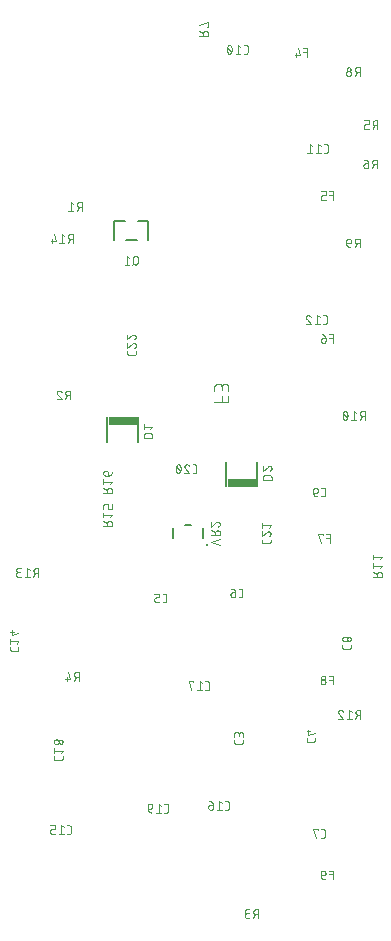
<source format=gbr>
G04 EAGLE Gerber RS-274X export*
G75*
%MOMM*%
%FSLAX34Y34*%
%LPD*%
%INSilkscreen Bottom*%
%IPPOS*%
%AMOC8*
5,1,8,0,0,1.08239X$1,22.5*%
G01*
%ADD10C,0.076200*%
%ADD11C,0.203200*%
%ADD12R,2.450000X0.675000*%
%ADD13C,0.254000*%
%ADD14C,0.200000*%
%ADD15C,0.101600*%


D10*
X47521Y189925D02*
X47521Y188288D01*
X47523Y188210D01*
X47528Y188132D01*
X47538Y188055D01*
X47551Y187978D01*
X47567Y187902D01*
X47587Y187827D01*
X47611Y187753D01*
X47638Y187680D01*
X47669Y187608D01*
X47703Y187538D01*
X47740Y187470D01*
X47781Y187403D01*
X47825Y187338D01*
X47871Y187276D01*
X47921Y187216D01*
X47973Y187158D01*
X48028Y187103D01*
X48086Y187051D01*
X48146Y187001D01*
X48208Y186955D01*
X48273Y186911D01*
X48340Y186870D01*
X48408Y186833D01*
X48478Y186799D01*
X48550Y186768D01*
X48623Y186741D01*
X48697Y186717D01*
X48772Y186697D01*
X48848Y186681D01*
X48925Y186668D01*
X49002Y186658D01*
X49080Y186653D01*
X49158Y186651D01*
X53250Y186651D01*
X53328Y186653D01*
X53406Y186658D01*
X53483Y186668D01*
X53560Y186681D01*
X53636Y186697D01*
X53711Y186717D01*
X53785Y186741D01*
X53858Y186768D01*
X53930Y186799D01*
X54000Y186833D01*
X54069Y186870D01*
X54135Y186911D01*
X54200Y186955D01*
X54262Y187001D01*
X54322Y187051D01*
X54380Y187103D01*
X54435Y187158D01*
X54487Y187216D01*
X54537Y187276D01*
X54583Y187338D01*
X54627Y187403D01*
X54668Y187470D01*
X54705Y187538D01*
X54739Y187608D01*
X54770Y187680D01*
X54797Y187753D01*
X54821Y187827D01*
X54841Y187902D01*
X54857Y187978D01*
X54870Y188055D01*
X54880Y188132D01*
X54885Y188210D01*
X54887Y188288D01*
X54887Y189925D01*
X53250Y192770D02*
X54887Y194816D01*
X47521Y194816D01*
X47521Y192770D02*
X47521Y196862D01*
X49567Y200085D02*
X49656Y200087D01*
X49745Y200093D01*
X49834Y200103D01*
X49922Y200116D01*
X50010Y200133D01*
X50097Y200155D01*
X50182Y200180D01*
X50267Y200208D01*
X50350Y200241D01*
X50432Y200277D01*
X50512Y200316D01*
X50590Y200359D01*
X50666Y200405D01*
X50741Y200455D01*
X50813Y200508D01*
X50882Y200564D01*
X50949Y200623D01*
X51014Y200684D01*
X51075Y200749D01*
X51134Y200816D01*
X51190Y200885D01*
X51243Y200957D01*
X51293Y201032D01*
X51339Y201108D01*
X51382Y201186D01*
X51421Y201266D01*
X51457Y201348D01*
X51490Y201431D01*
X51518Y201516D01*
X51543Y201601D01*
X51565Y201688D01*
X51582Y201776D01*
X51595Y201864D01*
X51605Y201953D01*
X51611Y202042D01*
X51613Y202131D01*
X51611Y202220D01*
X51605Y202309D01*
X51595Y202398D01*
X51582Y202486D01*
X51565Y202574D01*
X51543Y202661D01*
X51518Y202746D01*
X51490Y202831D01*
X51457Y202914D01*
X51421Y202996D01*
X51382Y203076D01*
X51339Y203154D01*
X51293Y203230D01*
X51243Y203305D01*
X51190Y203377D01*
X51134Y203446D01*
X51075Y203513D01*
X51014Y203578D01*
X50949Y203639D01*
X50882Y203698D01*
X50813Y203754D01*
X50741Y203807D01*
X50666Y203857D01*
X50590Y203903D01*
X50512Y203946D01*
X50432Y203985D01*
X50350Y204021D01*
X50267Y204054D01*
X50182Y204082D01*
X50097Y204107D01*
X50010Y204129D01*
X49922Y204146D01*
X49834Y204159D01*
X49745Y204169D01*
X49656Y204175D01*
X49567Y204177D01*
X49478Y204175D01*
X49389Y204169D01*
X49300Y204159D01*
X49212Y204146D01*
X49124Y204129D01*
X49037Y204107D01*
X48952Y204082D01*
X48867Y204054D01*
X48784Y204021D01*
X48702Y203985D01*
X48622Y203946D01*
X48544Y203903D01*
X48468Y203857D01*
X48393Y203807D01*
X48321Y203754D01*
X48252Y203698D01*
X48185Y203639D01*
X48120Y203578D01*
X48059Y203513D01*
X48000Y203446D01*
X47944Y203377D01*
X47891Y203305D01*
X47841Y203230D01*
X47795Y203154D01*
X47752Y203076D01*
X47713Y202996D01*
X47677Y202914D01*
X47644Y202831D01*
X47616Y202746D01*
X47591Y202661D01*
X47569Y202574D01*
X47552Y202486D01*
X47539Y202398D01*
X47529Y202309D01*
X47523Y202220D01*
X47521Y202131D01*
X47523Y202042D01*
X47529Y201953D01*
X47539Y201864D01*
X47552Y201776D01*
X47569Y201688D01*
X47591Y201601D01*
X47616Y201516D01*
X47644Y201431D01*
X47677Y201348D01*
X47713Y201266D01*
X47752Y201186D01*
X47795Y201108D01*
X47841Y201032D01*
X47891Y200957D01*
X47944Y200885D01*
X48000Y200816D01*
X48059Y200749D01*
X48120Y200684D01*
X48185Y200623D01*
X48252Y200564D01*
X48321Y200508D01*
X48393Y200455D01*
X48468Y200405D01*
X48544Y200359D01*
X48622Y200316D01*
X48702Y200277D01*
X48784Y200241D01*
X48867Y200208D01*
X48952Y200180D01*
X49037Y200155D01*
X49124Y200133D01*
X49212Y200116D01*
X49300Y200103D01*
X49389Y200093D01*
X49478Y200087D01*
X49567Y200085D01*
X53250Y200494D02*
X53329Y200496D01*
X53408Y200502D01*
X53487Y200511D01*
X53565Y200524D01*
X53642Y200542D01*
X53718Y200562D01*
X53793Y200587D01*
X53867Y200615D01*
X53940Y200646D01*
X54011Y200682D01*
X54080Y200720D01*
X54147Y200762D01*
X54212Y200807D01*
X54275Y200855D01*
X54336Y200906D01*
X54393Y200960D01*
X54449Y201016D01*
X54501Y201075D01*
X54551Y201137D01*
X54597Y201201D01*
X54641Y201267D01*
X54681Y201335D01*
X54717Y201405D01*
X54751Y201477D01*
X54781Y201551D01*
X54807Y201625D01*
X54830Y201701D01*
X54848Y201778D01*
X54864Y201855D01*
X54875Y201934D01*
X54883Y202012D01*
X54887Y202091D01*
X54887Y202171D01*
X54883Y202250D01*
X54875Y202328D01*
X54864Y202407D01*
X54848Y202484D01*
X54830Y202561D01*
X54807Y202637D01*
X54781Y202711D01*
X54751Y202785D01*
X54717Y202857D01*
X54681Y202927D01*
X54641Y202995D01*
X54597Y203061D01*
X54551Y203125D01*
X54501Y203187D01*
X54449Y203246D01*
X54393Y203302D01*
X54336Y203356D01*
X54275Y203407D01*
X54212Y203455D01*
X54147Y203500D01*
X54080Y203542D01*
X54011Y203580D01*
X53940Y203616D01*
X53867Y203647D01*
X53793Y203675D01*
X53718Y203700D01*
X53642Y203720D01*
X53565Y203738D01*
X53487Y203751D01*
X53408Y203760D01*
X53329Y203766D01*
X53250Y203768D01*
X53171Y203766D01*
X53092Y203760D01*
X53013Y203751D01*
X52935Y203738D01*
X52858Y203720D01*
X52782Y203700D01*
X52707Y203675D01*
X52633Y203647D01*
X52560Y203616D01*
X52489Y203580D01*
X52420Y203542D01*
X52353Y203500D01*
X52288Y203455D01*
X52225Y203407D01*
X52164Y203356D01*
X52107Y203302D01*
X52051Y203246D01*
X51999Y203187D01*
X51949Y203125D01*
X51903Y203061D01*
X51859Y202995D01*
X51819Y202927D01*
X51783Y202857D01*
X51749Y202785D01*
X51719Y202711D01*
X51693Y202637D01*
X51670Y202561D01*
X51652Y202484D01*
X51636Y202407D01*
X51625Y202328D01*
X51617Y202250D01*
X51613Y202171D01*
X51613Y202091D01*
X51617Y202012D01*
X51625Y201934D01*
X51636Y201855D01*
X51652Y201778D01*
X51670Y201701D01*
X51693Y201625D01*
X51719Y201551D01*
X51749Y201477D01*
X51783Y201405D01*
X51819Y201335D01*
X51859Y201267D01*
X51903Y201201D01*
X51949Y201137D01*
X51999Y201075D01*
X52051Y201016D01*
X52107Y200960D01*
X52164Y200906D01*
X52225Y200855D01*
X52288Y200807D01*
X52353Y200762D01*
X52420Y200720D01*
X52489Y200682D01*
X52560Y200646D01*
X52633Y200615D01*
X52707Y200587D01*
X52782Y200562D01*
X52858Y200542D01*
X52935Y200524D01*
X53013Y200511D01*
X53092Y200502D01*
X53171Y200496D01*
X53250Y200494D01*
X109571Y531098D02*
X109571Y532735D01*
X109571Y531098D02*
X109573Y531020D01*
X109578Y530942D01*
X109588Y530865D01*
X109601Y530788D01*
X109617Y530712D01*
X109637Y530637D01*
X109661Y530563D01*
X109688Y530490D01*
X109719Y530418D01*
X109753Y530348D01*
X109790Y530280D01*
X109831Y530213D01*
X109875Y530148D01*
X109921Y530086D01*
X109971Y530026D01*
X110023Y529968D01*
X110078Y529913D01*
X110136Y529861D01*
X110196Y529811D01*
X110258Y529765D01*
X110323Y529721D01*
X110390Y529680D01*
X110458Y529643D01*
X110528Y529609D01*
X110600Y529578D01*
X110673Y529551D01*
X110747Y529527D01*
X110822Y529507D01*
X110898Y529491D01*
X110975Y529478D01*
X111052Y529468D01*
X111130Y529463D01*
X111208Y529461D01*
X115300Y529461D01*
X115378Y529463D01*
X115456Y529468D01*
X115533Y529478D01*
X115610Y529491D01*
X115686Y529507D01*
X115761Y529527D01*
X115835Y529551D01*
X115908Y529578D01*
X115980Y529609D01*
X116050Y529643D01*
X116119Y529680D01*
X116185Y529721D01*
X116250Y529765D01*
X116312Y529811D01*
X116372Y529861D01*
X116430Y529913D01*
X116485Y529968D01*
X116537Y530026D01*
X116587Y530086D01*
X116633Y530148D01*
X116677Y530213D01*
X116718Y530280D01*
X116755Y530348D01*
X116789Y530418D01*
X116820Y530490D01*
X116847Y530563D01*
X116871Y530637D01*
X116891Y530712D01*
X116907Y530788D01*
X116920Y530865D01*
X116930Y530942D01*
X116935Y531020D01*
X116937Y531098D01*
X116937Y532735D01*
X116938Y537831D02*
X116936Y537916D01*
X116930Y538001D01*
X116920Y538085D01*
X116907Y538169D01*
X116889Y538253D01*
X116868Y538335D01*
X116843Y538416D01*
X116814Y538496D01*
X116781Y538575D01*
X116745Y538652D01*
X116705Y538727D01*
X116662Y538801D01*
X116616Y538872D01*
X116566Y538941D01*
X116513Y539008D01*
X116457Y539072D01*
X116398Y539133D01*
X116337Y539192D01*
X116273Y539248D01*
X116206Y539301D01*
X116137Y539351D01*
X116066Y539397D01*
X115992Y539440D01*
X115917Y539480D01*
X115840Y539516D01*
X115761Y539549D01*
X115681Y539578D01*
X115600Y539603D01*
X115518Y539624D01*
X115434Y539642D01*
X115350Y539655D01*
X115266Y539665D01*
X115181Y539671D01*
X115096Y539673D01*
X116937Y537831D02*
X116935Y537735D01*
X116929Y537639D01*
X116919Y537544D01*
X116906Y537449D01*
X116888Y537354D01*
X116867Y537261D01*
X116842Y537168D01*
X116813Y537077D01*
X116781Y536986D01*
X116745Y536897D01*
X116705Y536810D01*
X116662Y536724D01*
X116616Y536640D01*
X116566Y536558D01*
X116512Y536478D01*
X116456Y536401D01*
X116396Y536326D01*
X116334Y536253D01*
X116268Y536183D01*
X116200Y536115D01*
X116129Y536050D01*
X116056Y535989D01*
X115980Y535930D01*
X115901Y535874D01*
X115821Y535822D01*
X115738Y535773D01*
X115654Y535727D01*
X115568Y535685D01*
X115480Y535647D01*
X115391Y535612D01*
X115300Y535580D01*
X113664Y539058D02*
X113723Y539118D01*
X113785Y539175D01*
X113849Y539230D01*
X113916Y539281D01*
X113985Y539330D01*
X114055Y539376D01*
X114128Y539419D01*
X114202Y539459D01*
X114278Y539495D01*
X114356Y539528D01*
X114435Y539558D01*
X114515Y539585D01*
X114596Y539608D01*
X114678Y539627D01*
X114760Y539643D01*
X114844Y539656D01*
X114928Y539665D01*
X115012Y539670D01*
X115096Y539672D01*
X113663Y539058D02*
X109571Y535580D01*
X109571Y539672D01*
X115096Y546988D02*
X115181Y546986D01*
X115266Y546980D01*
X115350Y546970D01*
X115434Y546957D01*
X115518Y546939D01*
X115600Y546918D01*
X115681Y546893D01*
X115761Y546864D01*
X115840Y546831D01*
X115917Y546795D01*
X115992Y546755D01*
X116066Y546712D01*
X116137Y546666D01*
X116206Y546616D01*
X116273Y546563D01*
X116337Y546507D01*
X116398Y546448D01*
X116457Y546387D01*
X116513Y546323D01*
X116566Y546256D01*
X116616Y546187D01*
X116662Y546116D01*
X116705Y546042D01*
X116745Y545967D01*
X116781Y545890D01*
X116814Y545811D01*
X116843Y545731D01*
X116868Y545650D01*
X116889Y545568D01*
X116907Y545484D01*
X116920Y545400D01*
X116930Y545316D01*
X116936Y545231D01*
X116938Y545146D01*
X116937Y545146D02*
X116935Y545050D01*
X116929Y544954D01*
X116919Y544859D01*
X116906Y544764D01*
X116888Y544669D01*
X116867Y544576D01*
X116842Y544483D01*
X116813Y544392D01*
X116781Y544301D01*
X116745Y544212D01*
X116705Y544125D01*
X116662Y544039D01*
X116616Y543955D01*
X116566Y543873D01*
X116512Y543793D01*
X116456Y543716D01*
X116396Y543641D01*
X116334Y543568D01*
X116268Y543498D01*
X116200Y543430D01*
X116129Y543365D01*
X116056Y543304D01*
X115980Y543245D01*
X115901Y543189D01*
X115821Y543137D01*
X115738Y543088D01*
X115654Y543042D01*
X115568Y543000D01*
X115480Y542962D01*
X115391Y542927D01*
X115300Y542895D01*
X113664Y546374D02*
X113723Y546434D01*
X113785Y546491D01*
X113849Y546546D01*
X113916Y546597D01*
X113985Y546646D01*
X114055Y546692D01*
X114128Y546735D01*
X114202Y546775D01*
X114278Y546811D01*
X114356Y546844D01*
X114435Y546874D01*
X114515Y546901D01*
X114596Y546924D01*
X114678Y546943D01*
X114760Y546959D01*
X114844Y546972D01*
X114928Y546981D01*
X115012Y546986D01*
X115096Y546988D01*
X113663Y546374D02*
X109571Y542895D01*
X109571Y546988D01*
X200213Y203491D02*
X200213Y201855D01*
X200215Y201777D01*
X200220Y201699D01*
X200230Y201622D01*
X200243Y201545D01*
X200259Y201469D01*
X200279Y201394D01*
X200303Y201320D01*
X200330Y201247D01*
X200361Y201175D01*
X200395Y201105D01*
X200432Y201037D01*
X200473Y200970D01*
X200517Y200905D01*
X200563Y200843D01*
X200613Y200783D01*
X200665Y200725D01*
X200720Y200670D01*
X200778Y200618D01*
X200838Y200568D01*
X200900Y200522D01*
X200965Y200478D01*
X201032Y200437D01*
X201100Y200400D01*
X201170Y200366D01*
X201242Y200335D01*
X201315Y200308D01*
X201389Y200284D01*
X201464Y200264D01*
X201540Y200248D01*
X201617Y200235D01*
X201694Y200225D01*
X201772Y200220D01*
X201850Y200218D01*
X205942Y200218D01*
X206020Y200220D01*
X206098Y200225D01*
X206175Y200235D01*
X206252Y200248D01*
X206328Y200264D01*
X206403Y200284D01*
X206477Y200308D01*
X206550Y200335D01*
X206622Y200366D01*
X206692Y200400D01*
X206761Y200437D01*
X206827Y200478D01*
X206892Y200522D01*
X206954Y200568D01*
X207014Y200618D01*
X207072Y200670D01*
X207127Y200725D01*
X207179Y200783D01*
X207229Y200843D01*
X207275Y200905D01*
X207319Y200970D01*
X207360Y201037D01*
X207397Y201105D01*
X207431Y201175D01*
X207462Y201247D01*
X207489Y201320D01*
X207513Y201394D01*
X207533Y201469D01*
X207549Y201545D01*
X207562Y201622D01*
X207572Y201699D01*
X207577Y201777D01*
X207579Y201855D01*
X207579Y203491D01*
X200213Y206337D02*
X200213Y208383D01*
X200215Y208472D01*
X200221Y208561D01*
X200231Y208650D01*
X200244Y208738D01*
X200261Y208826D01*
X200283Y208913D01*
X200308Y208998D01*
X200336Y209083D01*
X200369Y209166D01*
X200405Y209248D01*
X200444Y209328D01*
X200487Y209406D01*
X200533Y209482D01*
X200583Y209557D01*
X200636Y209629D01*
X200692Y209698D01*
X200751Y209765D01*
X200812Y209830D01*
X200877Y209891D01*
X200944Y209950D01*
X201013Y210006D01*
X201085Y210059D01*
X201160Y210109D01*
X201236Y210155D01*
X201314Y210198D01*
X201394Y210237D01*
X201476Y210273D01*
X201559Y210306D01*
X201644Y210334D01*
X201729Y210359D01*
X201816Y210381D01*
X201904Y210398D01*
X201992Y210411D01*
X202081Y210421D01*
X202170Y210427D01*
X202259Y210429D01*
X202348Y210427D01*
X202437Y210421D01*
X202526Y210411D01*
X202614Y210398D01*
X202702Y210381D01*
X202789Y210359D01*
X202874Y210334D01*
X202959Y210306D01*
X203042Y210273D01*
X203124Y210237D01*
X203204Y210198D01*
X203282Y210155D01*
X203358Y210109D01*
X203433Y210059D01*
X203505Y210006D01*
X203574Y209950D01*
X203641Y209891D01*
X203706Y209830D01*
X203767Y209765D01*
X203826Y209698D01*
X203882Y209629D01*
X203935Y209557D01*
X203985Y209482D01*
X204031Y209406D01*
X204074Y209328D01*
X204113Y209248D01*
X204149Y209166D01*
X204182Y209083D01*
X204210Y208998D01*
X204235Y208913D01*
X204257Y208826D01*
X204274Y208738D01*
X204287Y208650D01*
X204297Y208561D01*
X204303Y208472D01*
X204305Y208383D01*
X207579Y208792D02*
X207579Y206337D01*
X207579Y208792D02*
X207577Y208871D01*
X207571Y208950D01*
X207562Y209029D01*
X207549Y209107D01*
X207531Y209184D01*
X207511Y209260D01*
X207486Y209335D01*
X207458Y209409D01*
X207427Y209482D01*
X207391Y209553D01*
X207353Y209622D01*
X207311Y209689D01*
X207266Y209754D01*
X207218Y209817D01*
X207167Y209878D01*
X207113Y209935D01*
X207057Y209991D01*
X206998Y210043D01*
X206936Y210093D01*
X206872Y210139D01*
X206806Y210183D01*
X206738Y210223D01*
X206668Y210259D01*
X206596Y210293D01*
X206522Y210323D01*
X206448Y210349D01*
X206372Y210372D01*
X206295Y210390D01*
X206218Y210406D01*
X206139Y210417D01*
X206061Y210425D01*
X205982Y210429D01*
X205902Y210429D01*
X205823Y210425D01*
X205745Y210417D01*
X205666Y210406D01*
X205589Y210390D01*
X205512Y210372D01*
X205436Y210349D01*
X205362Y210323D01*
X205288Y210293D01*
X205216Y210259D01*
X205146Y210223D01*
X205078Y210183D01*
X205012Y210139D01*
X204948Y210093D01*
X204886Y210043D01*
X204827Y209991D01*
X204771Y209935D01*
X204717Y209878D01*
X204666Y209817D01*
X204618Y209754D01*
X204573Y209689D01*
X204531Y209622D01*
X204493Y209553D01*
X204457Y209482D01*
X204426Y209409D01*
X204398Y209335D01*
X204373Y209260D01*
X204353Y209184D01*
X204335Y209107D01*
X204322Y209029D01*
X204313Y208950D01*
X204307Y208871D01*
X204305Y208792D01*
X204305Y207155D01*
X142762Y142271D02*
X141125Y142271D01*
X142762Y142271D02*
X142840Y142273D01*
X142918Y142278D01*
X142995Y142288D01*
X143072Y142301D01*
X143148Y142317D01*
X143223Y142337D01*
X143297Y142361D01*
X143370Y142388D01*
X143442Y142419D01*
X143512Y142453D01*
X143581Y142490D01*
X143647Y142531D01*
X143712Y142575D01*
X143774Y142621D01*
X143834Y142671D01*
X143892Y142723D01*
X143947Y142778D01*
X143999Y142836D01*
X144049Y142896D01*
X144095Y142958D01*
X144139Y143023D01*
X144180Y143090D01*
X144217Y143158D01*
X144251Y143228D01*
X144282Y143300D01*
X144309Y143373D01*
X144333Y143447D01*
X144353Y143522D01*
X144369Y143598D01*
X144382Y143675D01*
X144392Y143752D01*
X144397Y143830D01*
X144399Y143908D01*
X144399Y148000D01*
X144397Y148078D01*
X144392Y148156D01*
X144382Y148233D01*
X144369Y148310D01*
X144353Y148386D01*
X144333Y148461D01*
X144309Y148535D01*
X144282Y148608D01*
X144251Y148680D01*
X144217Y148750D01*
X144180Y148819D01*
X144139Y148885D01*
X144095Y148950D01*
X144049Y149012D01*
X143999Y149072D01*
X143947Y149130D01*
X143892Y149185D01*
X143834Y149237D01*
X143774Y149287D01*
X143712Y149333D01*
X143647Y149377D01*
X143581Y149418D01*
X143512Y149455D01*
X143442Y149489D01*
X143370Y149520D01*
X143297Y149547D01*
X143223Y149571D01*
X143148Y149591D01*
X143072Y149607D01*
X142995Y149620D01*
X142918Y149630D01*
X142840Y149635D01*
X142762Y149637D01*
X141125Y149637D01*
X138280Y148000D02*
X136234Y149637D01*
X136234Y142271D01*
X138280Y142271D02*
X134188Y142271D01*
X129328Y145545D02*
X126873Y145545D01*
X129328Y145545D02*
X129406Y145547D01*
X129484Y145552D01*
X129561Y145562D01*
X129638Y145575D01*
X129714Y145591D01*
X129789Y145611D01*
X129863Y145635D01*
X129936Y145662D01*
X130008Y145693D01*
X130078Y145727D01*
X130147Y145764D01*
X130213Y145805D01*
X130278Y145849D01*
X130340Y145895D01*
X130400Y145945D01*
X130458Y145997D01*
X130513Y146052D01*
X130565Y146110D01*
X130615Y146170D01*
X130661Y146232D01*
X130705Y146297D01*
X130746Y146364D01*
X130783Y146432D01*
X130817Y146502D01*
X130848Y146574D01*
X130875Y146647D01*
X130899Y146721D01*
X130919Y146796D01*
X130935Y146872D01*
X130948Y146949D01*
X130958Y147026D01*
X130963Y147104D01*
X130965Y147182D01*
X130965Y147591D01*
X130963Y147680D01*
X130957Y147769D01*
X130947Y147858D01*
X130934Y147946D01*
X130917Y148034D01*
X130895Y148121D01*
X130870Y148206D01*
X130842Y148291D01*
X130809Y148374D01*
X130773Y148456D01*
X130734Y148536D01*
X130691Y148614D01*
X130645Y148690D01*
X130595Y148765D01*
X130542Y148837D01*
X130486Y148906D01*
X130427Y148973D01*
X130366Y149038D01*
X130301Y149099D01*
X130234Y149158D01*
X130165Y149214D01*
X130093Y149267D01*
X130018Y149317D01*
X129942Y149363D01*
X129864Y149406D01*
X129784Y149445D01*
X129702Y149481D01*
X129619Y149514D01*
X129534Y149542D01*
X129449Y149567D01*
X129362Y149589D01*
X129274Y149606D01*
X129186Y149619D01*
X129097Y149629D01*
X129008Y149635D01*
X128919Y149637D01*
X128830Y149635D01*
X128741Y149629D01*
X128652Y149619D01*
X128564Y149606D01*
X128476Y149589D01*
X128389Y149567D01*
X128304Y149542D01*
X128219Y149514D01*
X128136Y149481D01*
X128054Y149445D01*
X127974Y149406D01*
X127896Y149363D01*
X127820Y149317D01*
X127745Y149267D01*
X127673Y149214D01*
X127604Y149158D01*
X127537Y149099D01*
X127472Y149038D01*
X127411Y148973D01*
X127352Y148906D01*
X127296Y148837D01*
X127243Y148765D01*
X127193Y148690D01*
X127147Y148614D01*
X127104Y148536D01*
X127065Y148456D01*
X127029Y148374D01*
X126996Y148291D01*
X126968Y148206D01*
X126943Y148121D01*
X126921Y148034D01*
X126904Y147946D01*
X126891Y147858D01*
X126881Y147769D01*
X126875Y147680D01*
X126873Y147591D01*
X126873Y145545D01*
X126872Y145545D02*
X126874Y145433D01*
X126880Y145322D01*
X126889Y145210D01*
X126902Y145099D01*
X126920Y144989D01*
X126940Y144879D01*
X126965Y144770D01*
X126993Y144662D01*
X127025Y144555D01*
X127061Y144449D01*
X127100Y144344D01*
X127143Y144241D01*
X127189Y144139D01*
X127239Y144039D01*
X127292Y143940D01*
X127349Y143844D01*
X127408Y143749D01*
X127471Y143657D01*
X127537Y143567D01*
X127606Y143479D01*
X127678Y143393D01*
X127753Y143310D01*
X127831Y143230D01*
X127911Y143152D01*
X127994Y143077D01*
X128080Y143005D01*
X128168Y142936D01*
X128258Y142870D01*
X128350Y142807D01*
X128445Y142748D01*
X128541Y142691D01*
X128640Y142638D01*
X128740Y142588D01*
X128842Y142542D01*
X128945Y142499D01*
X129050Y142460D01*
X129156Y142424D01*
X129263Y142392D01*
X129371Y142364D01*
X129480Y142339D01*
X129590Y142319D01*
X129700Y142301D01*
X129811Y142288D01*
X129923Y142279D01*
X130034Y142273D01*
X130146Y142271D01*
X175814Y246083D02*
X177451Y246083D01*
X177529Y246085D01*
X177607Y246090D01*
X177684Y246100D01*
X177761Y246113D01*
X177837Y246129D01*
X177912Y246149D01*
X177986Y246173D01*
X178059Y246200D01*
X178131Y246231D01*
X178201Y246265D01*
X178270Y246302D01*
X178336Y246343D01*
X178401Y246387D01*
X178463Y246433D01*
X178523Y246483D01*
X178581Y246535D01*
X178636Y246590D01*
X178688Y246648D01*
X178738Y246708D01*
X178784Y246770D01*
X178828Y246835D01*
X178869Y246902D01*
X178906Y246970D01*
X178940Y247040D01*
X178971Y247112D01*
X178998Y247185D01*
X179022Y247259D01*
X179042Y247334D01*
X179058Y247410D01*
X179071Y247487D01*
X179081Y247564D01*
X179086Y247642D01*
X179088Y247720D01*
X179088Y251812D01*
X179086Y251890D01*
X179081Y251968D01*
X179071Y252045D01*
X179058Y252122D01*
X179042Y252198D01*
X179022Y252273D01*
X178998Y252347D01*
X178971Y252420D01*
X178940Y252492D01*
X178906Y252562D01*
X178869Y252631D01*
X178828Y252697D01*
X178784Y252762D01*
X178738Y252824D01*
X178688Y252884D01*
X178636Y252942D01*
X178581Y252997D01*
X178523Y253049D01*
X178463Y253099D01*
X178401Y253145D01*
X178336Y253189D01*
X178270Y253230D01*
X178201Y253267D01*
X178131Y253301D01*
X178059Y253332D01*
X177986Y253359D01*
X177912Y253383D01*
X177837Y253403D01*
X177761Y253419D01*
X177684Y253432D01*
X177607Y253442D01*
X177529Y253447D01*
X177451Y253449D01*
X175814Y253449D01*
X172968Y251812D02*
X170922Y253449D01*
X170922Y246083D01*
X172968Y246083D02*
X168876Y246083D01*
X165653Y252631D02*
X165653Y253449D01*
X161561Y253449D01*
X163607Y246083D01*
X141135Y320313D02*
X139499Y320313D01*
X141135Y320313D02*
X141213Y320315D01*
X141291Y320320D01*
X141368Y320330D01*
X141445Y320343D01*
X141521Y320359D01*
X141596Y320379D01*
X141670Y320403D01*
X141743Y320430D01*
X141815Y320461D01*
X141885Y320495D01*
X141954Y320532D01*
X142020Y320573D01*
X142085Y320617D01*
X142147Y320663D01*
X142207Y320713D01*
X142265Y320765D01*
X142320Y320820D01*
X142372Y320878D01*
X142422Y320938D01*
X142468Y321000D01*
X142512Y321065D01*
X142553Y321132D01*
X142590Y321200D01*
X142624Y321270D01*
X142655Y321342D01*
X142682Y321415D01*
X142706Y321489D01*
X142726Y321564D01*
X142742Y321640D01*
X142755Y321717D01*
X142765Y321794D01*
X142770Y321872D01*
X142772Y321950D01*
X142772Y326042D01*
X142770Y326120D01*
X142765Y326198D01*
X142755Y326275D01*
X142742Y326352D01*
X142726Y326428D01*
X142706Y326503D01*
X142682Y326577D01*
X142655Y326650D01*
X142624Y326722D01*
X142590Y326792D01*
X142553Y326861D01*
X142512Y326927D01*
X142468Y326992D01*
X142422Y327054D01*
X142372Y327114D01*
X142320Y327172D01*
X142265Y327227D01*
X142207Y327279D01*
X142147Y327329D01*
X142085Y327375D01*
X142020Y327419D01*
X141954Y327460D01*
X141885Y327497D01*
X141815Y327531D01*
X141743Y327562D01*
X141670Y327589D01*
X141596Y327613D01*
X141521Y327633D01*
X141445Y327649D01*
X141368Y327662D01*
X141291Y327672D01*
X141213Y327677D01*
X141135Y327679D01*
X139499Y327679D01*
X136653Y320313D02*
X134198Y320313D01*
X134118Y320315D01*
X134038Y320321D01*
X133958Y320331D01*
X133879Y320344D01*
X133800Y320362D01*
X133723Y320383D01*
X133647Y320409D01*
X133572Y320438D01*
X133498Y320470D01*
X133426Y320506D01*
X133356Y320546D01*
X133289Y320589D01*
X133223Y320635D01*
X133160Y320685D01*
X133099Y320737D01*
X133040Y320792D01*
X132985Y320851D01*
X132933Y320911D01*
X132883Y320975D01*
X132837Y321040D01*
X132794Y321108D01*
X132754Y321178D01*
X132718Y321250D01*
X132686Y321324D01*
X132657Y321398D01*
X132632Y321475D01*
X132610Y321552D01*
X132592Y321631D01*
X132579Y321710D01*
X132569Y321789D01*
X132563Y321870D01*
X132561Y321950D01*
X132561Y322768D01*
X132563Y322846D01*
X132568Y322924D01*
X132578Y323001D01*
X132591Y323078D01*
X132607Y323154D01*
X132627Y323229D01*
X132651Y323303D01*
X132678Y323376D01*
X132709Y323448D01*
X132743Y323518D01*
X132780Y323587D01*
X132821Y323653D01*
X132865Y323718D01*
X132911Y323780D01*
X132961Y323840D01*
X133013Y323898D01*
X133068Y323953D01*
X133126Y324005D01*
X133186Y324055D01*
X133248Y324101D01*
X133313Y324145D01*
X133380Y324186D01*
X133448Y324223D01*
X133518Y324257D01*
X133590Y324288D01*
X133663Y324315D01*
X133737Y324339D01*
X133812Y324359D01*
X133888Y324375D01*
X133965Y324388D01*
X134042Y324398D01*
X134120Y324403D01*
X134198Y324405D01*
X136653Y324405D01*
X136653Y327679D01*
X132561Y327679D01*
X203939Y324583D02*
X205575Y324583D01*
X205653Y324585D01*
X205731Y324590D01*
X205808Y324600D01*
X205885Y324613D01*
X205961Y324629D01*
X206036Y324649D01*
X206110Y324673D01*
X206183Y324700D01*
X206255Y324731D01*
X206325Y324765D01*
X206394Y324802D01*
X206460Y324843D01*
X206525Y324887D01*
X206587Y324933D01*
X206647Y324983D01*
X206705Y325035D01*
X206760Y325090D01*
X206812Y325148D01*
X206862Y325208D01*
X206908Y325270D01*
X206952Y325335D01*
X206993Y325402D01*
X207030Y325470D01*
X207064Y325540D01*
X207095Y325612D01*
X207122Y325685D01*
X207146Y325759D01*
X207166Y325834D01*
X207182Y325910D01*
X207195Y325987D01*
X207205Y326064D01*
X207210Y326142D01*
X207212Y326220D01*
X207212Y330312D01*
X207210Y330390D01*
X207205Y330468D01*
X207195Y330545D01*
X207182Y330622D01*
X207166Y330698D01*
X207146Y330773D01*
X207122Y330847D01*
X207095Y330920D01*
X207064Y330992D01*
X207030Y331062D01*
X206993Y331131D01*
X206952Y331197D01*
X206908Y331262D01*
X206862Y331324D01*
X206812Y331384D01*
X206760Y331442D01*
X206705Y331497D01*
X206647Y331549D01*
X206587Y331599D01*
X206525Y331645D01*
X206460Y331689D01*
X206394Y331730D01*
X206325Y331767D01*
X206255Y331801D01*
X206183Y331832D01*
X206110Y331859D01*
X206036Y331883D01*
X205961Y331903D01*
X205885Y331919D01*
X205808Y331932D01*
X205731Y331942D01*
X205653Y331947D01*
X205575Y331949D01*
X203939Y331949D01*
X201093Y328675D02*
X198638Y328675D01*
X198558Y328673D01*
X198478Y328667D01*
X198398Y328657D01*
X198319Y328644D01*
X198240Y328626D01*
X198163Y328605D01*
X198087Y328579D01*
X198012Y328550D01*
X197938Y328518D01*
X197866Y328482D01*
X197796Y328442D01*
X197729Y328399D01*
X197663Y328353D01*
X197600Y328303D01*
X197539Y328251D01*
X197480Y328196D01*
X197425Y328137D01*
X197373Y328077D01*
X197323Y328013D01*
X197277Y327947D01*
X197234Y327880D01*
X197194Y327810D01*
X197158Y327738D01*
X197126Y327664D01*
X197097Y327590D01*
X197071Y327513D01*
X197050Y327436D01*
X197032Y327357D01*
X197019Y327278D01*
X197009Y327198D01*
X197003Y327118D01*
X197001Y327038D01*
X197001Y326629D01*
X197003Y326540D01*
X197009Y326451D01*
X197019Y326362D01*
X197032Y326274D01*
X197049Y326186D01*
X197071Y326099D01*
X197096Y326014D01*
X197124Y325929D01*
X197157Y325846D01*
X197193Y325764D01*
X197232Y325684D01*
X197275Y325606D01*
X197321Y325530D01*
X197371Y325455D01*
X197424Y325383D01*
X197480Y325314D01*
X197539Y325247D01*
X197600Y325182D01*
X197665Y325121D01*
X197732Y325062D01*
X197801Y325006D01*
X197873Y324953D01*
X197948Y324903D01*
X198024Y324857D01*
X198102Y324814D01*
X198182Y324775D01*
X198264Y324739D01*
X198347Y324706D01*
X198432Y324678D01*
X198517Y324653D01*
X198604Y324631D01*
X198692Y324614D01*
X198780Y324601D01*
X198869Y324591D01*
X198958Y324585D01*
X199047Y324583D01*
X199136Y324585D01*
X199225Y324591D01*
X199314Y324601D01*
X199402Y324614D01*
X199490Y324631D01*
X199577Y324653D01*
X199662Y324678D01*
X199747Y324706D01*
X199830Y324739D01*
X199912Y324775D01*
X199992Y324814D01*
X200070Y324857D01*
X200146Y324903D01*
X200221Y324953D01*
X200293Y325006D01*
X200362Y325062D01*
X200429Y325121D01*
X200494Y325182D01*
X200555Y325247D01*
X200614Y325314D01*
X200670Y325383D01*
X200723Y325455D01*
X200773Y325530D01*
X200819Y325606D01*
X200862Y325684D01*
X200901Y325764D01*
X200937Y325846D01*
X200970Y325929D01*
X200998Y326014D01*
X201023Y326099D01*
X201045Y326186D01*
X201062Y326274D01*
X201075Y326362D01*
X201085Y326451D01*
X201091Y326540D01*
X201093Y326629D01*
X201093Y328675D01*
X201091Y328787D01*
X201085Y328898D01*
X201076Y329010D01*
X201063Y329121D01*
X201045Y329231D01*
X201025Y329341D01*
X201000Y329450D01*
X200972Y329558D01*
X200940Y329665D01*
X200904Y329771D01*
X200865Y329876D01*
X200822Y329979D01*
X200776Y330081D01*
X200726Y330181D01*
X200673Y330280D01*
X200616Y330376D01*
X200557Y330471D01*
X200494Y330563D01*
X200428Y330653D01*
X200359Y330741D01*
X200287Y330827D01*
X200212Y330910D01*
X200134Y330990D01*
X200054Y331068D01*
X199971Y331143D01*
X199885Y331215D01*
X199797Y331284D01*
X199707Y331350D01*
X199615Y331413D01*
X199520Y331472D01*
X199424Y331529D01*
X199325Y331582D01*
X199225Y331632D01*
X199123Y331678D01*
X199020Y331721D01*
X198915Y331760D01*
X198809Y331796D01*
X198702Y331828D01*
X198594Y331856D01*
X198485Y331881D01*
X198375Y331901D01*
X198265Y331919D01*
X198154Y331932D01*
X198042Y331941D01*
X197931Y331947D01*
X197819Y331949D01*
X166622Y429751D02*
X164985Y429751D01*
X166622Y429751D02*
X166700Y429753D01*
X166778Y429758D01*
X166855Y429768D01*
X166932Y429781D01*
X167008Y429797D01*
X167083Y429817D01*
X167157Y429841D01*
X167230Y429868D01*
X167302Y429899D01*
X167372Y429933D01*
X167441Y429970D01*
X167507Y430011D01*
X167572Y430055D01*
X167634Y430101D01*
X167694Y430151D01*
X167752Y430203D01*
X167807Y430258D01*
X167859Y430316D01*
X167909Y430376D01*
X167955Y430438D01*
X167999Y430503D01*
X168040Y430570D01*
X168077Y430638D01*
X168111Y430708D01*
X168142Y430780D01*
X168169Y430853D01*
X168193Y430927D01*
X168213Y431002D01*
X168229Y431078D01*
X168242Y431155D01*
X168252Y431232D01*
X168257Y431310D01*
X168259Y431388D01*
X168259Y435480D01*
X168257Y435558D01*
X168252Y435636D01*
X168242Y435713D01*
X168229Y435790D01*
X168213Y435866D01*
X168193Y435941D01*
X168169Y436015D01*
X168142Y436088D01*
X168111Y436160D01*
X168077Y436230D01*
X168040Y436299D01*
X167999Y436365D01*
X167955Y436430D01*
X167909Y436492D01*
X167859Y436552D01*
X167807Y436610D01*
X167752Y436665D01*
X167694Y436717D01*
X167634Y436767D01*
X167572Y436813D01*
X167507Y436857D01*
X167441Y436898D01*
X167372Y436935D01*
X167302Y436969D01*
X167230Y437000D01*
X167157Y437027D01*
X167083Y437051D01*
X167008Y437071D01*
X166932Y437087D01*
X166855Y437100D01*
X166778Y437110D01*
X166700Y437115D01*
X166622Y437117D01*
X164985Y437117D01*
X159889Y437118D02*
X159804Y437116D01*
X159719Y437110D01*
X159635Y437100D01*
X159551Y437087D01*
X159467Y437069D01*
X159385Y437048D01*
X159304Y437023D01*
X159224Y436994D01*
X159145Y436961D01*
X159068Y436925D01*
X158993Y436885D01*
X158919Y436842D01*
X158848Y436796D01*
X158779Y436746D01*
X158712Y436693D01*
X158648Y436637D01*
X158587Y436578D01*
X158528Y436517D01*
X158472Y436453D01*
X158419Y436386D01*
X158369Y436317D01*
X158323Y436246D01*
X158280Y436172D01*
X158240Y436097D01*
X158204Y436020D01*
X158171Y435941D01*
X158142Y435861D01*
X158117Y435780D01*
X158096Y435698D01*
X158078Y435614D01*
X158065Y435530D01*
X158055Y435446D01*
X158049Y435361D01*
X158047Y435276D01*
X159889Y437117D02*
X159985Y437115D01*
X160081Y437109D01*
X160176Y437099D01*
X160271Y437086D01*
X160366Y437068D01*
X160459Y437047D01*
X160552Y437022D01*
X160643Y436993D01*
X160734Y436961D01*
X160823Y436925D01*
X160910Y436885D01*
X160996Y436842D01*
X161080Y436796D01*
X161162Y436746D01*
X161242Y436692D01*
X161319Y436636D01*
X161394Y436576D01*
X161467Y436514D01*
X161537Y436448D01*
X161605Y436380D01*
X161670Y436309D01*
X161731Y436236D01*
X161790Y436160D01*
X161846Y436081D01*
X161898Y436001D01*
X161947Y435918D01*
X161993Y435834D01*
X162035Y435748D01*
X162073Y435660D01*
X162108Y435571D01*
X162140Y435480D01*
X158662Y433844D02*
X158602Y433903D01*
X158545Y433965D01*
X158490Y434029D01*
X158439Y434096D01*
X158390Y434165D01*
X158344Y434235D01*
X158301Y434308D01*
X158261Y434382D01*
X158225Y434458D01*
X158192Y434536D01*
X158162Y434615D01*
X158135Y434695D01*
X158112Y434776D01*
X158093Y434858D01*
X158077Y434940D01*
X158064Y435024D01*
X158055Y435108D01*
X158050Y435192D01*
X158048Y435276D01*
X158662Y433843D02*
X162140Y429751D01*
X158048Y429751D01*
X154824Y433434D02*
X154822Y433587D01*
X154816Y433740D01*
X154807Y433892D01*
X154793Y434045D01*
X154776Y434197D01*
X154755Y434348D01*
X154730Y434499D01*
X154701Y434649D01*
X154669Y434799D01*
X154632Y434947D01*
X154592Y435095D01*
X154549Y435242D01*
X154501Y435387D01*
X154450Y435531D01*
X154396Y435674D01*
X154337Y435816D01*
X154276Y435955D01*
X154210Y436094D01*
X154211Y436094D02*
X154185Y436164D01*
X154155Y436233D01*
X154123Y436301D01*
X154086Y436367D01*
X154047Y436431D01*
X154004Y436493D01*
X153959Y436552D01*
X153910Y436610D01*
X153859Y436664D01*
X153805Y436717D01*
X153748Y436766D01*
X153689Y436813D01*
X153628Y436856D01*
X153565Y436897D01*
X153500Y436934D01*
X153433Y436969D01*
X153364Y436999D01*
X153294Y437027D01*
X153223Y437050D01*
X153151Y437071D01*
X153078Y437087D01*
X153004Y437100D01*
X152929Y437110D01*
X152854Y437115D01*
X152779Y437117D01*
X152704Y437115D01*
X152629Y437110D01*
X152554Y437100D01*
X152480Y437087D01*
X152407Y437071D01*
X152335Y437050D01*
X152264Y437027D01*
X152194Y436999D01*
X152125Y436969D01*
X152058Y436934D01*
X151993Y436897D01*
X151930Y436856D01*
X151869Y436813D01*
X151810Y436766D01*
X151753Y436717D01*
X151699Y436664D01*
X151648Y436610D01*
X151600Y436552D01*
X151554Y436493D01*
X151511Y436431D01*
X151472Y436367D01*
X151436Y436301D01*
X151403Y436234D01*
X151373Y436164D01*
X151347Y436094D01*
X151282Y435956D01*
X151220Y435816D01*
X151162Y435674D01*
X151107Y435531D01*
X151056Y435387D01*
X151008Y435242D01*
X150965Y435095D01*
X150925Y434948D01*
X150888Y434799D01*
X150856Y434649D01*
X150827Y434499D01*
X150802Y434348D01*
X150781Y434197D01*
X150764Y434045D01*
X150750Y433892D01*
X150741Y433740D01*
X150735Y433587D01*
X150733Y433434D01*
X154825Y433434D02*
X154823Y433281D01*
X154817Y433128D01*
X154808Y432975D01*
X154794Y432823D01*
X154777Y432671D01*
X154756Y432520D01*
X154731Y432369D01*
X154702Y432218D01*
X154670Y432069D01*
X154633Y431920D01*
X154593Y431773D01*
X154550Y431626D01*
X154502Y431481D01*
X154451Y431336D01*
X154396Y431194D01*
X154338Y431052D01*
X154276Y430912D01*
X154211Y430774D01*
X154185Y430704D01*
X154155Y430634D01*
X154123Y430567D01*
X154086Y430501D01*
X154047Y430437D01*
X154004Y430375D01*
X153958Y430316D01*
X153910Y430258D01*
X153859Y430204D01*
X153805Y430151D01*
X153748Y430102D01*
X153689Y430055D01*
X153628Y430012D01*
X153565Y429971D01*
X153500Y429934D01*
X153433Y429899D01*
X153364Y429869D01*
X153294Y429841D01*
X153223Y429818D01*
X153151Y429797D01*
X153078Y429781D01*
X153004Y429768D01*
X152929Y429758D01*
X152854Y429753D01*
X152779Y429751D01*
X151347Y430774D02*
X151282Y430912D01*
X151220Y431052D01*
X151162Y431194D01*
X151107Y431337D01*
X151056Y431481D01*
X151008Y431626D01*
X150965Y431773D01*
X150925Y431921D01*
X150888Y432069D01*
X150856Y432219D01*
X150827Y432369D01*
X150802Y432520D01*
X150781Y432671D01*
X150764Y432823D01*
X150750Y432976D01*
X150741Y433128D01*
X150735Y433281D01*
X150733Y433434D01*
X151347Y430774D02*
X151373Y430703D01*
X151403Y430634D01*
X151436Y430567D01*
X151472Y430501D01*
X151511Y430437D01*
X151554Y430375D01*
X151600Y430316D01*
X151648Y430258D01*
X151699Y430204D01*
X151753Y430151D01*
X151810Y430102D01*
X151869Y430055D01*
X151930Y430012D01*
X151993Y429971D01*
X152058Y429934D01*
X152125Y429899D01*
X152194Y429869D01*
X152264Y429841D01*
X152335Y429818D01*
X152407Y429797D01*
X152480Y429781D01*
X152554Y429768D01*
X152629Y429758D01*
X152704Y429753D01*
X152779Y429751D01*
X154416Y431388D02*
X151142Y435480D01*
X223651Y373425D02*
X223651Y371788D01*
X223653Y371710D01*
X223658Y371632D01*
X223668Y371555D01*
X223681Y371478D01*
X223697Y371402D01*
X223717Y371327D01*
X223741Y371253D01*
X223768Y371180D01*
X223799Y371108D01*
X223833Y371038D01*
X223870Y370970D01*
X223911Y370903D01*
X223955Y370838D01*
X224001Y370776D01*
X224051Y370716D01*
X224103Y370658D01*
X224158Y370603D01*
X224216Y370551D01*
X224276Y370501D01*
X224338Y370455D01*
X224403Y370411D01*
X224470Y370370D01*
X224538Y370333D01*
X224608Y370299D01*
X224680Y370268D01*
X224753Y370241D01*
X224827Y370217D01*
X224902Y370197D01*
X224978Y370181D01*
X225055Y370168D01*
X225132Y370158D01*
X225210Y370153D01*
X225288Y370151D01*
X229380Y370151D01*
X229458Y370153D01*
X229536Y370158D01*
X229613Y370168D01*
X229690Y370181D01*
X229766Y370197D01*
X229841Y370217D01*
X229915Y370241D01*
X229988Y370268D01*
X230060Y370299D01*
X230130Y370333D01*
X230199Y370370D01*
X230265Y370411D01*
X230330Y370455D01*
X230392Y370501D01*
X230452Y370551D01*
X230510Y370603D01*
X230565Y370658D01*
X230617Y370716D01*
X230667Y370776D01*
X230713Y370838D01*
X230757Y370903D01*
X230798Y370970D01*
X230835Y371038D01*
X230869Y371108D01*
X230900Y371180D01*
X230927Y371253D01*
X230951Y371327D01*
X230971Y371402D01*
X230987Y371478D01*
X231000Y371555D01*
X231010Y371632D01*
X231015Y371710D01*
X231017Y371788D01*
X231017Y373425D01*
X231018Y378521D02*
X231016Y378606D01*
X231010Y378691D01*
X231000Y378775D01*
X230987Y378859D01*
X230969Y378943D01*
X230948Y379025D01*
X230923Y379106D01*
X230894Y379186D01*
X230861Y379265D01*
X230825Y379342D01*
X230785Y379417D01*
X230742Y379491D01*
X230696Y379562D01*
X230646Y379631D01*
X230593Y379698D01*
X230537Y379762D01*
X230478Y379823D01*
X230417Y379882D01*
X230353Y379938D01*
X230286Y379991D01*
X230217Y380041D01*
X230146Y380087D01*
X230072Y380130D01*
X229997Y380170D01*
X229920Y380206D01*
X229841Y380239D01*
X229761Y380268D01*
X229680Y380293D01*
X229598Y380314D01*
X229514Y380332D01*
X229430Y380345D01*
X229346Y380355D01*
X229261Y380361D01*
X229176Y380363D01*
X231017Y378521D02*
X231015Y378425D01*
X231009Y378329D01*
X230999Y378234D01*
X230986Y378139D01*
X230968Y378044D01*
X230947Y377951D01*
X230922Y377858D01*
X230893Y377767D01*
X230861Y377676D01*
X230825Y377587D01*
X230785Y377500D01*
X230742Y377414D01*
X230696Y377330D01*
X230646Y377248D01*
X230592Y377168D01*
X230536Y377091D01*
X230476Y377016D01*
X230414Y376943D01*
X230348Y376873D01*
X230280Y376805D01*
X230209Y376740D01*
X230136Y376679D01*
X230060Y376620D01*
X229981Y376564D01*
X229901Y376512D01*
X229818Y376463D01*
X229734Y376417D01*
X229648Y376375D01*
X229560Y376337D01*
X229471Y376302D01*
X229380Y376270D01*
X227744Y379748D02*
X227803Y379808D01*
X227865Y379865D01*
X227929Y379920D01*
X227996Y379971D01*
X228065Y380020D01*
X228135Y380066D01*
X228208Y380109D01*
X228282Y380149D01*
X228358Y380185D01*
X228436Y380218D01*
X228515Y380248D01*
X228595Y380275D01*
X228676Y380298D01*
X228758Y380317D01*
X228840Y380333D01*
X228924Y380346D01*
X229008Y380355D01*
X229092Y380360D01*
X229176Y380362D01*
X227743Y379748D02*
X223651Y376270D01*
X223651Y380362D01*
X229380Y383585D02*
X231017Y385631D01*
X223651Y385631D01*
X223651Y383585D02*
X223651Y387678D01*
X261421Y205485D02*
X261421Y203848D01*
X261423Y203770D01*
X261428Y203692D01*
X261438Y203615D01*
X261451Y203538D01*
X261467Y203462D01*
X261487Y203387D01*
X261511Y203313D01*
X261538Y203240D01*
X261569Y203168D01*
X261603Y203098D01*
X261640Y203030D01*
X261681Y202963D01*
X261725Y202898D01*
X261771Y202836D01*
X261821Y202776D01*
X261873Y202718D01*
X261928Y202663D01*
X261986Y202611D01*
X262046Y202561D01*
X262108Y202515D01*
X262173Y202471D01*
X262240Y202430D01*
X262308Y202393D01*
X262378Y202359D01*
X262450Y202328D01*
X262523Y202301D01*
X262597Y202277D01*
X262672Y202257D01*
X262748Y202241D01*
X262825Y202228D01*
X262902Y202218D01*
X262980Y202213D01*
X263058Y202211D01*
X267150Y202211D01*
X267228Y202213D01*
X267306Y202218D01*
X267383Y202228D01*
X267460Y202241D01*
X267536Y202257D01*
X267611Y202277D01*
X267685Y202301D01*
X267758Y202328D01*
X267830Y202359D01*
X267900Y202393D01*
X267969Y202430D01*
X268035Y202471D01*
X268100Y202515D01*
X268162Y202561D01*
X268222Y202611D01*
X268280Y202663D01*
X268335Y202718D01*
X268387Y202776D01*
X268437Y202836D01*
X268483Y202898D01*
X268527Y202963D01*
X268568Y203030D01*
X268605Y203098D01*
X268639Y203168D01*
X268670Y203240D01*
X268697Y203313D01*
X268721Y203387D01*
X268741Y203462D01*
X268757Y203538D01*
X268770Y203615D01*
X268780Y203692D01*
X268785Y203770D01*
X268787Y203848D01*
X268787Y205485D01*
X268787Y209967D02*
X263058Y208330D01*
X263058Y212422D01*
X264695Y211195D02*
X261421Y211195D01*
D11*
X92860Y456350D02*
X92860Y476950D01*
X118860Y476950D02*
X118860Y456350D01*
D12*
X105860Y473875D03*
D10*
X123571Y459381D02*
X130937Y459381D01*
X130937Y461427D01*
X130935Y461516D01*
X130929Y461605D01*
X130919Y461694D01*
X130906Y461782D01*
X130889Y461870D01*
X130867Y461957D01*
X130842Y462042D01*
X130814Y462127D01*
X130781Y462210D01*
X130745Y462292D01*
X130706Y462372D01*
X130663Y462450D01*
X130617Y462526D01*
X130567Y462601D01*
X130514Y462673D01*
X130458Y462742D01*
X130399Y462809D01*
X130338Y462874D01*
X130273Y462935D01*
X130206Y462994D01*
X130137Y463050D01*
X130065Y463103D01*
X129990Y463153D01*
X129914Y463199D01*
X129836Y463242D01*
X129756Y463281D01*
X129674Y463317D01*
X129591Y463350D01*
X129506Y463378D01*
X129421Y463403D01*
X129334Y463425D01*
X129246Y463442D01*
X129158Y463455D01*
X129069Y463465D01*
X128980Y463471D01*
X128891Y463473D01*
X125617Y463473D01*
X125528Y463471D01*
X125439Y463465D01*
X125350Y463455D01*
X125262Y463442D01*
X125174Y463425D01*
X125087Y463403D01*
X125002Y463378D01*
X124917Y463350D01*
X124834Y463317D01*
X124752Y463281D01*
X124672Y463242D01*
X124594Y463199D01*
X124518Y463153D01*
X124443Y463103D01*
X124371Y463050D01*
X124302Y462994D01*
X124235Y462935D01*
X124170Y462874D01*
X124109Y462809D01*
X124050Y462742D01*
X123994Y462673D01*
X123941Y462601D01*
X123891Y462526D01*
X123845Y462450D01*
X123802Y462372D01*
X123763Y462292D01*
X123727Y462210D01*
X123694Y462127D01*
X123666Y462042D01*
X123641Y461957D01*
X123619Y461870D01*
X123602Y461782D01*
X123589Y461694D01*
X123579Y461605D01*
X123573Y461516D01*
X123571Y461427D01*
X123571Y459381D01*
X129300Y466940D02*
X130937Y468986D01*
X123571Y468986D01*
X123571Y466940D02*
X123571Y471032D01*
X71157Y651783D02*
X71157Y659149D01*
X69111Y659149D01*
X69022Y659147D01*
X68933Y659141D01*
X68844Y659131D01*
X68756Y659118D01*
X68668Y659101D01*
X68581Y659079D01*
X68496Y659054D01*
X68411Y659026D01*
X68328Y658993D01*
X68246Y658957D01*
X68166Y658918D01*
X68088Y658875D01*
X68012Y658829D01*
X67937Y658779D01*
X67865Y658726D01*
X67796Y658670D01*
X67729Y658611D01*
X67664Y658550D01*
X67603Y658485D01*
X67544Y658418D01*
X67488Y658349D01*
X67435Y658277D01*
X67385Y658202D01*
X67339Y658126D01*
X67296Y658048D01*
X67257Y657968D01*
X67221Y657886D01*
X67188Y657803D01*
X67160Y657718D01*
X67135Y657633D01*
X67113Y657546D01*
X67096Y657458D01*
X67083Y657370D01*
X67073Y657281D01*
X67067Y657192D01*
X67065Y657103D01*
X67067Y657014D01*
X67073Y656925D01*
X67083Y656836D01*
X67096Y656748D01*
X67113Y656660D01*
X67135Y656573D01*
X67160Y656488D01*
X67188Y656403D01*
X67221Y656320D01*
X67257Y656238D01*
X67296Y656158D01*
X67339Y656080D01*
X67385Y656004D01*
X67435Y655929D01*
X67488Y655857D01*
X67544Y655788D01*
X67603Y655721D01*
X67664Y655656D01*
X67729Y655595D01*
X67796Y655536D01*
X67865Y655480D01*
X67937Y655427D01*
X68012Y655377D01*
X68088Y655331D01*
X68166Y655288D01*
X68246Y655249D01*
X68328Y655213D01*
X68411Y655180D01*
X68496Y655152D01*
X68581Y655127D01*
X68668Y655105D01*
X68756Y655088D01*
X68844Y655075D01*
X68933Y655065D01*
X69022Y655059D01*
X69111Y655057D01*
X71157Y655057D01*
X68702Y655057D02*
X67065Y651783D01*
X63893Y657512D02*
X61847Y659149D01*
X61847Y651783D01*
X63893Y651783D02*
X59801Y651783D01*
X89381Y384931D02*
X96747Y384931D01*
X96747Y386977D01*
X96745Y387066D01*
X96739Y387155D01*
X96729Y387244D01*
X96716Y387332D01*
X96699Y387420D01*
X96677Y387507D01*
X96652Y387592D01*
X96624Y387677D01*
X96591Y387760D01*
X96555Y387842D01*
X96516Y387922D01*
X96473Y388000D01*
X96427Y388076D01*
X96377Y388151D01*
X96324Y388223D01*
X96268Y388292D01*
X96209Y388359D01*
X96148Y388424D01*
X96083Y388485D01*
X96016Y388544D01*
X95947Y388600D01*
X95875Y388653D01*
X95800Y388703D01*
X95724Y388749D01*
X95646Y388792D01*
X95566Y388831D01*
X95484Y388867D01*
X95401Y388900D01*
X95316Y388928D01*
X95231Y388953D01*
X95144Y388975D01*
X95056Y388992D01*
X94968Y389005D01*
X94879Y389015D01*
X94790Y389021D01*
X94701Y389023D01*
X94612Y389021D01*
X94523Y389015D01*
X94434Y389005D01*
X94346Y388992D01*
X94258Y388975D01*
X94171Y388953D01*
X94086Y388928D01*
X94001Y388900D01*
X93918Y388867D01*
X93836Y388831D01*
X93756Y388792D01*
X93678Y388749D01*
X93602Y388703D01*
X93527Y388653D01*
X93455Y388600D01*
X93386Y388544D01*
X93319Y388485D01*
X93254Y388424D01*
X93193Y388359D01*
X93134Y388292D01*
X93078Y388223D01*
X93025Y388151D01*
X92975Y388076D01*
X92929Y388000D01*
X92886Y387922D01*
X92847Y387842D01*
X92811Y387760D01*
X92778Y387677D01*
X92750Y387592D01*
X92725Y387507D01*
X92703Y387420D01*
X92686Y387332D01*
X92673Y387244D01*
X92663Y387155D01*
X92657Y387066D01*
X92655Y386977D01*
X92655Y384931D01*
X92655Y387386D02*
X89381Y389023D01*
X95110Y392195D02*
X96747Y394241D01*
X89381Y394241D01*
X89381Y392195D02*
X89381Y396287D01*
X89381Y399510D02*
X89381Y401966D01*
X89383Y402046D01*
X89389Y402126D01*
X89399Y402206D01*
X89412Y402285D01*
X89430Y402364D01*
X89451Y402441D01*
X89477Y402517D01*
X89506Y402592D01*
X89538Y402666D01*
X89574Y402738D01*
X89614Y402808D01*
X89657Y402875D01*
X89703Y402941D01*
X89753Y403004D01*
X89805Y403065D01*
X89860Y403124D01*
X89919Y403179D01*
X89979Y403231D01*
X90043Y403281D01*
X90109Y403327D01*
X90176Y403370D01*
X90246Y403410D01*
X90318Y403446D01*
X90392Y403478D01*
X90466Y403507D01*
X90543Y403533D01*
X90620Y403554D01*
X90699Y403572D01*
X90778Y403585D01*
X90858Y403595D01*
X90938Y403601D01*
X91018Y403603D01*
X91018Y403602D02*
X91836Y403602D01*
X91836Y403603D02*
X91914Y403601D01*
X91992Y403596D01*
X92069Y403586D01*
X92146Y403573D01*
X92222Y403557D01*
X92297Y403537D01*
X92371Y403513D01*
X92444Y403486D01*
X92516Y403455D01*
X92586Y403421D01*
X92655Y403384D01*
X92721Y403343D01*
X92786Y403299D01*
X92848Y403253D01*
X92908Y403203D01*
X92966Y403151D01*
X93021Y403096D01*
X93073Y403038D01*
X93123Y402978D01*
X93169Y402916D01*
X93213Y402851D01*
X93254Y402785D01*
X93291Y402716D01*
X93325Y402646D01*
X93356Y402574D01*
X93383Y402501D01*
X93407Y402427D01*
X93427Y402352D01*
X93443Y402276D01*
X93456Y402199D01*
X93466Y402122D01*
X93471Y402044D01*
X93473Y401966D01*
X93473Y399510D01*
X96747Y399510D01*
X96747Y403602D01*
X96617Y412931D02*
X89251Y412931D01*
X96617Y412931D02*
X96617Y414977D01*
X96615Y415066D01*
X96609Y415155D01*
X96599Y415244D01*
X96586Y415332D01*
X96569Y415420D01*
X96547Y415507D01*
X96522Y415592D01*
X96494Y415677D01*
X96461Y415760D01*
X96425Y415842D01*
X96386Y415922D01*
X96343Y416000D01*
X96297Y416076D01*
X96247Y416151D01*
X96194Y416223D01*
X96138Y416292D01*
X96079Y416359D01*
X96018Y416424D01*
X95953Y416485D01*
X95886Y416544D01*
X95817Y416600D01*
X95745Y416653D01*
X95670Y416703D01*
X95594Y416749D01*
X95516Y416792D01*
X95436Y416831D01*
X95354Y416867D01*
X95271Y416900D01*
X95186Y416928D01*
X95101Y416953D01*
X95014Y416975D01*
X94926Y416992D01*
X94838Y417005D01*
X94749Y417015D01*
X94660Y417021D01*
X94571Y417023D01*
X94482Y417021D01*
X94393Y417015D01*
X94304Y417005D01*
X94216Y416992D01*
X94128Y416975D01*
X94041Y416953D01*
X93956Y416928D01*
X93871Y416900D01*
X93788Y416867D01*
X93706Y416831D01*
X93626Y416792D01*
X93548Y416749D01*
X93472Y416703D01*
X93397Y416653D01*
X93325Y416600D01*
X93256Y416544D01*
X93189Y416485D01*
X93124Y416424D01*
X93063Y416359D01*
X93004Y416292D01*
X92948Y416223D01*
X92895Y416151D01*
X92845Y416076D01*
X92799Y416000D01*
X92756Y415922D01*
X92717Y415842D01*
X92681Y415760D01*
X92648Y415677D01*
X92620Y415592D01*
X92595Y415507D01*
X92573Y415420D01*
X92556Y415332D01*
X92543Y415244D01*
X92533Y415155D01*
X92527Y415066D01*
X92525Y414977D01*
X92525Y412931D01*
X92525Y415386D02*
X89251Y417023D01*
X94980Y420195D02*
X96617Y422241D01*
X89251Y422241D01*
X89251Y420195D02*
X89251Y424287D01*
X93343Y427510D02*
X93343Y429966D01*
X93341Y430044D01*
X93336Y430122D01*
X93326Y430199D01*
X93313Y430276D01*
X93297Y430352D01*
X93277Y430427D01*
X93253Y430501D01*
X93226Y430574D01*
X93195Y430646D01*
X93161Y430716D01*
X93124Y430785D01*
X93083Y430851D01*
X93039Y430916D01*
X92993Y430978D01*
X92943Y431038D01*
X92891Y431096D01*
X92836Y431151D01*
X92778Y431203D01*
X92718Y431253D01*
X92656Y431299D01*
X92591Y431343D01*
X92525Y431384D01*
X92456Y431421D01*
X92386Y431455D01*
X92314Y431486D01*
X92241Y431513D01*
X92167Y431537D01*
X92092Y431557D01*
X92016Y431573D01*
X91939Y431586D01*
X91862Y431596D01*
X91784Y431601D01*
X91706Y431603D01*
X91706Y431602D02*
X91297Y431602D01*
X91208Y431600D01*
X91119Y431594D01*
X91030Y431584D01*
X90942Y431571D01*
X90854Y431554D01*
X90767Y431532D01*
X90682Y431507D01*
X90597Y431479D01*
X90514Y431446D01*
X90432Y431410D01*
X90352Y431371D01*
X90274Y431328D01*
X90198Y431282D01*
X90123Y431232D01*
X90051Y431179D01*
X89982Y431123D01*
X89915Y431064D01*
X89850Y431003D01*
X89789Y430938D01*
X89730Y430871D01*
X89674Y430802D01*
X89621Y430730D01*
X89571Y430655D01*
X89525Y430579D01*
X89482Y430501D01*
X89443Y430421D01*
X89407Y430339D01*
X89374Y430256D01*
X89346Y430171D01*
X89321Y430086D01*
X89299Y429999D01*
X89282Y429911D01*
X89269Y429823D01*
X89259Y429734D01*
X89253Y429645D01*
X89251Y429556D01*
X89253Y429467D01*
X89259Y429378D01*
X89269Y429289D01*
X89282Y429201D01*
X89299Y429113D01*
X89321Y429026D01*
X89346Y428941D01*
X89374Y428856D01*
X89407Y428773D01*
X89443Y428691D01*
X89482Y428611D01*
X89525Y428533D01*
X89571Y428457D01*
X89621Y428382D01*
X89674Y428310D01*
X89730Y428241D01*
X89789Y428174D01*
X89850Y428109D01*
X89915Y428048D01*
X89982Y427989D01*
X90051Y427933D01*
X90123Y427880D01*
X90198Y427830D01*
X90274Y427784D01*
X90352Y427741D01*
X90432Y427702D01*
X90514Y427666D01*
X90597Y427633D01*
X90682Y427605D01*
X90767Y427580D01*
X90854Y427558D01*
X90942Y427541D01*
X91030Y427528D01*
X91119Y427518D01*
X91208Y427512D01*
X91297Y427510D01*
X93343Y427510D01*
X93457Y427512D01*
X93571Y427518D01*
X93685Y427528D01*
X93799Y427542D01*
X93912Y427560D01*
X94024Y427582D01*
X94135Y427607D01*
X94245Y427637D01*
X94355Y427670D01*
X94463Y427707D01*
X94569Y427748D01*
X94675Y427793D01*
X94778Y427841D01*
X94880Y427893D01*
X94980Y427949D01*
X95078Y428007D01*
X95174Y428070D01*
X95267Y428135D01*
X95359Y428204D01*
X95447Y428276D01*
X95534Y428351D01*
X95617Y428429D01*
X95698Y428510D01*
X95776Y428593D01*
X95851Y428680D01*
X95923Y428768D01*
X95992Y428860D01*
X96057Y428953D01*
X96119Y429049D01*
X96178Y429147D01*
X96234Y429247D01*
X96286Y429349D01*
X96334Y429452D01*
X96379Y429558D01*
X96420Y429664D01*
X96457Y429772D01*
X96490Y429882D01*
X96520Y429992D01*
X96545Y430103D01*
X96567Y430215D01*
X96585Y430328D01*
X96599Y430442D01*
X96609Y430556D01*
X96615Y430670D01*
X96617Y430784D01*
X63549Y624501D02*
X63549Y631867D01*
X61503Y631867D01*
X61414Y631865D01*
X61325Y631859D01*
X61236Y631849D01*
X61148Y631836D01*
X61060Y631819D01*
X60973Y631797D01*
X60888Y631772D01*
X60803Y631744D01*
X60720Y631711D01*
X60638Y631675D01*
X60558Y631636D01*
X60480Y631593D01*
X60404Y631547D01*
X60329Y631497D01*
X60257Y631444D01*
X60188Y631388D01*
X60121Y631329D01*
X60056Y631268D01*
X59995Y631203D01*
X59936Y631136D01*
X59880Y631067D01*
X59827Y630995D01*
X59777Y630920D01*
X59731Y630844D01*
X59688Y630766D01*
X59649Y630686D01*
X59613Y630604D01*
X59580Y630521D01*
X59552Y630436D01*
X59527Y630351D01*
X59505Y630264D01*
X59488Y630176D01*
X59475Y630088D01*
X59465Y629999D01*
X59459Y629910D01*
X59457Y629821D01*
X59459Y629732D01*
X59465Y629643D01*
X59475Y629554D01*
X59488Y629466D01*
X59505Y629378D01*
X59527Y629291D01*
X59552Y629206D01*
X59580Y629121D01*
X59613Y629038D01*
X59649Y628956D01*
X59688Y628876D01*
X59731Y628798D01*
X59777Y628722D01*
X59827Y628647D01*
X59880Y628575D01*
X59936Y628506D01*
X59995Y628439D01*
X60056Y628374D01*
X60121Y628313D01*
X60188Y628254D01*
X60257Y628198D01*
X60329Y628145D01*
X60404Y628095D01*
X60480Y628049D01*
X60558Y628006D01*
X60638Y627967D01*
X60720Y627931D01*
X60803Y627898D01*
X60888Y627870D01*
X60973Y627845D01*
X61060Y627823D01*
X61148Y627806D01*
X61236Y627793D01*
X61325Y627783D01*
X61414Y627777D01*
X61503Y627775D01*
X63549Y627775D01*
X61094Y627775D02*
X59457Y624501D01*
X56285Y630230D02*
X54239Y631867D01*
X54239Y624501D01*
X56285Y624501D02*
X52193Y624501D01*
X48970Y626138D02*
X47333Y631867D01*
X48970Y626138D02*
X44878Y626138D01*
X46105Y627775D02*
X46105Y624501D01*
X61279Y499597D02*
X61279Y492231D01*
X61279Y499597D02*
X59233Y499597D01*
X59144Y499595D01*
X59055Y499589D01*
X58966Y499579D01*
X58878Y499566D01*
X58790Y499549D01*
X58703Y499527D01*
X58618Y499502D01*
X58533Y499474D01*
X58450Y499441D01*
X58368Y499405D01*
X58288Y499366D01*
X58210Y499323D01*
X58134Y499277D01*
X58059Y499227D01*
X57987Y499174D01*
X57918Y499118D01*
X57851Y499059D01*
X57786Y498998D01*
X57725Y498933D01*
X57666Y498866D01*
X57610Y498797D01*
X57557Y498725D01*
X57507Y498650D01*
X57461Y498574D01*
X57418Y498496D01*
X57379Y498416D01*
X57343Y498334D01*
X57310Y498251D01*
X57282Y498166D01*
X57257Y498081D01*
X57235Y497994D01*
X57218Y497906D01*
X57205Y497818D01*
X57195Y497729D01*
X57189Y497640D01*
X57187Y497551D01*
X57189Y497462D01*
X57195Y497373D01*
X57205Y497284D01*
X57218Y497196D01*
X57235Y497108D01*
X57257Y497021D01*
X57282Y496936D01*
X57310Y496851D01*
X57343Y496768D01*
X57379Y496686D01*
X57418Y496606D01*
X57461Y496528D01*
X57507Y496452D01*
X57557Y496377D01*
X57610Y496305D01*
X57666Y496236D01*
X57725Y496169D01*
X57786Y496104D01*
X57851Y496043D01*
X57918Y495984D01*
X57987Y495928D01*
X58059Y495875D01*
X58134Y495825D01*
X58210Y495779D01*
X58288Y495736D01*
X58368Y495697D01*
X58450Y495661D01*
X58533Y495628D01*
X58618Y495600D01*
X58703Y495575D01*
X58790Y495553D01*
X58878Y495536D01*
X58966Y495523D01*
X59055Y495513D01*
X59144Y495507D01*
X59233Y495505D01*
X61279Y495505D01*
X58824Y495505D02*
X57187Y492231D01*
X49922Y497756D02*
X49924Y497841D01*
X49930Y497926D01*
X49940Y498010D01*
X49953Y498094D01*
X49971Y498178D01*
X49992Y498260D01*
X50017Y498341D01*
X50046Y498421D01*
X50079Y498500D01*
X50115Y498577D01*
X50155Y498652D01*
X50198Y498726D01*
X50244Y498797D01*
X50294Y498866D01*
X50347Y498933D01*
X50403Y498997D01*
X50462Y499058D01*
X50523Y499117D01*
X50587Y499173D01*
X50654Y499226D01*
X50723Y499276D01*
X50794Y499322D01*
X50868Y499365D01*
X50943Y499405D01*
X51020Y499441D01*
X51099Y499474D01*
X51179Y499503D01*
X51260Y499528D01*
X51342Y499549D01*
X51426Y499567D01*
X51510Y499580D01*
X51594Y499590D01*
X51679Y499596D01*
X51764Y499598D01*
X51764Y499597D02*
X51860Y499595D01*
X51956Y499589D01*
X52051Y499579D01*
X52146Y499566D01*
X52241Y499548D01*
X52334Y499527D01*
X52427Y499502D01*
X52518Y499473D01*
X52609Y499441D01*
X52698Y499405D01*
X52785Y499365D01*
X52871Y499322D01*
X52955Y499276D01*
X53037Y499226D01*
X53117Y499172D01*
X53194Y499116D01*
X53269Y499056D01*
X53342Y498994D01*
X53412Y498928D01*
X53480Y498860D01*
X53545Y498789D01*
X53606Y498716D01*
X53665Y498640D01*
X53721Y498561D01*
X53773Y498481D01*
X53822Y498398D01*
X53868Y498314D01*
X53910Y498228D01*
X53948Y498140D01*
X53983Y498051D01*
X54015Y497960D01*
X50537Y496324D02*
X50477Y496383D01*
X50420Y496445D01*
X50365Y496509D01*
X50314Y496576D01*
X50265Y496645D01*
X50219Y496715D01*
X50176Y496788D01*
X50136Y496862D01*
X50100Y496938D01*
X50067Y497016D01*
X50037Y497095D01*
X50010Y497175D01*
X49987Y497256D01*
X49968Y497338D01*
X49952Y497420D01*
X49939Y497504D01*
X49930Y497588D01*
X49925Y497672D01*
X49923Y497756D01*
X50537Y496323D02*
X54015Y492231D01*
X49923Y492231D01*
X34248Y349153D02*
X34248Y341787D01*
X34248Y349153D02*
X32202Y349153D01*
X32113Y349151D01*
X32024Y349145D01*
X31935Y349135D01*
X31847Y349122D01*
X31759Y349105D01*
X31672Y349083D01*
X31587Y349058D01*
X31502Y349030D01*
X31419Y348997D01*
X31337Y348961D01*
X31257Y348922D01*
X31179Y348879D01*
X31103Y348833D01*
X31028Y348783D01*
X30956Y348730D01*
X30887Y348674D01*
X30820Y348615D01*
X30755Y348554D01*
X30694Y348489D01*
X30635Y348422D01*
X30579Y348353D01*
X30526Y348281D01*
X30476Y348206D01*
X30430Y348130D01*
X30387Y348052D01*
X30348Y347972D01*
X30312Y347890D01*
X30279Y347807D01*
X30251Y347722D01*
X30226Y347637D01*
X30204Y347550D01*
X30187Y347462D01*
X30174Y347374D01*
X30164Y347285D01*
X30158Y347196D01*
X30156Y347107D01*
X30158Y347018D01*
X30164Y346929D01*
X30174Y346840D01*
X30187Y346752D01*
X30204Y346664D01*
X30226Y346577D01*
X30251Y346492D01*
X30279Y346407D01*
X30312Y346324D01*
X30348Y346242D01*
X30387Y346162D01*
X30430Y346084D01*
X30476Y346008D01*
X30526Y345933D01*
X30579Y345861D01*
X30635Y345792D01*
X30694Y345725D01*
X30755Y345660D01*
X30820Y345599D01*
X30887Y345540D01*
X30956Y345484D01*
X31028Y345431D01*
X31103Y345381D01*
X31179Y345335D01*
X31257Y345292D01*
X31337Y345253D01*
X31419Y345217D01*
X31502Y345184D01*
X31587Y345156D01*
X31672Y345131D01*
X31759Y345109D01*
X31847Y345092D01*
X31935Y345079D01*
X32024Y345069D01*
X32113Y345063D01*
X32202Y345061D01*
X34248Y345061D01*
X31792Y345061D02*
X30156Y341787D01*
X26984Y347516D02*
X24938Y349153D01*
X24938Y341787D01*
X26984Y341787D02*
X22892Y341787D01*
X19669Y341787D02*
X17622Y341787D01*
X17533Y341789D01*
X17444Y341795D01*
X17355Y341805D01*
X17267Y341818D01*
X17179Y341835D01*
X17092Y341857D01*
X17007Y341882D01*
X16922Y341910D01*
X16839Y341943D01*
X16757Y341979D01*
X16677Y342018D01*
X16599Y342061D01*
X16523Y342107D01*
X16448Y342157D01*
X16376Y342210D01*
X16307Y342266D01*
X16240Y342325D01*
X16175Y342386D01*
X16114Y342451D01*
X16055Y342518D01*
X15999Y342587D01*
X15946Y342659D01*
X15896Y342734D01*
X15850Y342810D01*
X15807Y342888D01*
X15768Y342968D01*
X15732Y343050D01*
X15699Y343133D01*
X15671Y343218D01*
X15646Y343303D01*
X15624Y343390D01*
X15607Y343478D01*
X15594Y343566D01*
X15584Y343655D01*
X15578Y343744D01*
X15576Y343833D01*
X15578Y343922D01*
X15584Y344011D01*
X15594Y344100D01*
X15607Y344188D01*
X15624Y344276D01*
X15646Y344363D01*
X15671Y344448D01*
X15699Y344533D01*
X15732Y344616D01*
X15768Y344698D01*
X15807Y344778D01*
X15850Y344856D01*
X15896Y344932D01*
X15946Y345007D01*
X15999Y345079D01*
X16055Y345148D01*
X16114Y345215D01*
X16175Y345280D01*
X16240Y345341D01*
X16307Y345400D01*
X16376Y345456D01*
X16448Y345509D01*
X16523Y345559D01*
X16599Y345605D01*
X16677Y345648D01*
X16757Y345687D01*
X16839Y345723D01*
X16922Y345756D01*
X17007Y345784D01*
X17092Y345809D01*
X17179Y345831D01*
X17267Y345848D01*
X17355Y345861D01*
X17444Y345871D01*
X17533Y345877D01*
X17622Y345879D01*
X17213Y349153D02*
X19669Y349153D01*
X17213Y349153D02*
X17134Y349151D01*
X17055Y349145D01*
X16976Y349136D01*
X16898Y349123D01*
X16821Y349105D01*
X16745Y349085D01*
X16670Y349060D01*
X16596Y349032D01*
X16523Y349001D01*
X16452Y348965D01*
X16383Y348927D01*
X16316Y348885D01*
X16251Y348840D01*
X16188Y348792D01*
X16127Y348741D01*
X16070Y348687D01*
X16014Y348631D01*
X15962Y348572D01*
X15912Y348510D01*
X15866Y348446D01*
X15822Y348380D01*
X15782Y348312D01*
X15746Y348242D01*
X15712Y348170D01*
X15682Y348096D01*
X15656Y348022D01*
X15633Y347946D01*
X15615Y347869D01*
X15599Y347792D01*
X15588Y347713D01*
X15580Y347635D01*
X15576Y347556D01*
X15576Y347476D01*
X15580Y347397D01*
X15588Y347319D01*
X15599Y347240D01*
X15615Y347163D01*
X15633Y347086D01*
X15656Y347010D01*
X15682Y346936D01*
X15712Y346862D01*
X15746Y346790D01*
X15782Y346720D01*
X15822Y346652D01*
X15866Y346586D01*
X15912Y346522D01*
X15962Y346460D01*
X16014Y346401D01*
X16070Y346345D01*
X16127Y346291D01*
X16188Y346240D01*
X16251Y346192D01*
X16316Y346147D01*
X16383Y346105D01*
X16452Y346067D01*
X16523Y346031D01*
X16596Y346000D01*
X16670Y345972D01*
X16745Y345947D01*
X16821Y345927D01*
X16898Y345909D01*
X16976Y345896D01*
X17055Y345887D01*
X17134Y345881D01*
X17213Y345879D01*
X18850Y345879D01*
D11*
X148280Y374586D02*
X148280Y383174D01*
X173680Y383174D02*
X173680Y374586D01*
X163664Y385968D02*
X158296Y385968D01*
D13*
X176982Y368720D03*
D10*
X180783Y371569D02*
X188149Y369113D01*
X188149Y374024D02*
X180783Y371569D01*
X180783Y377133D02*
X188149Y377133D01*
X188149Y379179D01*
X188147Y379268D01*
X188141Y379357D01*
X188131Y379446D01*
X188118Y379534D01*
X188101Y379622D01*
X188079Y379709D01*
X188054Y379794D01*
X188026Y379879D01*
X187993Y379962D01*
X187957Y380044D01*
X187918Y380124D01*
X187875Y380202D01*
X187829Y380278D01*
X187779Y380353D01*
X187726Y380425D01*
X187670Y380494D01*
X187611Y380561D01*
X187550Y380626D01*
X187485Y380687D01*
X187418Y380746D01*
X187349Y380802D01*
X187277Y380855D01*
X187202Y380905D01*
X187126Y380951D01*
X187048Y380994D01*
X186968Y381033D01*
X186886Y381069D01*
X186803Y381102D01*
X186718Y381130D01*
X186633Y381155D01*
X186546Y381177D01*
X186458Y381194D01*
X186370Y381207D01*
X186281Y381217D01*
X186192Y381223D01*
X186103Y381225D01*
X186014Y381223D01*
X185925Y381217D01*
X185836Y381207D01*
X185748Y381194D01*
X185660Y381177D01*
X185573Y381155D01*
X185488Y381130D01*
X185403Y381102D01*
X185320Y381069D01*
X185238Y381033D01*
X185158Y380994D01*
X185080Y380951D01*
X185004Y380905D01*
X184929Y380855D01*
X184857Y380802D01*
X184788Y380746D01*
X184721Y380687D01*
X184656Y380626D01*
X184595Y380561D01*
X184536Y380494D01*
X184480Y380425D01*
X184427Y380353D01*
X184377Y380278D01*
X184331Y380202D01*
X184288Y380124D01*
X184249Y380044D01*
X184213Y379962D01*
X184180Y379879D01*
X184152Y379794D01*
X184127Y379709D01*
X184105Y379622D01*
X184088Y379534D01*
X184075Y379446D01*
X184065Y379357D01*
X184059Y379268D01*
X184057Y379179D01*
X184057Y377133D01*
X184057Y379588D02*
X180783Y381225D01*
X186308Y388490D02*
X186393Y388488D01*
X186478Y388482D01*
X186562Y388472D01*
X186646Y388459D01*
X186730Y388441D01*
X186812Y388420D01*
X186893Y388395D01*
X186973Y388366D01*
X187052Y388333D01*
X187129Y388297D01*
X187204Y388257D01*
X187278Y388214D01*
X187349Y388168D01*
X187418Y388118D01*
X187485Y388065D01*
X187549Y388009D01*
X187610Y387950D01*
X187669Y387889D01*
X187725Y387825D01*
X187778Y387758D01*
X187828Y387689D01*
X187874Y387618D01*
X187917Y387544D01*
X187957Y387469D01*
X187993Y387392D01*
X188026Y387313D01*
X188055Y387233D01*
X188080Y387152D01*
X188101Y387070D01*
X188119Y386986D01*
X188132Y386902D01*
X188142Y386818D01*
X188148Y386733D01*
X188150Y386648D01*
X188149Y386648D02*
X188147Y386552D01*
X188141Y386456D01*
X188131Y386361D01*
X188118Y386266D01*
X188100Y386171D01*
X188079Y386078D01*
X188054Y385985D01*
X188025Y385894D01*
X187993Y385803D01*
X187957Y385714D01*
X187917Y385627D01*
X187874Y385541D01*
X187828Y385457D01*
X187778Y385375D01*
X187724Y385295D01*
X187668Y385218D01*
X187608Y385143D01*
X187546Y385070D01*
X187480Y385000D01*
X187412Y384932D01*
X187341Y384867D01*
X187268Y384806D01*
X187192Y384747D01*
X187113Y384691D01*
X187033Y384639D01*
X186950Y384590D01*
X186866Y384544D01*
X186780Y384502D01*
X186692Y384464D01*
X186603Y384429D01*
X186512Y384397D01*
X184876Y387875D02*
X184935Y387935D01*
X184997Y387992D01*
X185061Y388047D01*
X185128Y388098D01*
X185197Y388147D01*
X185267Y388193D01*
X185340Y388236D01*
X185414Y388276D01*
X185490Y388312D01*
X185568Y388345D01*
X185647Y388375D01*
X185727Y388402D01*
X185808Y388425D01*
X185890Y388444D01*
X185972Y388460D01*
X186056Y388473D01*
X186140Y388482D01*
X186224Y388487D01*
X186308Y388489D01*
X184875Y387875D02*
X180783Y384397D01*
X180783Y388489D01*
X192435Y144631D02*
X194072Y144631D01*
X194150Y144633D01*
X194228Y144638D01*
X194305Y144648D01*
X194382Y144661D01*
X194458Y144677D01*
X194533Y144697D01*
X194607Y144721D01*
X194680Y144748D01*
X194752Y144779D01*
X194822Y144813D01*
X194891Y144850D01*
X194957Y144891D01*
X195022Y144935D01*
X195084Y144981D01*
X195144Y145031D01*
X195202Y145083D01*
X195257Y145138D01*
X195309Y145196D01*
X195359Y145256D01*
X195405Y145318D01*
X195449Y145383D01*
X195490Y145450D01*
X195527Y145518D01*
X195561Y145588D01*
X195592Y145660D01*
X195619Y145733D01*
X195643Y145807D01*
X195663Y145882D01*
X195679Y145958D01*
X195692Y146035D01*
X195702Y146112D01*
X195707Y146190D01*
X195709Y146268D01*
X195709Y150360D01*
X195707Y150438D01*
X195702Y150516D01*
X195692Y150593D01*
X195679Y150670D01*
X195663Y150746D01*
X195643Y150821D01*
X195619Y150895D01*
X195592Y150968D01*
X195561Y151040D01*
X195527Y151110D01*
X195490Y151179D01*
X195449Y151245D01*
X195405Y151310D01*
X195359Y151372D01*
X195309Y151432D01*
X195257Y151490D01*
X195202Y151545D01*
X195144Y151597D01*
X195084Y151647D01*
X195022Y151693D01*
X194957Y151737D01*
X194891Y151778D01*
X194822Y151815D01*
X194752Y151849D01*
X194680Y151880D01*
X194607Y151907D01*
X194533Y151931D01*
X194458Y151951D01*
X194382Y151967D01*
X194305Y151980D01*
X194228Y151990D01*
X194150Y151995D01*
X194072Y151997D01*
X192435Y151997D01*
X189590Y150360D02*
X187544Y151997D01*
X187544Y144631D01*
X189590Y144631D02*
X185498Y144631D01*
X182275Y148723D02*
X179819Y148723D01*
X179739Y148721D01*
X179659Y148715D01*
X179579Y148705D01*
X179500Y148692D01*
X179421Y148674D01*
X179344Y148653D01*
X179268Y148627D01*
X179193Y148598D01*
X179119Y148566D01*
X179047Y148530D01*
X178977Y148490D01*
X178910Y148447D01*
X178844Y148401D01*
X178781Y148351D01*
X178720Y148299D01*
X178661Y148244D01*
X178606Y148185D01*
X178554Y148125D01*
X178504Y148061D01*
X178458Y147995D01*
X178415Y147928D01*
X178375Y147858D01*
X178339Y147786D01*
X178307Y147712D01*
X178278Y147638D01*
X178252Y147561D01*
X178231Y147484D01*
X178213Y147405D01*
X178200Y147326D01*
X178190Y147246D01*
X178184Y147166D01*
X178182Y147086D01*
X178183Y147086D02*
X178183Y146677D01*
X178185Y146588D01*
X178191Y146499D01*
X178201Y146410D01*
X178214Y146322D01*
X178231Y146234D01*
X178253Y146147D01*
X178278Y146062D01*
X178306Y145977D01*
X178339Y145894D01*
X178375Y145812D01*
X178414Y145732D01*
X178457Y145654D01*
X178503Y145578D01*
X178553Y145503D01*
X178606Y145431D01*
X178662Y145362D01*
X178721Y145295D01*
X178782Y145230D01*
X178847Y145169D01*
X178914Y145110D01*
X178983Y145054D01*
X179055Y145001D01*
X179130Y144951D01*
X179206Y144905D01*
X179284Y144862D01*
X179364Y144823D01*
X179446Y144787D01*
X179529Y144754D01*
X179614Y144726D01*
X179699Y144701D01*
X179786Y144679D01*
X179874Y144662D01*
X179962Y144649D01*
X180051Y144639D01*
X180140Y144633D01*
X180229Y144631D01*
X180318Y144633D01*
X180407Y144639D01*
X180496Y144649D01*
X180584Y144662D01*
X180672Y144679D01*
X180759Y144701D01*
X180844Y144726D01*
X180929Y144754D01*
X181012Y144787D01*
X181094Y144823D01*
X181174Y144862D01*
X181252Y144905D01*
X181328Y144951D01*
X181403Y145001D01*
X181475Y145054D01*
X181544Y145110D01*
X181611Y145169D01*
X181676Y145230D01*
X181737Y145295D01*
X181796Y145362D01*
X181852Y145431D01*
X181905Y145503D01*
X181955Y145578D01*
X182001Y145654D01*
X182044Y145732D01*
X182083Y145812D01*
X182119Y145894D01*
X182152Y145977D01*
X182180Y146062D01*
X182205Y146147D01*
X182227Y146234D01*
X182244Y146322D01*
X182257Y146410D01*
X182267Y146499D01*
X182273Y146588D01*
X182275Y146677D01*
X182275Y148723D01*
X182273Y148835D01*
X182267Y148946D01*
X182258Y149058D01*
X182245Y149169D01*
X182227Y149279D01*
X182207Y149389D01*
X182182Y149498D01*
X182154Y149606D01*
X182122Y149713D01*
X182086Y149819D01*
X182047Y149924D01*
X182004Y150027D01*
X181958Y150129D01*
X181908Y150229D01*
X181855Y150328D01*
X181798Y150424D01*
X181739Y150519D01*
X181676Y150611D01*
X181610Y150701D01*
X181541Y150789D01*
X181469Y150875D01*
X181394Y150958D01*
X181316Y151038D01*
X181236Y151116D01*
X181153Y151191D01*
X181067Y151263D01*
X180979Y151332D01*
X180889Y151398D01*
X180797Y151461D01*
X180702Y151520D01*
X180606Y151577D01*
X180507Y151630D01*
X180407Y151680D01*
X180305Y151726D01*
X180202Y151769D01*
X180097Y151808D01*
X179991Y151844D01*
X179884Y151876D01*
X179776Y151904D01*
X179667Y151929D01*
X179557Y151949D01*
X179447Y151967D01*
X179336Y151980D01*
X179224Y151989D01*
X179113Y151995D01*
X179001Y151997D01*
X60371Y124003D02*
X58734Y124003D01*
X60371Y124003D02*
X60449Y124005D01*
X60527Y124010D01*
X60604Y124020D01*
X60681Y124033D01*
X60757Y124049D01*
X60832Y124069D01*
X60906Y124093D01*
X60979Y124120D01*
X61051Y124151D01*
X61121Y124185D01*
X61190Y124222D01*
X61256Y124263D01*
X61321Y124307D01*
X61383Y124353D01*
X61443Y124403D01*
X61501Y124455D01*
X61556Y124510D01*
X61608Y124568D01*
X61658Y124628D01*
X61704Y124690D01*
X61748Y124755D01*
X61789Y124822D01*
X61826Y124890D01*
X61860Y124960D01*
X61891Y125032D01*
X61918Y125105D01*
X61942Y125179D01*
X61962Y125254D01*
X61978Y125330D01*
X61991Y125407D01*
X62001Y125484D01*
X62006Y125562D01*
X62008Y125640D01*
X62008Y129732D01*
X62006Y129810D01*
X62001Y129888D01*
X61991Y129965D01*
X61978Y130042D01*
X61962Y130118D01*
X61942Y130193D01*
X61918Y130267D01*
X61891Y130340D01*
X61860Y130412D01*
X61826Y130482D01*
X61789Y130551D01*
X61748Y130617D01*
X61704Y130682D01*
X61658Y130744D01*
X61608Y130804D01*
X61556Y130862D01*
X61501Y130917D01*
X61443Y130969D01*
X61383Y131019D01*
X61321Y131065D01*
X61256Y131109D01*
X61190Y131150D01*
X61121Y131187D01*
X61051Y131221D01*
X60979Y131252D01*
X60906Y131279D01*
X60832Y131303D01*
X60757Y131323D01*
X60681Y131339D01*
X60604Y131352D01*
X60527Y131362D01*
X60449Y131367D01*
X60371Y131369D01*
X58734Y131369D01*
X55888Y129732D02*
X53842Y131369D01*
X53842Y124003D01*
X55888Y124003D02*
X51796Y124003D01*
X48573Y124003D02*
X46118Y124003D01*
X46038Y124005D01*
X45958Y124011D01*
X45878Y124021D01*
X45799Y124034D01*
X45720Y124052D01*
X45643Y124073D01*
X45567Y124099D01*
X45492Y124128D01*
X45418Y124160D01*
X45346Y124196D01*
X45276Y124236D01*
X45209Y124279D01*
X45143Y124325D01*
X45080Y124375D01*
X45019Y124427D01*
X44960Y124482D01*
X44905Y124541D01*
X44853Y124601D01*
X44803Y124665D01*
X44757Y124730D01*
X44714Y124798D01*
X44674Y124868D01*
X44638Y124940D01*
X44606Y125014D01*
X44577Y125088D01*
X44552Y125165D01*
X44530Y125242D01*
X44512Y125321D01*
X44499Y125400D01*
X44489Y125479D01*
X44483Y125560D01*
X44481Y125640D01*
X44481Y126458D01*
X44483Y126536D01*
X44488Y126614D01*
X44498Y126691D01*
X44511Y126768D01*
X44527Y126844D01*
X44547Y126919D01*
X44571Y126993D01*
X44598Y127066D01*
X44629Y127138D01*
X44663Y127208D01*
X44700Y127277D01*
X44741Y127343D01*
X44785Y127408D01*
X44831Y127470D01*
X44881Y127530D01*
X44933Y127588D01*
X44988Y127643D01*
X45046Y127695D01*
X45106Y127745D01*
X45168Y127791D01*
X45233Y127835D01*
X45300Y127876D01*
X45368Y127913D01*
X45438Y127947D01*
X45510Y127978D01*
X45583Y128005D01*
X45657Y128029D01*
X45732Y128049D01*
X45808Y128065D01*
X45885Y128078D01*
X45962Y128088D01*
X46040Y128093D01*
X46118Y128095D01*
X48573Y128095D01*
X48573Y131369D01*
X44481Y131369D01*
X10183Y280799D02*
X10183Y282436D01*
X10183Y280799D02*
X10185Y280721D01*
X10190Y280643D01*
X10200Y280566D01*
X10213Y280489D01*
X10229Y280413D01*
X10249Y280338D01*
X10273Y280264D01*
X10300Y280191D01*
X10331Y280119D01*
X10365Y280049D01*
X10402Y279981D01*
X10443Y279914D01*
X10487Y279849D01*
X10533Y279787D01*
X10583Y279727D01*
X10635Y279669D01*
X10690Y279614D01*
X10748Y279562D01*
X10808Y279512D01*
X10870Y279466D01*
X10935Y279422D01*
X11001Y279381D01*
X11070Y279344D01*
X11140Y279310D01*
X11212Y279279D01*
X11285Y279252D01*
X11359Y279228D01*
X11434Y279208D01*
X11510Y279192D01*
X11587Y279179D01*
X11664Y279169D01*
X11742Y279164D01*
X11820Y279162D01*
X11820Y279163D02*
X15912Y279163D01*
X15912Y279162D02*
X15990Y279164D01*
X16068Y279169D01*
X16145Y279179D01*
X16222Y279192D01*
X16298Y279208D01*
X16373Y279228D01*
X16447Y279252D01*
X16520Y279279D01*
X16592Y279310D01*
X16662Y279344D01*
X16731Y279381D01*
X16797Y279422D01*
X16862Y279466D01*
X16924Y279512D01*
X16984Y279562D01*
X17042Y279614D01*
X17097Y279669D01*
X17149Y279727D01*
X17199Y279787D01*
X17245Y279849D01*
X17289Y279914D01*
X17330Y279981D01*
X17367Y280049D01*
X17401Y280119D01*
X17432Y280191D01*
X17459Y280264D01*
X17483Y280338D01*
X17503Y280413D01*
X17519Y280489D01*
X17532Y280566D01*
X17542Y280643D01*
X17547Y280721D01*
X17549Y280799D01*
X17549Y282436D01*
X15912Y285282D02*
X17549Y287328D01*
X10183Y287328D01*
X10183Y285282D02*
X10183Y289374D01*
X11820Y292597D02*
X17549Y294234D01*
X11820Y292597D02*
X11820Y296689D01*
X13457Y295461D02*
X10183Y295461D01*
X273969Y120903D02*
X275605Y120903D01*
X275683Y120905D01*
X275761Y120910D01*
X275838Y120920D01*
X275915Y120933D01*
X275991Y120949D01*
X276066Y120969D01*
X276140Y120993D01*
X276213Y121020D01*
X276285Y121051D01*
X276355Y121085D01*
X276424Y121122D01*
X276490Y121163D01*
X276555Y121207D01*
X276617Y121253D01*
X276677Y121303D01*
X276735Y121355D01*
X276790Y121410D01*
X276842Y121468D01*
X276892Y121528D01*
X276938Y121590D01*
X276982Y121655D01*
X277023Y121722D01*
X277060Y121790D01*
X277094Y121860D01*
X277125Y121932D01*
X277152Y122005D01*
X277176Y122079D01*
X277196Y122154D01*
X277212Y122230D01*
X277225Y122307D01*
X277235Y122384D01*
X277240Y122462D01*
X277242Y122540D01*
X277242Y126632D01*
X277240Y126710D01*
X277235Y126788D01*
X277225Y126865D01*
X277212Y126942D01*
X277196Y127018D01*
X277176Y127093D01*
X277152Y127167D01*
X277125Y127240D01*
X277094Y127312D01*
X277060Y127382D01*
X277023Y127451D01*
X276982Y127517D01*
X276938Y127582D01*
X276892Y127644D01*
X276842Y127704D01*
X276790Y127762D01*
X276735Y127817D01*
X276677Y127869D01*
X276617Y127919D01*
X276555Y127965D01*
X276490Y128009D01*
X276424Y128050D01*
X276355Y128087D01*
X276285Y128121D01*
X276213Y128152D01*
X276140Y128179D01*
X276066Y128203D01*
X275991Y128223D01*
X275915Y128239D01*
X275838Y128252D01*
X275761Y128262D01*
X275683Y128267D01*
X275605Y128269D01*
X273969Y128269D01*
X271123Y128269D02*
X271123Y127451D01*
X271123Y128269D02*
X267031Y128269D01*
X269077Y120903D01*
X291731Y282668D02*
X291731Y284305D01*
X291731Y282668D02*
X291733Y282590D01*
X291738Y282512D01*
X291748Y282435D01*
X291761Y282358D01*
X291777Y282282D01*
X291797Y282207D01*
X291821Y282133D01*
X291848Y282060D01*
X291879Y281988D01*
X291913Y281918D01*
X291950Y281850D01*
X291991Y281783D01*
X292035Y281718D01*
X292081Y281656D01*
X292131Y281596D01*
X292183Y281538D01*
X292238Y281483D01*
X292296Y281431D01*
X292356Y281381D01*
X292418Y281335D01*
X292483Y281291D01*
X292550Y281250D01*
X292618Y281213D01*
X292688Y281179D01*
X292760Y281148D01*
X292833Y281121D01*
X292907Y281097D01*
X292982Y281077D01*
X293058Y281061D01*
X293135Y281048D01*
X293212Y281038D01*
X293290Y281033D01*
X293368Y281031D01*
X297460Y281031D01*
X297538Y281033D01*
X297616Y281038D01*
X297693Y281048D01*
X297770Y281061D01*
X297846Y281077D01*
X297921Y281097D01*
X297995Y281121D01*
X298068Y281148D01*
X298140Y281179D01*
X298210Y281213D01*
X298279Y281250D01*
X298345Y281291D01*
X298410Y281335D01*
X298472Y281381D01*
X298532Y281431D01*
X298590Y281483D01*
X298645Y281538D01*
X298697Y281596D01*
X298747Y281656D01*
X298793Y281718D01*
X298837Y281783D01*
X298878Y281850D01*
X298915Y281918D01*
X298949Y281988D01*
X298980Y282060D01*
X299007Y282133D01*
X299031Y282207D01*
X299051Y282282D01*
X299067Y282358D01*
X299080Y282435D01*
X299090Y282512D01*
X299095Y282590D01*
X299097Y282668D01*
X299097Y284305D01*
X293777Y287150D02*
X293866Y287152D01*
X293955Y287158D01*
X294044Y287168D01*
X294132Y287181D01*
X294220Y287198D01*
X294307Y287220D01*
X294392Y287245D01*
X294477Y287273D01*
X294560Y287306D01*
X294642Y287342D01*
X294722Y287381D01*
X294800Y287424D01*
X294876Y287470D01*
X294951Y287520D01*
X295023Y287573D01*
X295092Y287629D01*
X295159Y287688D01*
X295224Y287749D01*
X295285Y287814D01*
X295344Y287881D01*
X295400Y287950D01*
X295453Y288022D01*
X295503Y288097D01*
X295549Y288173D01*
X295592Y288251D01*
X295631Y288331D01*
X295667Y288413D01*
X295700Y288496D01*
X295728Y288581D01*
X295753Y288666D01*
X295775Y288753D01*
X295792Y288841D01*
X295805Y288929D01*
X295815Y289018D01*
X295821Y289107D01*
X295823Y289196D01*
X295821Y289285D01*
X295815Y289374D01*
X295805Y289463D01*
X295792Y289551D01*
X295775Y289639D01*
X295753Y289726D01*
X295728Y289811D01*
X295700Y289896D01*
X295667Y289979D01*
X295631Y290061D01*
X295592Y290141D01*
X295549Y290219D01*
X295503Y290295D01*
X295453Y290370D01*
X295400Y290442D01*
X295344Y290511D01*
X295285Y290578D01*
X295224Y290643D01*
X295159Y290704D01*
X295092Y290763D01*
X295023Y290819D01*
X294951Y290872D01*
X294876Y290922D01*
X294800Y290968D01*
X294722Y291011D01*
X294642Y291050D01*
X294560Y291086D01*
X294477Y291119D01*
X294392Y291147D01*
X294307Y291172D01*
X294220Y291194D01*
X294132Y291211D01*
X294044Y291224D01*
X293955Y291234D01*
X293866Y291240D01*
X293777Y291242D01*
X293688Y291240D01*
X293599Y291234D01*
X293510Y291224D01*
X293422Y291211D01*
X293334Y291194D01*
X293247Y291172D01*
X293162Y291147D01*
X293077Y291119D01*
X292994Y291086D01*
X292912Y291050D01*
X292832Y291011D01*
X292754Y290968D01*
X292678Y290922D01*
X292603Y290872D01*
X292531Y290819D01*
X292462Y290763D01*
X292395Y290704D01*
X292330Y290643D01*
X292269Y290578D01*
X292210Y290511D01*
X292154Y290442D01*
X292101Y290370D01*
X292051Y290295D01*
X292005Y290219D01*
X291962Y290141D01*
X291923Y290061D01*
X291887Y289979D01*
X291854Y289896D01*
X291826Y289811D01*
X291801Y289726D01*
X291779Y289639D01*
X291762Y289551D01*
X291749Y289463D01*
X291739Y289374D01*
X291733Y289285D01*
X291731Y289196D01*
X291733Y289107D01*
X291739Y289018D01*
X291749Y288929D01*
X291762Y288841D01*
X291779Y288753D01*
X291801Y288666D01*
X291826Y288581D01*
X291854Y288496D01*
X291887Y288413D01*
X291923Y288331D01*
X291962Y288251D01*
X292005Y288173D01*
X292051Y288097D01*
X292101Y288022D01*
X292154Y287950D01*
X292210Y287881D01*
X292269Y287814D01*
X292330Y287749D01*
X292395Y287688D01*
X292462Y287629D01*
X292531Y287573D01*
X292603Y287520D01*
X292678Y287470D01*
X292754Y287424D01*
X292832Y287381D01*
X292912Y287342D01*
X292994Y287306D01*
X293077Y287273D01*
X293162Y287245D01*
X293247Y287220D01*
X293334Y287198D01*
X293422Y287181D01*
X293510Y287168D01*
X293599Y287158D01*
X293688Y287152D01*
X293777Y287150D01*
X297460Y287559D02*
X297539Y287561D01*
X297618Y287567D01*
X297697Y287576D01*
X297775Y287589D01*
X297852Y287607D01*
X297928Y287627D01*
X298003Y287652D01*
X298077Y287680D01*
X298150Y287711D01*
X298221Y287747D01*
X298290Y287785D01*
X298357Y287827D01*
X298422Y287872D01*
X298485Y287920D01*
X298546Y287971D01*
X298603Y288025D01*
X298659Y288081D01*
X298711Y288140D01*
X298761Y288202D01*
X298807Y288266D01*
X298851Y288332D01*
X298891Y288400D01*
X298927Y288470D01*
X298961Y288542D01*
X298991Y288616D01*
X299017Y288690D01*
X299040Y288766D01*
X299058Y288843D01*
X299074Y288920D01*
X299085Y288999D01*
X299093Y289077D01*
X299097Y289156D01*
X299097Y289236D01*
X299093Y289315D01*
X299085Y289393D01*
X299074Y289472D01*
X299058Y289549D01*
X299040Y289626D01*
X299017Y289702D01*
X298991Y289776D01*
X298961Y289850D01*
X298927Y289922D01*
X298891Y289992D01*
X298851Y290060D01*
X298807Y290126D01*
X298761Y290190D01*
X298711Y290252D01*
X298659Y290311D01*
X298603Y290367D01*
X298546Y290421D01*
X298485Y290472D01*
X298422Y290520D01*
X298357Y290565D01*
X298290Y290607D01*
X298221Y290645D01*
X298150Y290681D01*
X298077Y290712D01*
X298003Y290740D01*
X297928Y290765D01*
X297852Y290785D01*
X297775Y290803D01*
X297697Y290816D01*
X297618Y290825D01*
X297539Y290831D01*
X297460Y290833D01*
X297381Y290831D01*
X297302Y290825D01*
X297223Y290816D01*
X297145Y290803D01*
X297068Y290785D01*
X296992Y290765D01*
X296917Y290740D01*
X296843Y290712D01*
X296770Y290681D01*
X296699Y290645D01*
X296630Y290607D01*
X296563Y290565D01*
X296498Y290520D01*
X296435Y290472D01*
X296374Y290421D01*
X296317Y290367D01*
X296261Y290311D01*
X296209Y290252D01*
X296159Y290190D01*
X296113Y290126D01*
X296069Y290060D01*
X296029Y289992D01*
X295993Y289922D01*
X295959Y289850D01*
X295929Y289776D01*
X295903Y289702D01*
X295880Y289626D01*
X295862Y289549D01*
X295846Y289472D01*
X295835Y289393D01*
X295827Y289315D01*
X295823Y289236D01*
X295823Y289156D01*
X295827Y289077D01*
X295835Y288999D01*
X295846Y288920D01*
X295862Y288843D01*
X295880Y288766D01*
X295903Y288690D01*
X295929Y288616D01*
X295959Y288542D01*
X295993Y288470D01*
X296029Y288400D01*
X296069Y288332D01*
X296113Y288266D01*
X296159Y288202D01*
X296209Y288140D01*
X296261Y288081D01*
X296317Y288025D01*
X296374Y287971D01*
X296435Y287920D01*
X296498Y287872D01*
X296563Y287827D01*
X296630Y287785D01*
X296699Y287747D01*
X296770Y287711D01*
X296843Y287680D01*
X296917Y287652D01*
X296992Y287627D01*
X297068Y287607D01*
X297145Y287589D01*
X297223Y287576D01*
X297302Y287567D01*
X297381Y287561D01*
X297460Y287559D01*
X275605Y409903D02*
X273969Y409903D01*
X275605Y409903D02*
X275683Y409905D01*
X275761Y409910D01*
X275838Y409920D01*
X275915Y409933D01*
X275991Y409949D01*
X276066Y409969D01*
X276140Y409993D01*
X276213Y410020D01*
X276285Y410051D01*
X276355Y410085D01*
X276424Y410122D01*
X276490Y410163D01*
X276555Y410207D01*
X276617Y410253D01*
X276677Y410303D01*
X276735Y410355D01*
X276790Y410410D01*
X276842Y410468D01*
X276892Y410528D01*
X276938Y410590D01*
X276982Y410655D01*
X277023Y410722D01*
X277060Y410790D01*
X277094Y410860D01*
X277125Y410932D01*
X277152Y411005D01*
X277176Y411079D01*
X277196Y411154D01*
X277212Y411230D01*
X277225Y411307D01*
X277235Y411384D01*
X277240Y411462D01*
X277242Y411540D01*
X277242Y415632D01*
X277240Y415710D01*
X277235Y415788D01*
X277225Y415865D01*
X277212Y415942D01*
X277196Y416018D01*
X277176Y416093D01*
X277152Y416167D01*
X277125Y416240D01*
X277094Y416312D01*
X277060Y416382D01*
X277023Y416451D01*
X276982Y416517D01*
X276938Y416582D01*
X276892Y416644D01*
X276842Y416704D01*
X276790Y416762D01*
X276735Y416817D01*
X276677Y416869D01*
X276617Y416919D01*
X276555Y416965D01*
X276490Y417009D01*
X276424Y417050D01*
X276355Y417087D01*
X276285Y417121D01*
X276213Y417152D01*
X276140Y417179D01*
X276066Y417203D01*
X275991Y417223D01*
X275915Y417239D01*
X275838Y417252D01*
X275761Y417262D01*
X275683Y417267D01*
X275605Y417269D01*
X273969Y417269D01*
X269486Y413177D02*
X267031Y413177D01*
X269486Y413177D02*
X269564Y413179D01*
X269642Y413184D01*
X269719Y413194D01*
X269796Y413207D01*
X269872Y413223D01*
X269947Y413243D01*
X270021Y413267D01*
X270094Y413294D01*
X270166Y413325D01*
X270236Y413359D01*
X270305Y413396D01*
X270371Y413437D01*
X270436Y413481D01*
X270498Y413527D01*
X270558Y413577D01*
X270616Y413629D01*
X270671Y413684D01*
X270723Y413742D01*
X270773Y413802D01*
X270819Y413864D01*
X270863Y413929D01*
X270904Y413996D01*
X270941Y414064D01*
X270975Y414134D01*
X271006Y414206D01*
X271033Y414279D01*
X271057Y414353D01*
X271077Y414428D01*
X271093Y414504D01*
X271106Y414581D01*
X271116Y414658D01*
X271121Y414736D01*
X271123Y414814D01*
X271123Y415223D01*
X271121Y415312D01*
X271115Y415401D01*
X271105Y415490D01*
X271092Y415578D01*
X271075Y415666D01*
X271053Y415753D01*
X271028Y415838D01*
X271000Y415923D01*
X270967Y416006D01*
X270931Y416088D01*
X270892Y416168D01*
X270849Y416246D01*
X270803Y416322D01*
X270753Y416397D01*
X270700Y416469D01*
X270644Y416538D01*
X270585Y416605D01*
X270524Y416670D01*
X270459Y416731D01*
X270392Y416790D01*
X270323Y416846D01*
X270251Y416899D01*
X270176Y416949D01*
X270100Y416995D01*
X270022Y417038D01*
X269942Y417077D01*
X269860Y417113D01*
X269777Y417146D01*
X269692Y417174D01*
X269607Y417199D01*
X269520Y417221D01*
X269432Y417238D01*
X269344Y417251D01*
X269255Y417261D01*
X269166Y417267D01*
X269077Y417269D01*
X268988Y417267D01*
X268899Y417261D01*
X268810Y417251D01*
X268722Y417238D01*
X268634Y417221D01*
X268547Y417199D01*
X268462Y417174D01*
X268377Y417146D01*
X268294Y417113D01*
X268212Y417077D01*
X268132Y417038D01*
X268054Y416995D01*
X267978Y416949D01*
X267903Y416899D01*
X267831Y416846D01*
X267762Y416790D01*
X267695Y416731D01*
X267630Y416670D01*
X267569Y416605D01*
X267510Y416538D01*
X267454Y416469D01*
X267401Y416397D01*
X267351Y416322D01*
X267305Y416246D01*
X267262Y416168D01*
X267223Y416088D01*
X267187Y416006D01*
X267154Y415923D01*
X267126Y415838D01*
X267101Y415753D01*
X267079Y415666D01*
X267062Y415578D01*
X267049Y415490D01*
X267039Y415401D01*
X267033Y415312D01*
X267031Y415223D01*
X267031Y413177D01*
X267033Y413065D01*
X267039Y412954D01*
X267048Y412842D01*
X267061Y412731D01*
X267079Y412621D01*
X267099Y412511D01*
X267124Y412402D01*
X267152Y412294D01*
X267184Y412187D01*
X267220Y412081D01*
X267259Y411976D01*
X267302Y411873D01*
X267348Y411771D01*
X267398Y411671D01*
X267451Y411572D01*
X267508Y411476D01*
X267567Y411381D01*
X267630Y411289D01*
X267696Y411199D01*
X267765Y411111D01*
X267837Y411025D01*
X267912Y410942D01*
X267990Y410862D01*
X268070Y410784D01*
X268153Y410709D01*
X268239Y410637D01*
X268327Y410568D01*
X268417Y410502D01*
X268509Y410439D01*
X268604Y410380D01*
X268700Y410323D01*
X268799Y410270D01*
X268899Y410220D01*
X269001Y410174D01*
X269104Y410131D01*
X269209Y410092D01*
X269315Y410056D01*
X269422Y410024D01*
X269530Y409996D01*
X269639Y409971D01*
X269749Y409951D01*
X269859Y409933D01*
X269970Y409920D01*
X270082Y409911D01*
X270193Y409905D01*
X270305Y409903D01*
X209921Y784753D02*
X208284Y784753D01*
X209921Y784753D02*
X209999Y784755D01*
X210077Y784760D01*
X210154Y784770D01*
X210231Y784783D01*
X210307Y784799D01*
X210382Y784819D01*
X210456Y784843D01*
X210529Y784870D01*
X210601Y784901D01*
X210671Y784935D01*
X210740Y784972D01*
X210806Y785013D01*
X210871Y785057D01*
X210933Y785103D01*
X210993Y785153D01*
X211051Y785205D01*
X211106Y785260D01*
X211158Y785318D01*
X211208Y785378D01*
X211254Y785440D01*
X211298Y785505D01*
X211339Y785572D01*
X211376Y785640D01*
X211410Y785710D01*
X211441Y785782D01*
X211468Y785855D01*
X211492Y785929D01*
X211512Y786004D01*
X211528Y786080D01*
X211541Y786157D01*
X211551Y786234D01*
X211556Y786312D01*
X211558Y786390D01*
X211558Y790482D01*
X211556Y790560D01*
X211551Y790638D01*
X211541Y790715D01*
X211528Y790792D01*
X211512Y790868D01*
X211492Y790943D01*
X211468Y791017D01*
X211441Y791090D01*
X211410Y791162D01*
X211376Y791232D01*
X211339Y791301D01*
X211298Y791367D01*
X211254Y791432D01*
X211208Y791494D01*
X211158Y791554D01*
X211106Y791612D01*
X211051Y791667D01*
X210993Y791719D01*
X210933Y791769D01*
X210871Y791815D01*
X210806Y791859D01*
X210740Y791900D01*
X210671Y791937D01*
X210601Y791971D01*
X210529Y792002D01*
X210456Y792029D01*
X210382Y792053D01*
X210307Y792073D01*
X210231Y792089D01*
X210154Y792102D01*
X210077Y792112D01*
X209999Y792117D01*
X209921Y792119D01*
X208284Y792119D01*
X205438Y790482D02*
X203392Y792119D01*
X203392Y784753D01*
X205438Y784753D02*
X201346Y784753D01*
X198123Y788436D02*
X198121Y788589D01*
X198115Y788742D01*
X198106Y788894D01*
X198092Y789047D01*
X198075Y789199D01*
X198054Y789350D01*
X198029Y789501D01*
X198000Y789651D01*
X197968Y789801D01*
X197931Y789949D01*
X197891Y790097D01*
X197848Y790244D01*
X197800Y790389D01*
X197749Y790533D01*
X197695Y790676D01*
X197636Y790818D01*
X197575Y790957D01*
X197509Y791096D01*
X197483Y791166D01*
X197453Y791235D01*
X197421Y791303D01*
X197384Y791369D01*
X197345Y791433D01*
X197302Y791495D01*
X197257Y791554D01*
X197208Y791612D01*
X197157Y791666D01*
X197103Y791719D01*
X197046Y791768D01*
X196987Y791815D01*
X196926Y791858D01*
X196863Y791899D01*
X196798Y791936D01*
X196731Y791971D01*
X196662Y792001D01*
X196592Y792029D01*
X196521Y792052D01*
X196449Y792073D01*
X196376Y792089D01*
X196302Y792102D01*
X196227Y792112D01*
X196152Y792117D01*
X196077Y792119D01*
X196002Y792117D01*
X195927Y792112D01*
X195852Y792102D01*
X195778Y792089D01*
X195705Y792073D01*
X195633Y792052D01*
X195562Y792029D01*
X195492Y792001D01*
X195423Y791971D01*
X195356Y791936D01*
X195291Y791899D01*
X195228Y791858D01*
X195167Y791815D01*
X195108Y791768D01*
X195051Y791719D01*
X194997Y791666D01*
X194946Y791612D01*
X194898Y791554D01*
X194852Y791495D01*
X194809Y791433D01*
X194770Y791369D01*
X194734Y791303D01*
X194701Y791236D01*
X194671Y791166D01*
X194645Y791096D01*
X194580Y790958D01*
X194518Y790818D01*
X194460Y790676D01*
X194405Y790533D01*
X194354Y790389D01*
X194306Y790244D01*
X194263Y790097D01*
X194223Y789950D01*
X194186Y789801D01*
X194154Y789651D01*
X194125Y789501D01*
X194100Y789350D01*
X194079Y789199D01*
X194062Y789047D01*
X194048Y788894D01*
X194039Y788742D01*
X194033Y788589D01*
X194031Y788436D01*
X198124Y788436D02*
X198122Y788283D01*
X198116Y788130D01*
X198107Y787977D01*
X198093Y787825D01*
X198076Y787673D01*
X198055Y787522D01*
X198030Y787371D01*
X198001Y787220D01*
X197969Y787071D01*
X197932Y786922D01*
X197892Y786775D01*
X197849Y786628D01*
X197801Y786483D01*
X197750Y786338D01*
X197695Y786196D01*
X197637Y786054D01*
X197575Y785914D01*
X197510Y785776D01*
X197509Y785776D02*
X197483Y785706D01*
X197453Y785636D01*
X197421Y785569D01*
X197384Y785503D01*
X197345Y785439D01*
X197302Y785377D01*
X197256Y785318D01*
X197208Y785260D01*
X197157Y785206D01*
X197103Y785153D01*
X197046Y785104D01*
X196987Y785057D01*
X196926Y785014D01*
X196863Y784973D01*
X196798Y784936D01*
X196731Y784901D01*
X196662Y784871D01*
X196592Y784843D01*
X196521Y784820D01*
X196449Y784799D01*
X196376Y784783D01*
X196302Y784770D01*
X196227Y784760D01*
X196152Y784755D01*
X196077Y784753D01*
X194645Y785776D02*
X194580Y785914D01*
X194518Y786054D01*
X194460Y786196D01*
X194405Y786339D01*
X194354Y786483D01*
X194306Y786628D01*
X194263Y786775D01*
X194223Y786923D01*
X194186Y787071D01*
X194154Y787221D01*
X194125Y787371D01*
X194100Y787522D01*
X194079Y787673D01*
X194062Y787825D01*
X194048Y787978D01*
X194039Y788130D01*
X194033Y788283D01*
X194031Y788436D01*
X194645Y785776D02*
X194671Y785705D01*
X194701Y785636D01*
X194734Y785569D01*
X194770Y785503D01*
X194809Y785439D01*
X194852Y785377D01*
X194898Y785318D01*
X194946Y785260D01*
X194997Y785206D01*
X195051Y785153D01*
X195108Y785104D01*
X195167Y785057D01*
X195228Y785014D01*
X195291Y784973D01*
X195356Y784936D01*
X195423Y784901D01*
X195492Y784871D01*
X195562Y784843D01*
X195633Y784820D01*
X195705Y784799D01*
X195778Y784783D01*
X195852Y784770D01*
X195927Y784760D01*
X196002Y784755D01*
X196077Y784753D01*
X197714Y786390D02*
X194440Y790482D01*
X276284Y700903D02*
X277921Y700903D01*
X277999Y700905D01*
X278077Y700910D01*
X278154Y700920D01*
X278231Y700933D01*
X278307Y700949D01*
X278382Y700969D01*
X278456Y700993D01*
X278529Y701020D01*
X278601Y701051D01*
X278671Y701085D01*
X278740Y701122D01*
X278806Y701163D01*
X278871Y701207D01*
X278933Y701253D01*
X278993Y701303D01*
X279051Y701355D01*
X279106Y701410D01*
X279158Y701468D01*
X279208Y701528D01*
X279254Y701590D01*
X279298Y701655D01*
X279339Y701722D01*
X279376Y701790D01*
X279410Y701860D01*
X279441Y701932D01*
X279468Y702005D01*
X279492Y702079D01*
X279512Y702154D01*
X279528Y702230D01*
X279541Y702307D01*
X279551Y702384D01*
X279556Y702462D01*
X279558Y702540D01*
X279558Y706632D01*
X279556Y706710D01*
X279551Y706788D01*
X279541Y706865D01*
X279528Y706942D01*
X279512Y707018D01*
X279492Y707093D01*
X279468Y707167D01*
X279441Y707240D01*
X279410Y707312D01*
X279376Y707382D01*
X279339Y707451D01*
X279298Y707517D01*
X279254Y707582D01*
X279208Y707644D01*
X279158Y707704D01*
X279106Y707762D01*
X279051Y707817D01*
X278993Y707869D01*
X278933Y707919D01*
X278871Y707965D01*
X278806Y708009D01*
X278740Y708050D01*
X278671Y708087D01*
X278601Y708121D01*
X278529Y708152D01*
X278456Y708179D01*
X278382Y708203D01*
X278307Y708223D01*
X278231Y708239D01*
X278154Y708252D01*
X278077Y708262D01*
X277999Y708267D01*
X277921Y708269D01*
X276284Y708269D01*
X273438Y706632D02*
X271392Y708269D01*
X271392Y700903D01*
X273438Y700903D02*
X269346Y700903D01*
X266123Y706632D02*
X264077Y708269D01*
X264077Y700903D01*
X266123Y700903D02*
X262031Y700903D01*
X275284Y555903D02*
X276921Y555903D01*
X276999Y555905D01*
X277077Y555910D01*
X277154Y555920D01*
X277231Y555933D01*
X277307Y555949D01*
X277382Y555969D01*
X277456Y555993D01*
X277529Y556020D01*
X277601Y556051D01*
X277671Y556085D01*
X277740Y556122D01*
X277806Y556163D01*
X277871Y556207D01*
X277933Y556253D01*
X277993Y556303D01*
X278051Y556355D01*
X278106Y556410D01*
X278158Y556468D01*
X278208Y556528D01*
X278254Y556590D01*
X278298Y556655D01*
X278339Y556722D01*
X278376Y556790D01*
X278410Y556860D01*
X278441Y556932D01*
X278468Y557005D01*
X278492Y557079D01*
X278512Y557154D01*
X278528Y557230D01*
X278541Y557307D01*
X278551Y557384D01*
X278556Y557462D01*
X278558Y557540D01*
X278558Y561632D01*
X278556Y561710D01*
X278551Y561788D01*
X278541Y561865D01*
X278528Y561942D01*
X278512Y562018D01*
X278492Y562093D01*
X278468Y562167D01*
X278441Y562240D01*
X278410Y562312D01*
X278376Y562382D01*
X278339Y562451D01*
X278298Y562517D01*
X278254Y562582D01*
X278208Y562644D01*
X278158Y562704D01*
X278106Y562762D01*
X278051Y562817D01*
X277993Y562869D01*
X277933Y562919D01*
X277871Y562965D01*
X277806Y563009D01*
X277740Y563050D01*
X277671Y563087D01*
X277601Y563121D01*
X277529Y563152D01*
X277456Y563179D01*
X277382Y563203D01*
X277307Y563223D01*
X277231Y563239D01*
X277154Y563252D01*
X277077Y563262D01*
X276999Y563267D01*
X276921Y563269D01*
X275284Y563269D01*
X272438Y561632D02*
X270392Y563269D01*
X270392Y555903D01*
X272438Y555903D02*
X268346Y555903D01*
X261031Y561428D02*
X261033Y561513D01*
X261039Y561598D01*
X261049Y561682D01*
X261062Y561766D01*
X261080Y561850D01*
X261101Y561932D01*
X261126Y562013D01*
X261155Y562093D01*
X261188Y562172D01*
X261224Y562249D01*
X261264Y562324D01*
X261307Y562398D01*
X261353Y562469D01*
X261403Y562538D01*
X261456Y562605D01*
X261512Y562669D01*
X261571Y562730D01*
X261632Y562789D01*
X261696Y562845D01*
X261763Y562898D01*
X261832Y562948D01*
X261903Y562994D01*
X261977Y563037D01*
X262052Y563077D01*
X262129Y563113D01*
X262208Y563146D01*
X262288Y563175D01*
X262369Y563200D01*
X262451Y563221D01*
X262535Y563239D01*
X262619Y563252D01*
X262703Y563262D01*
X262788Y563268D01*
X262873Y563270D01*
X262873Y563269D02*
X262969Y563267D01*
X263065Y563261D01*
X263160Y563251D01*
X263255Y563238D01*
X263350Y563220D01*
X263443Y563199D01*
X263536Y563174D01*
X263627Y563145D01*
X263718Y563113D01*
X263807Y563077D01*
X263894Y563037D01*
X263980Y562994D01*
X264064Y562948D01*
X264146Y562898D01*
X264226Y562844D01*
X264303Y562788D01*
X264378Y562728D01*
X264451Y562666D01*
X264521Y562600D01*
X264589Y562532D01*
X264654Y562461D01*
X264715Y562388D01*
X264774Y562312D01*
X264830Y562233D01*
X264882Y562153D01*
X264931Y562070D01*
X264977Y561986D01*
X265019Y561900D01*
X265057Y561812D01*
X265092Y561723D01*
X265124Y561632D01*
X261645Y559996D02*
X261585Y560055D01*
X261528Y560117D01*
X261473Y560181D01*
X261422Y560248D01*
X261373Y560317D01*
X261327Y560387D01*
X261284Y560460D01*
X261244Y560534D01*
X261208Y560610D01*
X261175Y560688D01*
X261145Y560767D01*
X261118Y560847D01*
X261095Y560928D01*
X261076Y561010D01*
X261060Y561092D01*
X261047Y561176D01*
X261038Y561260D01*
X261033Y561344D01*
X261031Y561428D01*
X261645Y559995D02*
X265123Y555903D01*
X261031Y555903D01*
D14*
X98500Y627000D02*
X98500Y643000D01*
X127500Y643000D02*
X127500Y627000D01*
X127500Y643000D02*
X118500Y643000D01*
X117500Y627000D02*
X108500Y627000D01*
X107500Y643000D02*
X98500Y643000D01*
D10*
X118569Y611573D02*
X118569Y608299D01*
X118569Y611573D02*
X118567Y611662D01*
X118561Y611751D01*
X118551Y611840D01*
X118538Y611928D01*
X118521Y612016D01*
X118499Y612103D01*
X118474Y612188D01*
X118446Y612273D01*
X118413Y612356D01*
X118377Y612438D01*
X118338Y612518D01*
X118295Y612596D01*
X118249Y612672D01*
X118199Y612747D01*
X118146Y612819D01*
X118090Y612888D01*
X118031Y612955D01*
X117970Y613020D01*
X117905Y613081D01*
X117838Y613140D01*
X117769Y613196D01*
X117697Y613249D01*
X117622Y613299D01*
X117546Y613345D01*
X117468Y613388D01*
X117388Y613427D01*
X117306Y613463D01*
X117223Y613496D01*
X117138Y613524D01*
X117053Y613549D01*
X116966Y613571D01*
X116878Y613588D01*
X116790Y613601D01*
X116701Y613611D01*
X116612Y613617D01*
X116523Y613619D01*
X116434Y613617D01*
X116345Y613611D01*
X116256Y613601D01*
X116168Y613588D01*
X116080Y613571D01*
X115993Y613549D01*
X115908Y613524D01*
X115823Y613496D01*
X115740Y613463D01*
X115658Y613427D01*
X115578Y613388D01*
X115500Y613345D01*
X115424Y613299D01*
X115349Y613249D01*
X115277Y613196D01*
X115208Y613140D01*
X115141Y613081D01*
X115076Y613020D01*
X115015Y612955D01*
X114956Y612888D01*
X114900Y612819D01*
X114847Y612747D01*
X114797Y612672D01*
X114751Y612596D01*
X114708Y612518D01*
X114669Y612438D01*
X114633Y612356D01*
X114600Y612273D01*
X114572Y612188D01*
X114547Y612103D01*
X114525Y612016D01*
X114508Y611928D01*
X114495Y611840D01*
X114485Y611751D01*
X114479Y611662D01*
X114477Y611573D01*
X114476Y611573D02*
X114476Y608299D01*
X114477Y608299D02*
X114479Y608210D01*
X114485Y608121D01*
X114495Y608032D01*
X114508Y607944D01*
X114525Y607856D01*
X114547Y607769D01*
X114572Y607684D01*
X114600Y607599D01*
X114633Y607516D01*
X114669Y607434D01*
X114708Y607354D01*
X114751Y607276D01*
X114797Y607200D01*
X114847Y607125D01*
X114900Y607053D01*
X114956Y606984D01*
X115015Y606917D01*
X115076Y606852D01*
X115141Y606791D01*
X115208Y606732D01*
X115277Y606676D01*
X115349Y606623D01*
X115424Y606573D01*
X115500Y606527D01*
X115578Y606484D01*
X115658Y606445D01*
X115740Y606409D01*
X115823Y606376D01*
X115908Y606348D01*
X115993Y606323D01*
X116080Y606301D01*
X116168Y606284D01*
X116256Y606271D01*
X116345Y606261D01*
X116434Y606255D01*
X116523Y606253D01*
X116612Y606255D01*
X116701Y606261D01*
X116790Y606271D01*
X116878Y606284D01*
X116966Y606301D01*
X117053Y606323D01*
X117138Y606348D01*
X117223Y606376D01*
X117306Y606409D01*
X117388Y606445D01*
X117468Y606484D01*
X117546Y606527D01*
X117622Y606573D01*
X117697Y606623D01*
X117769Y606676D01*
X117838Y606732D01*
X117905Y606791D01*
X117970Y606852D01*
X118031Y606917D01*
X118090Y606984D01*
X118146Y607053D01*
X118199Y607125D01*
X118249Y607200D01*
X118295Y607276D01*
X118338Y607354D01*
X118377Y607434D01*
X118413Y607516D01*
X118446Y607599D01*
X118474Y607684D01*
X118499Y607769D01*
X118521Y607856D01*
X118538Y607944D01*
X118551Y608032D01*
X118561Y608121D01*
X118567Y608210D01*
X118569Y608299D01*
X115295Y607890D02*
X113658Y606253D01*
X111473Y611982D02*
X109427Y613619D01*
X109427Y606253D01*
X111473Y606253D02*
X107381Y606253D01*
D11*
X219500Y439250D02*
X219500Y418650D01*
X193500Y418650D02*
X193500Y439250D01*
D12*
X206500Y421725D03*
D10*
X224431Y423981D02*
X231797Y423981D01*
X231797Y426027D01*
X231795Y426116D01*
X231789Y426205D01*
X231779Y426294D01*
X231766Y426382D01*
X231749Y426470D01*
X231727Y426557D01*
X231702Y426642D01*
X231674Y426727D01*
X231641Y426810D01*
X231605Y426892D01*
X231566Y426972D01*
X231523Y427050D01*
X231477Y427126D01*
X231427Y427201D01*
X231374Y427273D01*
X231318Y427342D01*
X231259Y427409D01*
X231198Y427474D01*
X231133Y427535D01*
X231066Y427594D01*
X230997Y427650D01*
X230925Y427703D01*
X230850Y427753D01*
X230774Y427799D01*
X230696Y427842D01*
X230616Y427881D01*
X230534Y427917D01*
X230451Y427950D01*
X230366Y427978D01*
X230281Y428003D01*
X230194Y428025D01*
X230106Y428042D01*
X230018Y428055D01*
X229929Y428065D01*
X229840Y428071D01*
X229751Y428073D01*
X226477Y428073D01*
X226388Y428071D01*
X226299Y428065D01*
X226210Y428055D01*
X226122Y428042D01*
X226034Y428025D01*
X225947Y428003D01*
X225862Y427978D01*
X225777Y427950D01*
X225694Y427917D01*
X225612Y427881D01*
X225532Y427842D01*
X225454Y427799D01*
X225378Y427753D01*
X225303Y427703D01*
X225231Y427650D01*
X225162Y427594D01*
X225095Y427535D01*
X225030Y427474D01*
X224969Y427409D01*
X224910Y427342D01*
X224854Y427273D01*
X224801Y427201D01*
X224751Y427126D01*
X224705Y427050D01*
X224662Y426972D01*
X224623Y426892D01*
X224587Y426810D01*
X224554Y426727D01*
X224526Y426642D01*
X224501Y426557D01*
X224479Y426470D01*
X224462Y426382D01*
X224449Y426294D01*
X224439Y426205D01*
X224433Y426116D01*
X224431Y426027D01*
X224431Y423981D01*
X231798Y433791D02*
X231796Y433876D01*
X231790Y433961D01*
X231780Y434045D01*
X231767Y434129D01*
X231749Y434213D01*
X231728Y434295D01*
X231703Y434376D01*
X231674Y434456D01*
X231641Y434535D01*
X231605Y434612D01*
X231565Y434687D01*
X231522Y434761D01*
X231476Y434832D01*
X231426Y434901D01*
X231373Y434968D01*
X231317Y435032D01*
X231258Y435093D01*
X231197Y435152D01*
X231133Y435208D01*
X231066Y435261D01*
X230997Y435311D01*
X230926Y435357D01*
X230852Y435400D01*
X230777Y435440D01*
X230700Y435476D01*
X230621Y435509D01*
X230541Y435538D01*
X230460Y435563D01*
X230378Y435584D01*
X230294Y435602D01*
X230210Y435615D01*
X230126Y435625D01*
X230041Y435631D01*
X229956Y435633D01*
X231797Y433791D02*
X231795Y433695D01*
X231789Y433599D01*
X231779Y433504D01*
X231766Y433409D01*
X231748Y433314D01*
X231727Y433221D01*
X231702Y433128D01*
X231673Y433037D01*
X231641Y432946D01*
X231605Y432857D01*
X231565Y432770D01*
X231522Y432684D01*
X231476Y432600D01*
X231426Y432518D01*
X231372Y432438D01*
X231316Y432361D01*
X231256Y432286D01*
X231194Y432213D01*
X231128Y432143D01*
X231060Y432075D01*
X230989Y432010D01*
X230916Y431949D01*
X230840Y431890D01*
X230761Y431834D01*
X230681Y431782D01*
X230598Y431733D01*
X230514Y431687D01*
X230428Y431645D01*
X230340Y431607D01*
X230251Y431572D01*
X230160Y431540D01*
X228524Y435018D02*
X228583Y435078D01*
X228645Y435135D01*
X228709Y435190D01*
X228776Y435241D01*
X228845Y435290D01*
X228915Y435336D01*
X228988Y435379D01*
X229062Y435419D01*
X229138Y435455D01*
X229216Y435488D01*
X229295Y435518D01*
X229375Y435545D01*
X229456Y435568D01*
X229538Y435587D01*
X229620Y435603D01*
X229704Y435616D01*
X229788Y435625D01*
X229872Y435630D01*
X229956Y435632D01*
X228523Y435018D02*
X224431Y431540D01*
X224431Y435632D01*
X68387Y261269D02*
X68387Y253903D01*
X68387Y261269D02*
X66341Y261269D01*
X66252Y261267D01*
X66163Y261261D01*
X66074Y261251D01*
X65986Y261238D01*
X65898Y261221D01*
X65811Y261199D01*
X65726Y261174D01*
X65641Y261146D01*
X65558Y261113D01*
X65476Y261077D01*
X65396Y261038D01*
X65318Y260995D01*
X65242Y260949D01*
X65167Y260899D01*
X65095Y260846D01*
X65026Y260790D01*
X64959Y260731D01*
X64894Y260670D01*
X64833Y260605D01*
X64774Y260538D01*
X64718Y260469D01*
X64665Y260397D01*
X64615Y260322D01*
X64569Y260246D01*
X64526Y260168D01*
X64487Y260088D01*
X64451Y260006D01*
X64418Y259923D01*
X64390Y259838D01*
X64365Y259753D01*
X64343Y259666D01*
X64326Y259578D01*
X64313Y259490D01*
X64303Y259401D01*
X64297Y259312D01*
X64295Y259223D01*
X64297Y259134D01*
X64303Y259045D01*
X64313Y258956D01*
X64326Y258868D01*
X64343Y258780D01*
X64365Y258693D01*
X64390Y258608D01*
X64418Y258523D01*
X64451Y258440D01*
X64487Y258358D01*
X64526Y258278D01*
X64569Y258200D01*
X64615Y258124D01*
X64665Y258049D01*
X64718Y257977D01*
X64774Y257908D01*
X64833Y257841D01*
X64894Y257776D01*
X64959Y257715D01*
X65026Y257656D01*
X65095Y257600D01*
X65167Y257547D01*
X65242Y257497D01*
X65318Y257451D01*
X65396Y257408D01*
X65476Y257369D01*
X65558Y257333D01*
X65641Y257300D01*
X65726Y257272D01*
X65811Y257247D01*
X65898Y257225D01*
X65986Y257208D01*
X66074Y257195D01*
X66163Y257185D01*
X66252Y257179D01*
X66341Y257177D01*
X68387Y257177D01*
X65932Y257177D02*
X64295Y253903D01*
X61123Y255540D02*
X59486Y261269D01*
X61123Y255540D02*
X57031Y255540D01*
X58259Y257177D02*
X58259Y253903D01*
X170731Y800031D02*
X178097Y800031D01*
X178097Y802077D01*
X178095Y802166D01*
X178089Y802255D01*
X178079Y802344D01*
X178066Y802432D01*
X178049Y802520D01*
X178027Y802607D01*
X178002Y802692D01*
X177974Y802777D01*
X177941Y802860D01*
X177905Y802942D01*
X177866Y803022D01*
X177823Y803100D01*
X177777Y803176D01*
X177727Y803251D01*
X177674Y803323D01*
X177618Y803392D01*
X177559Y803459D01*
X177498Y803524D01*
X177433Y803585D01*
X177366Y803644D01*
X177297Y803700D01*
X177225Y803753D01*
X177150Y803803D01*
X177074Y803849D01*
X176996Y803892D01*
X176916Y803931D01*
X176834Y803967D01*
X176751Y804000D01*
X176666Y804028D01*
X176581Y804053D01*
X176494Y804075D01*
X176406Y804092D01*
X176318Y804105D01*
X176229Y804115D01*
X176140Y804121D01*
X176051Y804123D01*
X175962Y804121D01*
X175873Y804115D01*
X175784Y804105D01*
X175696Y804092D01*
X175608Y804075D01*
X175521Y804053D01*
X175436Y804028D01*
X175351Y804000D01*
X175268Y803967D01*
X175186Y803931D01*
X175106Y803892D01*
X175028Y803849D01*
X174952Y803803D01*
X174877Y803753D01*
X174805Y803700D01*
X174736Y803644D01*
X174669Y803585D01*
X174604Y803524D01*
X174543Y803459D01*
X174484Y803392D01*
X174428Y803323D01*
X174375Y803251D01*
X174325Y803176D01*
X174279Y803100D01*
X174236Y803022D01*
X174197Y802942D01*
X174161Y802860D01*
X174128Y802777D01*
X174100Y802692D01*
X174075Y802607D01*
X174053Y802520D01*
X174036Y802432D01*
X174023Y802344D01*
X174013Y802255D01*
X174007Y802166D01*
X174005Y802077D01*
X174005Y800031D01*
X174005Y802486D02*
X170731Y804123D01*
X177279Y807295D02*
X178097Y807295D01*
X178097Y811387D01*
X170731Y809341D01*
X306387Y773269D02*
X306387Y765903D01*
X306387Y773269D02*
X304341Y773269D01*
X304252Y773267D01*
X304163Y773261D01*
X304074Y773251D01*
X303986Y773238D01*
X303898Y773221D01*
X303811Y773199D01*
X303726Y773174D01*
X303641Y773146D01*
X303558Y773113D01*
X303476Y773077D01*
X303396Y773038D01*
X303318Y772995D01*
X303242Y772949D01*
X303167Y772899D01*
X303095Y772846D01*
X303026Y772790D01*
X302959Y772731D01*
X302894Y772670D01*
X302833Y772605D01*
X302774Y772538D01*
X302718Y772469D01*
X302665Y772397D01*
X302615Y772322D01*
X302569Y772246D01*
X302526Y772168D01*
X302487Y772088D01*
X302451Y772006D01*
X302418Y771923D01*
X302390Y771838D01*
X302365Y771753D01*
X302343Y771666D01*
X302326Y771578D01*
X302313Y771490D01*
X302303Y771401D01*
X302297Y771312D01*
X302295Y771223D01*
X302297Y771134D01*
X302303Y771045D01*
X302313Y770956D01*
X302326Y770868D01*
X302343Y770780D01*
X302365Y770693D01*
X302390Y770608D01*
X302418Y770523D01*
X302451Y770440D01*
X302487Y770358D01*
X302526Y770278D01*
X302569Y770200D01*
X302615Y770124D01*
X302665Y770049D01*
X302718Y769977D01*
X302774Y769908D01*
X302833Y769841D01*
X302894Y769776D01*
X302959Y769715D01*
X303026Y769656D01*
X303095Y769600D01*
X303167Y769547D01*
X303242Y769497D01*
X303318Y769451D01*
X303396Y769408D01*
X303476Y769369D01*
X303558Y769333D01*
X303641Y769300D01*
X303726Y769272D01*
X303811Y769247D01*
X303898Y769225D01*
X303986Y769208D01*
X304074Y769195D01*
X304163Y769185D01*
X304252Y769179D01*
X304341Y769177D01*
X306387Y769177D01*
X303932Y769177D02*
X302295Y765903D01*
X299123Y767949D02*
X299121Y768038D01*
X299115Y768127D01*
X299105Y768216D01*
X299092Y768304D01*
X299075Y768392D01*
X299053Y768479D01*
X299028Y768564D01*
X299000Y768649D01*
X298967Y768732D01*
X298931Y768814D01*
X298892Y768894D01*
X298849Y768972D01*
X298803Y769048D01*
X298753Y769123D01*
X298700Y769195D01*
X298644Y769264D01*
X298585Y769331D01*
X298524Y769396D01*
X298459Y769457D01*
X298392Y769516D01*
X298323Y769572D01*
X298251Y769625D01*
X298176Y769675D01*
X298100Y769721D01*
X298022Y769764D01*
X297942Y769803D01*
X297860Y769839D01*
X297777Y769872D01*
X297692Y769900D01*
X297607Y769925D01*
X297520Y769947D01*
X297432Y769964D01*
X297344Y769977D01*
X297255Y769987D01*
X297166Y769993D01*
X297077Y769995D01*
X296988Y769993D01*
X296899Y769987D01*
X296810Y769977D01*
X296722Y769964D01*
X296634Y769947D01*
X296547Y769925D01*
X296462Y769900D01*
X296377Y769872D01*
X296294Y769839D01*
X296212Y769803D01*
X296132Y769764D01*
X296054Y769721D01*
X295978Y769675D01*
X295903Y769625D01*
X295831Y769572D01*
X295762Y769516D01*
X295695Y769457D01*
X295630Y769396D01*
X295569Y769331D01*
X295510Y769264D01*
X295454Y769195D01*
X295401Y769123D01*
X295351Y769048D01*
X295305Y768972D01*
X295262Y768894D01*
X295223Y768814D01*
X295187Y768732D01*
X295154Y768649D01*
X295126Y768564D01*
X295101Y768479D01*
X295079Y768392D01*
X295062Y768304D01*
X295049Y768216D01*
X295039Y768127D01*
X295033Y768038D01*
X295031Y767949D01*
X295033Y767860D01*
X295039Y767771D01*
X295049Y767682D01*
X295062Y767594D01*
X295079Y767506D01*
X295101Y767419D01*
X295126Y767334D01*
X295154Y767249D01*
X295187Y767166D01*
X295223Y767084D01*
X295262Y767004D01*
X295305Y766926D01*
X295351Y766850D01*
X295401Y766775D01*
X295454Y766703D01*
X295510Y766634D01*
X295569Y766567D01*
X295630Y766502D01*
X295695Y766441D01*
X295762Y766382D01*
X295831Y766326D01*
X295903Y766273D01*
X295978Y766223D01*
X296054Y766177D01*
X296132Y766134D01*
X296212Y766095D01*
X296294Y766059D01*
X296377Y766026D01*
X296462Y765998D01*
X296547Y765973D01*
X296634Y765951D01*
X296722Y765934D01*
X296810Y765921D01*
X296899Y765911D01*
X296988Y765905D01*
X297077Y765903D01*
X297166Y765905D01*
X297255Y765911D01*
X297344Y765921D01*
X297432Y765934D01*
X297520Y765951D01*
X297607Y765973D01*
X297692Y765998D01*
X297777Y766026D01*
X297860Y766059D01*
X297942Y766095D01*
X298022Y766134D01*
X298100Y766177D01*
X298176Y766223D01*
X298251Y766273D01*
X298323Y766326D01*
X298392Y766382D01*
X298459Y766441D01*
X298524Y766502D01*
X298585Y766567D01*
X298644Y766634D01*
X298700Y766703D01*
X298753Y766775D01*
X298803Y766850D01*
X298849Y766926D01*
X298892Y767004D01*
X298931Y767084D01*
X298967Y767166D01*
X299000Y767249D01*
X299028Y767334D01*
X299053Y767419D01*
X299075Y767506D01*
X299092Y767594D01*
X299105Y767682D01*
X299115Y767771D01*
X299121Y767860D01*
X299123Y767949D01*
X298714Y771632D02*
X298712Y771711D01*
X298706Y771790D01*
X298697Y771869D01*
X298684Y771947D01*
X298666Y772024D01*
X298646Y772100D01*
X298621Y772175D01*
X298593Y772249D01*
X298562Y772322D01*
X298526Y772393D01*
X298488Y772462D01*
X298446Y772529D01*
X298401Y772594D01*
X298353Y772657D01*
X298302Y772718D01*
X298248Y772775D01*
X298192Y772831D01*
X298133Y772883D01*
X298071Y772933D01*
X298007Y772979D01*
X297941Y773023D01*
X297873Y773063D01*
X297803Y773099D01*
X297731Y773133D01*
X297657Y773163D01*
X297583Y773189D01*
X297507Y773212D01*
X297430Y773230D01*
X297353Y773246D01*
X297274Y773257D01*
X297196Y773265D01*
X297117Y773269D01*
X297037Y773269D01*
X296958Y773265D01*
X296880Y773257D01*
X296801Y773246D01*
X296724Y773230D01*
X296647Y773212D01*
X296571Y773189D01*
X296497Y773163D01*
X296423Y773133D01*
X296351Y773099D01*
X296281Y773063D01*
X296213Y773023D01*
X296147Y772979D01*
X296083Y772933D01*
X296021Y772883D01*
X295962Y772831D01*
X295906Y772775D01*
X295852Y772718D01*
X295801Y772657D01*
X295753Y772594D01*
X295708Y772529D01*
X295666Y772462D01*
X295628Y772393D01*
X295592Y772322D01*
X295561Y772249D01*
X295533Y772175D01*
X295508Y772100D01*
X295488Y772024D01*
X295470Y771947D01*
X295457Y771869D01*
X295448Y771790D01*
X295442Y771711D01*
X295440Y771632D01*
X295442Y771553D01*
X295448Y771474D01*
X295457Y771395D01*
X295470Y771317D01*
X295488Y771240D01*
X295508Y771164D01*
X295533Y771089D01*
X295561Y771015D01*
X295592Y770942D01*
X295628Y770871D01*
X295666Y770802D01*
X295708Y770735D01*
X295753Y770670D01*
X295801Y770607D01*
X295852Y770546D01*
X295906Y770489D01*
X295962Y770433D01*
X296021Y770381D01*
X296083Y770331D01*
X296147Y770285D01*
X296213Y770241D01*
X296281Y770201D01*
X296351Y770165D01*
X296423Y770131D01*
X296497Y770101D01*
X296571Y770075D01*
X296647Y770052D01*
X296724Y770034D01*
X296801Y770018D01*
X296880Y770007D01*
X296958Y769999D01*
X297037Y769995D01*
X297117Y769995D01*
X297196Y769999D01*
X297274Y770007D01*
X297353Y770018D01*
X297430Y770034D01*
X297507Y770052D01*
X297583Y770075D01*
X297657Y770101D01*
X297731Y770131D01*
X297803Y770165D01*
X297873Y770201D01*
X297941Y770241D01*
X298007Y770285D01*
X298071Y770331D01*
X298133Y770381D01*
X298192Y770433D01*
X298248Y770489D01*
X298302Y770546D01*
X298353Y770607D01*
X298401Y770670D01*
X298446Y770735D01*
X298488Y770802D01*
X298526Y770871D01*
X298562Y770942D01*
X298593Y771015D01*
X298621Y771089D01*
X298646Y771164D01*
X298666Y771240D01*
X298684Y771317D01*
X298697Y771395D01*
X298706Y771474D01*
X298712Y771553D01*
X298714Y771632D01*
X306387Y628269D02*
X306387Y620903D01*
X306387Y628269D02*
X304341Y628269D01*
X304252Y628267D01*
X304163Y628261D01*
X304074Y628251D01*
X303986Y628238D01*
X303898Y628221D01*
X303811Y628199D01*
X303726Y628174D01*
X303641Y628146D01*
X303558Y628113D01*
X303476Y628077D01*
X303396Y628038D01*
X303318Y627995D01*
X303242Y627949D01*
X303167Y627899D01*
X303095Y627846D01*
X303026Y627790D01*
X302959Y627731D01*
X302894Y627670D01*
X302833Y627605D01*
X302774Y627538D01*
X302718Y627469D01*
X302665Y627397D01*
X302615Y627322D01*
X302569Y627246D01*
X302526Y627168D01*
X302487Y627088D01*
X302451Y627006D01*
X302418Y626923D01*
X302390Y626838D01*
X302365Y626753D01*
X302343Y626666D01*
X302326Y626578D01*
X302313Y626490D01*
X302303Y626401D01*
X302297Y626312D01*
X302295Y626223D01*
X302297Y626134D01*
X302303Y626045D01*
X302313Y625956D01*
X302326Y625868D01*
X302343Y625780D01*
X302365Y625693D01*
X302390Y625608D01*
X302418Y625523D01*
X302451Y625440D01*
X302487Y625358D01*
X302526Y625278D01*
X302569Y625200D01*
X302615Y625124D01*
X302665Y625049D01*
X302718Y624977D01*
X302774Y624908D01*
X302833Y624841D01*
X302894Y624776D01*
X302959Y624715D01*
X303026Y624656D01*
X303095Y624600D01*
X303167Y624547D01*
X303242Y624497D01*
X303318Y624451D01*
X303396Y624408D01*
X303476Y624369D01*
X303558Y624333D01*
X303641Y624300D01*
X303726Y624272D01*
X303811Y624247D01*
X303898Y624225D01*
X303986Y624208D01*
X304074Y624195D01*
X304163Y624185D01*
X304252Y624179D01*
X304341Y624177D01*
X306387Y624177D01*
X303932Y624177D02*
X302295Y620903D01*
X297486Y624177D02*
X295031Y624177D01*
X297486Y624177D02*
X297564Y624179D01*
X297642Y624184D01*
X297719Y624194D01*
X297796Y624207D01*
X297872Y624223D01*
X297947Y624243D01*
X298021Y624267D01*
X298094Y624294D01*
X298166Y624325D01*
X298236Y624359D01*
X298305Y624396D01*
X298371Y624437D01*
X298436Y624481D01*
X298498Y624527D01*
X298558Y624577D01*
X298616Y624629D01*
X298671Y624684D01*
X298723Y624742D01*
X298773Y624802D01*
X298819Y624864D01*
X298863Y624929D01*
X298904Y624996D01*
X298941Y625064D01*
X298975Y625134D01*
X299006Y625206D01*
X299033Y625279D01*
X299057Y625353D01*
X299077Y625428D01*
X299093Y625504D01*
X299106Y625581D01*
X299116Y625658D01*
X299121Y625736D01*
X299123Y625814D01*
X299123Y626223D01*
X299121Y626312D01*
X299115Y626401D01*
X299105Y626490D01*
X299092Y626578D01*
X299075Y626666D01*
X299053Y626753D01*
X299028Y626838D01*
X299000Y626923D01*
X298967Y627006D01*
X298931Y627088D01*
X298892Y627168D01*
X298849Y627246D01*
X298803Y627322D01*
X298753Y627397D01*
X298700Y627469D01*
X298644Y627538D01*
X298585Y627605D01*
X298524Y627670D01*
X298459Y627731D01*
X298392Y627790D01*
X298323Y627846D01*
X298251Y627899D01*
X298176Y627949D01*
X298100Y627995D01*
X298022Y628038D01*
X297942Y628077D01*
X297860Y628113D01*
X297777Y628146D01*
X297692Y628174D01*
X297607Y628199D01*
X297520Y628221D01*
X297432Y628238D01*
X297344Y628251D01*
X297255Y628261D01*
X297166Y628267D01*
X297077Y628269D01*
X296988Y628267D01*
X296899Y628261D01*
X296810Y628251D01*
X296722Y628238D01*
X296634Y628221D01*
X296547Y628199D01*
X296462Y628174D01*
X296377Y628146D01*
X296294Y628113D01*
X296212Y628077D01*
X296132Y628038D01*
X296054Y627995D01*
X295978Y627949D01*
X295903Y627899D01*
X295831Y627846D01*
X295762Y627790D01*
X295695Y627731D01*
X295630Y627670D01*
X295569Y627605D01*
X295510Y627538D01*
X295454Y627469D01*
X295401Y627397D01*
X295351Y627322D01*
X295305Y627246D01*
X295262Y627168D01*
X295223Y627088D01*
X295187Y627006D01*
X295154Y626923D01*
X295126Y626838D01*
X295101Y626753D01*
X295079Y626666D01*
X295062Y626578D01*
X295049Y626490D01*
X295039Y626401D01*
X295033Y626312D01*
X295031Y626223D01*
X295031Y624177D01*
X295033Y624065D01*
X295039Y623954D01*
X295048Y623842D01*
X295061Y623731D01*
X295079Y623621D01*
X295099Y623511D01*
X295124Y623402D01*
X295152Y623294D01*
X295184Y623187D01*
X295220Y623081D01*
X295259Y622976D01*
X295302Y622873D01*
X295348Y622771D01*
X295398Y622671D01*
X295451Y622572D01*
X295508Y622476D01*
X295567Y622381D01*
X295630Y622289D01*
X295696Y622199D01*
X295765Y622111D01*
X295837Y622025D01*
X295912Y621942D01*
X295990Y621862D01*
X296070Y621784D01*
X296153Y621709D01*
X296239Y621637D01*
X296327Y621568D01*
X296417Y621502D01*
X296509Y621439D01*
X296604Y621380D01*
X296700Y621323D01*
X296799Y621270D01*
X296899Y621220D01*
X297001Y621174D01*
X297104Y621131D01*
X297209Y621092D01*
X297315Y621056D01*
X297422Y621024D01*
X297530Y620996D01*
X297639Y620971D01*
X297749Y620951D01*
X297859Y620933D01*
X297970Y620920D01*
X298082Y620911D01*
X298193Y620905D01*
X298305Y620903D01*
X310702Y482269D02*
X310702Y474903D01*
X310702Y482269D02*
X308656Y482269D01*
X308567Y482267D01*
X308478Y482261D01*
X308389Y482251D01*
X308301Y482238D01*
X308213Y482221D01*
X308126Y482199D01*
X308041Y482174D01*
X307956Y482146D01*
X307873Y482113D01*
X307791Y482077D01*
X307711Y482038D01*
X307633Y481995D01*
X307557Y481949D01*
X307482Y481899D01*
X307410Y481846D01*
X307341Y481790D01*
X307274Y481731D01*
X307209Y481670D01*
X307148Y481605D01*
X307089Y481538D01*
X307033Y481469D01*
X306980Y481397D01*
X306930Y481322D01*
X306884Y481246D01*
X306841Y481168D01*
X306802Y481088D01*
X306766Y481006D01*
X306733Y480923D01*
X306705Y480838D01*
X306680Y480753D01*
X306658Y480666D01*
X306641Y480578D01*
X306628Y480490D01*
X306618Y480401D01*
X306612Y480312D01*
X306610Y480223D01*
X306612Y480134D01*
X306618Y480045D01*
X306628Y479956D01*
X306641Y479868D01*
X306658Y479780D01*
X306680Y479693D01*
X306705Y479608D01*
X306733Y479523D01*
X306766Y479440D01*
X306802Y479358D01*
X306841Y479278D01*
X306884Y479200D01*
X306930Y479124D01*
X306980Y479049D01*
X307033Y478977D01*
X307089Y478908D01*
X307148Y478841D01*
X307209Y478776D01*
X307274Y478715D01*
X307341Y478656D01*
X307410Y478600D01*
X307482Y478547D01*
X307557Y478497D01*
X307633Y478451D01*
X307711Y478408D01*
X307791Y478369D01*
X307873Y478333D01*
X307956Y478300D01*
X308041Y478272D01*
X308126Y478247D01*
X308213Y478225D01*
X308301Y478208D01*
X308389Y478195D01*
X308478Y478185D01*
X308567Y478179D01*
X308656Y478177D01*
X310702Y478177D01*
X308247Y478177D02*
X306610Y474903D01*
X303438Y480632D02*
X301392Y482269D01*
X301392Y474903D01*
X303438Y474903D02*
X299346Y474903D01*
X296123Y478586D02*
X296121Y478739D01*
X296115Y478892D01*
X296106Y479044D01*
X296092Y479197D01*
X296075Y479349D01*
X296054Y479500D01*
X296029Y479651D01*
X296000Y479801D01*
X295968Y479951D01*
X295931Y480099D01*
X295891Y480247D01*
X295848Y480394D01*
X295800Y480539D01*
X295749Y480683D01*
X295695Y480826D01*
X295636Y480968D01*
X295575Y481107D01*
X295509Y481246D01*
X295483Y481316D01*
X295453Y481385D01*
X295421Y481453D01*
X295384Y481519D01*
X295345Y481583D01*
X295302Y481645D01*
X295257Y481704D01*
X295208Y481762D01*
X295157Y481816D01*
X295103Y481869D01*
X295046Y481918D01*
X294987Y481965D01*
X294926Y482008D01*
X294863Y482049D01*
X294798Y482086D01*
X294731Y482121D01*
X294662Y482151D01*
X294592Y482179D01*
X294521Y482202D01*
X294449Y482223D01*
X294376Y482239D01*
X294302Y482252D01*
X294227Y482262D01*
X294152Y482267D01*
X294077Y482269D01*
X294002Y482267D01*
X293927Y482262D01*
X293852Y482252D01*
X293778Y482239D01*
X293705Y482223D01*
X293633Y482202D01*
X293562Y482179D01*
X293492Y482151D01*
X293423Y482121D01*
X293356Y482086D01*
X293291Y482049D01*
X293228Y482008D01*
X293167Y481965D01*
X293108Y481918D01*
X293051Y481869D01*
X292997Y481816D01*
X292946Y481762D01*
X292898Y481704D01*
X292852Y481645D01*
X292809Y481583D01*
X292770Y481519D01*
X292734Y481453D01*
X292701Y481386D01*
X292671Y481316D01*
X292645Y481246D01*
X292580Y481108D01*
X292518Y480968D01*
X292460Y480826D01*
X292405Y480683D01*
X292354Y480539D01*
X292306Y480394D01*
X292263Y480247D01*
X292223Y480100D01*
X292186Y479951D01*
X292154Y479801D01*
X292125Y479651D01*
X292100Y479500D01*
X292079Y479349D01*
X292062Y479197D01*
X292048Y479044D01*
X292039Y478892D01*
X292033Y478739D01*
X292031Y478586D01*
X296124Y478586D02*
X296122Y478433D01*
X296116Y478280D01*
X296107Y478127D01*
X296093Y477975D01*
X296076Y477823D01*
X296055Y477672D01*
X296030Y477521D01*
X296001Y477370D01*
X295969Y477221D01*
X295932Y477072D01*
X295892Y476925D01*
X295849Y476778D01*
X295801Y476633D01*
X295750Y476488D01*
X295695Y476346D01*
X295637Y476204D01*
X295575Y476064D01*
X295510Y475926D01*
X295509Y475926D02*
X295483Y475856D01*
X295453Y475786D01*
X295421Y475719D01*
X295384Y475653D01*
X295345Y475589D01*
X295302Y475527D01*
X295256Y475468D01*
X295208Y475410D01*
X295157Y475356D01*
X295103Y475303D01*
X295046Y475254D01*
X294987Y475207D01*
X294926Y475164D01*
X294863Y475123D01*
X294798Y475086D01*
X294731Y475051D01*
X294662Y475021D01*
X294592Y474993D01*
X294521Y474970D01*
X294449Y474949D01*
X294376Y474933D01*
X294302Y474920D01*
X294227Y474910D01*
X294152Y474905D01*
X294077Y474903D01*
X292645Y475926D02*
X292580Y476064D01*
X292518Y476204D01*
X292460Y476346D01*
X292405Y476489D01*
X292354Y476633D01*
X292306Y476778D01*
X292263Y476925D01*
X292223Y477073D01*
X292186Y477221D01*
X292154Y477371D01*
X292125Y477521D01*
X292100Y477672D01*
X292079Y477823D01*
X292062Y477975D01*
X292048Y478128D01*
X292039Y478280D01*
X292033Y478433D01*
X292031Y478586D01*
X292645Y475926D02*
X292671Y475855D01*
X292701Y475786D01*
X292734Y475719D01*
X292770Y475653D01*
X292809Y475589D01*
X292852Y475527D01*
X292898Y475468D01*
X292946Y475410D01*
X292997Y475356D01*
X293051Y475303D01*
X293108Y475254D01*
X293167Y475207D01*
X293228Y475164D01*
X293291Y475123D01*
X293356Y475086D01*
X293423Y475051D01*
X293492Y475021D01*
X293562Y474993D01*
X293633Y474970D01*
X293705Y474949D01*
X293778Y474933D01*
X293852Y474920D01*
X293927Y474910D01*
X294002Y474905D01*
X294077Y474903D01*
X295714Y476540D02*
X292440Y480632D01*
X317731Y342031D02*
X325097Y342031D01*
X325097Y344077D01*
X325095Y344166D01*
X325089Y344255D01*
X325079Y344344D01*
X325066Y344432D01*
X325049Y344520D01*
X325027Y344607D01*
X325002Y344692D01*
X324974Y344777D01*
X324941Y344860D01*
X324905Y344942D01*
X324866Y345022D01*
X324823Y345100D01*
X324777Y345176D01*
X324727Y345251D01*
X324674Y345323D01*
X324618Y345392D01*
X324559Y345459D01*
X324498Y345524D01*
X324433Y345585D01*
X324366Y345644D01*
X324297Y345700D01*
X324225Y345753D01*
X324150Y345803D01*
X324074Y345849D01*
X323996Y345892D01*
X323916Y345931D01*
X323834Y345967D01*
X323751Y346000D01*
X323666Y346028D01*
X323581Y346053D01*
X323494Y346075D01*
X323406Y346092D01*
X323318Y346105D01*
X323229Y346115D01*
X323140Y346121D01*
X323051Y346123D01*
X322962Y346121D01*
X322873Y346115D01*
X322784Y346105D01*
X322696Y346092D01*
X322608Y346075D01*
X322521Y346053D01*
X322436Y346028D01*
X322351Y346000D01*
X322268Y345967D01*
X322186Y345931D01*
X322106Y345892D01*
X322028Y345849D01*
X321952Y345803D01*
X321877Y345753D01*
X321805Y345700D01*
X321736Y345644D01*
X321669Y345585D01*
X321604Y345524D01*
X321543Y345459D01*
X321484Y345392D01*
X321428Y345323D01*
X321375Y345251D01*
X321325Y345176D01*
X321279Y345100D01*
X321236Y345022D01*
X321197Y344942D01*
X321161Y344860D01*
X321128Y344777D01*
X321100Y344692D01*
X321075Y344607D01*
X321053Y344520D01*
X321036Y344432D01*
X321023Y344344D01*
X321013Y344255D01*
X321007Y344166D01*
X321005Y344077D01*
X321005Y342031D01*
X321005Y344486D02*
X317731Y346123D01*
X323460Y349295D02*
X325097Y351341D01*
X317731Y351341D01*
X317731Y349295D02*
X317731Y353387D01*
X323460Y356610D02*
X325097Y358656D01*
X317731Y358656D01*
X317731Y356610D02*
X317731Y360702D01*
X306969Y229097D02*
X306969Y221731D01*
X306969Y229097D02*
X304923Y229097D01*
X304834Y229095D01*
X304745Y229089D01*
X304656Y229079D01*
X304568Y229066D01*
X304480Y229049D01*
X304393Y229027D01*
X304308Y229002D01*
X304223Y228974D01*
X304140Y228941D01*
X304058Y228905D01*
X303978Y228866D01*
X303900Y228823D01*
X303824Y228777D01*
X303749Y228727D01*
X303677Y228674D01*
X303608Y228618D01*
X303541Y228559D01*
X303476Y228498D01*
X303415Y228433D01*
X303356Y228366D01*
X303300Y228297D01*
X303247Y228225D01*
X303197Y228150D01*
X303151Y228074D01*
X303108Y227996D01*
X303069Y227916D01*
X303033Y227834D01*
X303000Y227751D01*
X302972Y227666D01*
X302947Y227581D01*
X302925Y227494D01*
X302908Y227406D01*
X302895Y227318D01*
X302885Y227229D01*
X302879Y227140D01*
X302877Y227051D01*
X302879Y226962D01*
X302885Y226873D01*
X302895Y226784D01*
X302908Y226696D01*
X302925Y226608D01*
X302947Y226521D01*
X302972Y226436D01*
X303000Y226351D01*
X303033Y226268D01*
X303069Y226186D01*
X303108Y226106D01*
X303151Y226028D01*
X303197Y225952D01*
X303247Y225877D01*
X303300Y225805D01*
X303356Y225736D01*
X303415Y225669D01*
X303476Y225604D01*
X303541Y225543D01*
X303608Y225484D01*
X303677Y225428D01*
X303749Y225375D01*
X303824Y225325D01*
X303900Y225279D01*
X303978Y225236D01*
X304058Y225197D01*
X304140Y225161D01*
X304223Y225128D01*
X304308Y225100D01*
X304393Y225075D01*
X304480Y225053D01*
X304568Y225036D01*
X304656Y225023D01*
X304745Y225013D01*
X304834Y225007D01*
X304923Y225005D01*
X306969Y225005D01*
X304514Y225005D02*
X302877Y221731D01*
X299705Y227460D02*
X297659Y229097D01*
X297659Y221731D01*
X299705Y221731D02*
X295613Y221731D01*
X288297Y227256D02*
X288299Y227341D01*
X288305Y227426D01*
X288315Y227510D01*
X288328Y227594D01*
X288346Y227678D01*
X288367Y227760D01*
X288392Y227841D01*
X288421Y227921D01*
X288454Y228000D01*
X288490Y228077D01*
X288530Y228152D01*
X288573Y228226D01*
X288619Y228297D01*
X288669Y228366D01*
X288722Y228433D01*
X288778Y228497D01*
X288837Y228558D01*
X288898Y228617D01*
X288962Y228673D01*
X289029Y228726D01*
X289098Y228776D01*
X289169Y228822D01*
X289243Y228865D01*
X289318Y228905D01*
X289395Y228941D01*
X289474Y228974D01*
X289554Y229003D01*
X289635Y229028D01*
X289717Y229049D01*
X289801Y229067D01*
X289885Y229080D01*
X289969Y229090D01*
X290054Y229096D01*
X290139Y229098D01*
X290139Y229097D02*
X290235Y229095D01*
X290331Y229089D01*
X290426Y229079D01*
X290521Y229066D01*
X290616Y229048D01*
X290709Y229027D01*
X290802Y229002D01*
X290893Y228973D01*
X290984Y228941D01*
X291073Y228905D01*
X291160Y228865D01*
X291246Y228822D01*
X291330Y228776D01*
X291412Y228726D01*
X291492Y228672D01*
X291569Y228616D01*
X291644Y228556D01*
X291717Y228494D01*
X291787Y228428D01*
X291855Y228360D01*
X291920Y228289D01*
X291981Y228216D01*
X292040Y228140D01*
X292096Y228061D01*
X292148Y227981D01*
X292197Y227898D01*
X292243Y227814D01*
X292285Y227728D01*
X292323Y227640D01*
X292358Y227551D01*
X292390Y227460D01*
X288911Y225824D02*
X288851Y225883D01*
X288794Y225945D01*
X288739Y226009D01*
X288688Y226076D01*
X288639Y226145D01*
X288593Y226215D01*
X288550Y226288D01*
X288510Y226362D01*
X288474Y226438D01*
X288441Y226516D01*
X288411Y226595D01*
X288384Y226675D01*
X288361Y226756D01*
X288342Y226838D01*
X288326Y226920D01*
X288313Y227004D01*
X288304Y227088D01*
X288299Y227172D01*
X288297Y227256D01*
X288911Y225823D02*
X292390Y221731D01*
X288298Y221731D01*
X220387Y60269D02*
X220387Y52903D01*
X220387Y60269D02*
X218341Y60269D01*
X218252Y60267D01*
X218163Y60261D01*
X218074Y60251D01*
X217986Y60238D01*
X217898Y60221D01*
X217811Y60199D01*
X217726Y60174D01*
X217641Y60146D01*
X217558Y60113D01*
X217476Y60077D01*
X217396Y60038D01*
X217318Y59995D01*
X217242Y59949D01*
X217167Y59899D01*
X217095Y59846D01*
X217026Y59790D01*
X216959Y59731D01*
X216894Y59670D01*
X216833Y59605D01*
X216774Y59538D01*
X216718Y59469D01*
X216665Y59397D01*
X216615Y59322D01*
X216569Y59246D01*
X216526Y59168D01*
X216487Y59088D01*
X216451Y59006D01*
X216418Y58923D01*
X216390Y58838D01*
X216365Y58753D01*
X216343Y58666D01*
X216326Y58578D01*
X216313Y58490D01*
X216303Y58401D01*
X216297Y58312D01*
X216295Y58223D01*
X216297Y58134D01*
X216303Y58045D01*
X216313Y57956D01*
X216326Y57868D01*
X216343Y57780D01*
X216365Y57693D01*
X216390Y57608D01*
X216418Y57523D01*
X216451Y57440D01*
X216487Y57358D01*
X216526Y57278D01*
X216569Y57200D01*
X216615Y57124D01*
X216665Y57049D01*
X216718Y56977D01*
X216774Y56908D01*
X216833Y56841D01*
X216894Y56776D01*
X216959Y56715D01*
X217026Y56656D01*
X217095Y56600D01*
X217167Y56547D01*
X217242Y56497D01*
X217318Y56451D01*
X217396Y56408D01*
X217476Y56369D01*
X217558Y56333D01*
X217641Y56300D01*
X217726Y56272D01*
X217811Y56247D01*
X217898Y56225D01*
X217986Y56208D01*
X218074Y56195D01*
X218163Y56185D01*
X218252Y56179D01*
X218341Y56177D01*
X220387Y56177D01*
X217932Y56177D02*
X216295Y52903D01*
X213123Y52903D02*
X211077Y52903D01*
X210988Y52905D01*
X210899Y52911D01*
X210810Y52921D01*
X210722Y52934D01*
X210634Y52951D01*
X210547Y52973D01*
X210462Y52998D01*
X210377Y53026D01*
X210294Y53059D01*
X210212Y53095D01*
X210132Y53134D01*
X210054Y53177D01*
X209978Y53223D01*
X209903Y53273D01*
X209831Y53326D01*
X209762Y53382D01*
X209695Y53441D01*
X209630Y53502D01*
X209569Y53567D01*
X209510Y53634D01*
X209454Y53703D01*
X209401Y53775D01*
X209351Y53850D01*
X209305Y53926D01*
X209262Y54004D01*
X209223Y54084D01*
X209187Y54166D01*
X209154Y54249D01*
X209126Y54334D01*
X209101Y54419D01*
X209079Y54506D01*
X209062Y54594D01*
X209049Y54682D01*
X209039Y54771D01*
X209033Y54860D01*
X209031Y54949D01*
X209033Y55038D01*
X209039Y55127D01*
X209049Y55216D01*
X209062Y55304D01*
X209079Y55392D01*
X209101Y55479D01*
X209126Y55564D01*
X209154Y55649D01*
X209187Y55732D01*
X209223Y55814D01*
X209262Y55894D01*
X209305Y55972D01*
X209351Y56048D01*
X209401Y56123D01*
X209454Y56195D01*
X209510Y56264D01*
X209569Y56331D01*
X209630Y56396D01*
X209695Y56457D01*
X209762Y56516D01*
X209831Y56572D01*
X209903Y56625D01*
X209978Y56675D01*
X210054Y56721D01*
X210132Y56764D01*
X210212Y56803D01*
X210294Y56839D01*
X210377Y56872D01*
X210462Y56900D01*
X210547Y56925D01*
X210634Y56947D01*
X210722Y56964D01*
X210810Y56977D01*
X210899Y56987D01*
X210988Y56993D01*
X211077Y56995D01*
X210668Y60269D02*
X213123Y60269D01*
X210668Y60269D02*
X210589Y60267D01*
X210510Y60261D01*
X210431Y60252D01*
X210353Y60239D01*
X210276Y60221D01*
X210200Y60201D01*
X210125Y60176D01*
X210051Y60148D01*
X209978Y60117D01*
X209907Y60081D01*
X209838Y60043D01*
X209771Y60001D01*
X209706Y59956D01*
X209643Y59908D01*
X209582Y59857D01*
X209525Y59803D01*
X209469Y59747D01*
X209417Y59688D01*
X209367Y59626D01*
X209321Y59562D01*
X209277Y59496D01*
X209237Y59428D01*
X209201Y59358D01*
X209167Y59286D01*
X209137Y59212D01*
X209111Y59138D01*
X209088Y59062D01*
X209070Y58985D01*
X209054Y58908D01*
X209043Y58829D01*
X209035Y58751D01*
X209031Y58672D01*
X209031Y58592D01*
X209035Y58513D01*
X209043Y58435D01*
X209054Y58356D01*
X209070Y58279D01*
X209088Y58202D01*
X209111Y58126D01*
X209137Y58052D01*
X209167Y57978D01*
X209201Y57906D01*
X209237Y57836D01*
X209277Y57768D01*
X209321Y57702D01*
X209367Y57638D01*
X209417Y57576D01*
X209469Y57517D01*
X209525Y57461D01*
X209582Y57407D01*
X209643Y57356D01*
X209706Y57308D01*
X209771Y57263D01*
X209838Y57221D01*
X209907Y57183D01*
X209978Y57147D01*
X210051Y57116D01*
X210125Y57088D01*
X210200Y57063D01*
X210276Y57043D01*
X210353Y57025D01*
X210431Y57012D01*
X210510Y57003D01*
X210589Y56997D01*
X210668Y56995D01*
X212305Y56995D01*
X321387Y720903D02*
X321387Y728269D01*
X319341Y728269D01*
X319252Y728267D01*
X319163Y728261D01*
X319074Y728251D01*
X318986Y728238D01*
X318898Y728221D01*
X318811Y728199D01*
X318726Y728174D01*
X318641Y728146D01*
X318558Y728113D01*
X318476Y728077D01*
X318396Y728038D01*
X318318Y727995D01*
X318242Y727949D01*
X318167Y727899D01*
X318095Y727846D01*
X318026Y727790D01*
X317959Y727731D01*
X317894Y727670D01*
X317833Y727605D01*
X317774Y727538D01*
X317718Y727469D01*
X317665Y727397D01*
X317615Y727322D01*
X317569Y727246D01*
X317526Y727168D01*
X317487Y727088D01*
X317451Y727006D01*
X317418Y726923D01*
X317390Y726838D01*
X317365Y726753D01*
X317343Y726666D01*
X317326Y726578D01*
X317313Y726490D01*
X317303Y726401D01*
X317297Y726312D01*
X317295Y726223D01*
X317297Y726134D01*
X317303Y726045D01*
X317313Y725956D01*
X317326Y725868D01*
X317343Y725780D01*
X317365Y725693D01*
X317390Y725608D01*
X317418Y725523D01*
X317451Y725440D01*
X317487Y725358D01*
X317526Y725278D01*
X317569Y725200D01*
X317615Y725124D01*
X317665Y725049D01*
X317718Y724977D01*
X317774Y724908D01*
X317833Y724841D01*
X317894Y724776D01*
X317959Y724715D01*
X318026Y724656D01*
X318095Y724600D01*
X318167Y724547D01*
X318242Y724497D01*
X318318Y724451D01*
X318396Y724408D01*
X318476Y724369D01*
X318558Y724333D01*
X318641Y724300D01*
X318726Y724272D01*
X318811Y724247D01*
X318898Y724225D01*
X318986Y724208D01*
X319074Y724195D01*
X319163Y724185D01*
X319252Y724179D01*
X319341Y724177D01*
X321387Y724177D01*
X318932Y724177D02*
X317295Y720903D01*
X314123Y720903D02*
X311668Y720903D01*
X311588Y720905D01*
X311508Y720911D01*
X311428Y720921D01*
X311349Y720934D01*
X311270Y720952D01*
X311193Y720973D01*
X311117Y720999D01*
X311042Y721028D01*
X310968Y721060D01*
X310896Y721096D01*
X310826Y721136D01*
X310759Y721179D01*
X310693Y721225D01*
X310630Y721275D01*
X310569Y721327D01*
X310510Y721382D01*
X310455Y721441D01*
X310403Y721501D01*
X310353Y721565D01*
X310307Y721630D01*
X310264Y721698D01*
X310224Y721768D01*
X310188Y721840D01*
X310156Y721914D01*
X310127Y721988D01*
X310102Y722065D01*
X310080Y722142D01*
X310062Y722221D01*
X310049Y722300D01*
X310039Y722379D01*
X310033Y722460D01*
X310031Y722540D01*
X310031Y723358D01*
X310033Y723436D01*
X310038Y723514D01*
X310048Y723591D01*
X310061Y723668D01*
X310077Y723744D01*
X310097Y723819D01*
X310121Y723893D01*
X310148Y723966D01*
X310179Y724038D01*
X310213Y724108D01*
X310250Y724177D01*
X310291Y724243D01*
X310335Y724308D01*
X310381Y724370D01*
X310431Y724430D01*
X310483Y724488D01*
X310538Y724543D01*
X310596Y724595D01*
X310656Y724645D01*
X310718Y724691D01*
X310783Y724735D01*
X310850Y724776D01*
X310918Y724813D01*
X310988Y724847D01*
X311060Y724878D01*
X311133Y724905D01*
X311207Y724929D01*
X311282Y724949D01*
X311358Y724965D01*
X311435Y724978D01*
X311512Y724988D01*
X311590Y724993D01*
X311668Y724995D01*
X314123Y724995D01*
X314123Y728269D01*
X310031Y728269D01*
X320969Y695097D02*
X320969Y687731D01*
X320969Y695097D02*
X318923Y695097D01*
X318834Y695095D01*
X318745Y695089D01*
X318656Y695079D01*
X318568Y695066D01*
X318480Y695049D01*
X318393Y695027D01*
X318308Y695002D01*
X318223Y694974D01*
X318140Y694941D01*
X318058Y694905D01*
X317978Y694866D01*
X317900Y694823D01*
X317824Y694777D01*
X317749Y694727D01*
X317677Y694674D01*
X317608Y694618D01*
X317541Y694559D01*
X317476Y694498D01*
X317415Y694433D01*
X317356Y694366D01*
X317300Y694297D01*
X317247Y694225D01*
X317197Y694150D01*
X317151Y694074D01*
X317108Y693996D01*
X317069Y693916D01*
X317033Y693834D01*
X317000Y693751D01*
X316972Y693666D01*
X316947Y693581D01*
X316925Y693494D01*
X316908Y693406D01*
X316895Y693318D01*
X316885Y693229D01*
X316879Y693140D01*
X316877Y693051D01*
X316879Y692962D01*
X316885Y692873D01*
X316895Y692784D01*
X316908Y692696D01*
X316925Y692608D01*
X316947Y692521D01*
X316972Y692436D01*
X317000Y692351D01*
X317033Y692268D01*
X317069Y692186D01*
X317108Y692106D01*
X317151Y692028D01*
X317197Y691952D01*
X317247Y691877D01*
X317300Y691805D01*
X317356Y691736D01*
X317415Y691669D01*
X317476Y691604D01*
X317541Y691543D01*
X317608Y691484D01*
X317677Y691428D01*
X317749Y691375D01*
X317824Y691325D01*
X317900Y691279D01*
X317978Y691236D01*
X318058Y691197D01*
X318140Y691161D01*
X318223Y691128D01*
X318308Y691100D01*
X318393Y691075D01*
X318480Y691053D01*
X318568Y691036D01*
X318656Y691023D01*
X318745Y691013D01*
X318834Y691007D01*
X318923Y691005D01*
X320969Y691005D01*
X318514Y691005D02*
X316877Y687731D01*
X313705Y691823D02*
X311250Y691823D01*
X311170Y691821D01*
X311090Y691815D01*
X311010Y691805D01*
X310931Y691792D01*
X310852Y691774D01*
X310775Y691753D01*
X310699Y691727D01*
X310624Y691698D01*
X310550Y691666D01*
X310478Y691630D01*
X310408Y691590D01*
X310341Y691547D01*
X310275Y691501D01*
X310212Y691451D01*
X310151Y691399D01*
X310092Y691344D01*
X310037Y691285D01*
X309985Y691225D01*
X309935Y691161D01*
X309889Y691095D01*
X309846Y691028D01*
X309806Y690958D01*
X309770Y690886D01*
X309738Y690812D01*
X309709Y690738D01*
X309683Y690661D01*
X309662Y690584D01*
X309644Y690505D01*
X309631Y690426D01*
X309621Y690346D01*
X309615Y690266D01*
X309613Y690186D01*
X309613Y689777D01*
X309615Y689688D01*
X309621Y689599D01*
X309631Y689510D01*
X309644Y689422D01*
X309661Y689334D01*
X309683Y689247D01*
X309708Y689162D01*
X309736Y689077D01*
X309769Y688994D01*
X309805Y688912D01*
X309844Y688832D01*
X309887Y688754D01*
X309933Y688678D01*
X309983Y688603D01*
X310036Y688531D01*
X310092Y688462D01*
X310151Y688395D01*
X310212Y688330D01*
X310277Y688269D01*
X310344Y688210D01*
X310413Y688154D01*
X310485Y688101D01*
X310560Y688051D01*
X310636Y688005D01*
X310714Y687962D01*
X310794Y687923D01*
X310876Y687887D01*
X310959Y687854D01*
X311044Y687826D01*
X311129Y687801D01*
X311216Y687779D01*
X311304Y687762D01*
X311392Y687749D01*
X311481Y687739D01*
X311570Y687733D01*
X311659Y687731D01*
X311748Y687733D01*
X311837Y687739D01*
X311926Y687749D01*
X312014Y687762D01*
X312102Y687779D01*
X312189Y687801D01*
X312274Y687826D01*
X312359Y687854D01*
X312442Y687887D01*
X312524Y687923D01*
X312604Y687962D01*
X312682Y688005D01*
X312758Y688051D01*
X312833Y688101D01*
X312905Y688154D01*
X312974Y688210D01*
X313041Y688269D01*
X313106Y688330D01*
X313167Y688395D01*
X313226Y688462D01*
X313282Y688531D01*
X313335Y688603D01*
X313385Y688678D01*
X313431Y688754D01*
X313474Y688832D01*
X313513Y688912D01*
X313549Y688994D01*
X313582Y689077D01*
X313610Y689162D01*
X313635Y689247D01*
X313657Y689334D01*
X313674Y689422D01*
X313687Y689510D01*
X313697Y689599D01*
X313703Y689688D01*
X313705Y689777D01*
X313705Y691823D01*
X313703Y691935D01*
X313697Y692046D01*
X313688Y692158D01*
X313675Y692269D01*
X313657Y692379D01*
X313637Y692489D01*
X313612Y692598D01*
X313584Y692706D01*
X313552Y692813D01*
X313516Y692919D01*
X313477Y693024D01*
X313434Y693127D01*
X313388Y693229D01*
X313338Y693329D01*
X313285Y693428D01*
X313228Y693524D01*
X313169Y693619D01*
X313106Y693711D01*
X313040Y693801D01*
X312971Y693889D01*
X312899Y693975D01*
X312824Y694058D01*
X312746Y694138D01*
X312666Y694216D01*
X312583Y694291D01*
X312497Y694363D01*
X312409Y694432D01*
X312319Y694498D01*
X312227Y694561D01*
X312132Y694620D01*
X312036Y694677D01*
X311937Y694730D01*
X311837Y694780D01*
X311735Y694826D01*
X311632Y694869D01*
X311527Y694908D01*
X311421Y694944D01*
X311314Y694976D01*
X311206Y695004D01*
X311097Y695029D01*
X310987Y695049D01*
X310877Y695067D01*
X310766Y695080D01*
X310654Y695089D01*
X310543Y695095D01*
X310431Y695097D01*
X261584Y781823D02*
X261584Y789189D01*
X258310Y789189D01*
X258310Y785915D02*
X261584Y785915D01*
X255503Y783460D02*
X253866Y789189D01*
X255503Y783460D02*
X251411Y783460D01*
X252639Y785097D02*
X252639Y781823D01*
X283584Y668189D02*
X283584Y660823D01*
X283584Y668189D02*
X280310Y668189D01*
X280310Y664915D02*
X283584Y664915D01*
X277503Y660823D02*
X275048Y660823D01*
X274968Y660825D01*
X274888Y660831D01*
X274808Y660841D01*
X274729Y660854D01*
X274650Y660872D01*
X274573Y660893D01*
X274497Y660919D01*
X274422Y660948D01*
X274348Y660980D01*
X274276Y661016D01*
X274206Y661056D01*
X274139Y661099D01*
X274073Y661145D01*
X274010Y661195D01*
X273949Y661247D01*
X273890Y661302D01*
X273835Y661361D01*
X273783Y661421D01*
X273733Y661485D01*
X273687Y661550D01*
X273644Y661618D01*
X273604Y661688D01*
X273568Y661760D01*
X273536Y661834D01*
X273507Y661908D01*
X273482Y661985D01*
X273460Y662062D01*
X273442Y662141D01*
X273429Y662220D01*
X273419Y662299D01*
X273413Y662380D01*
X273411Y662460D01*
X273411Y663278D01*
X273413Y663356D01*
X273418Y663434D01*
X273428Y663511D01*
X273441Y663588D01*
X273457Y663664D01*
X273477Y663739D01*
X273501Y663813D01*
X273528Y663886D01*
X273559Y663958D01*
X273593Y664028D01*
X273630Y664097D01*
X273671Y664163D01*
X273715Y664228D01*
X273761Y664290D01*
X273811Y664350D01*
X273863Y664408D01*
X273918Y664463D01*
X273976Y664515D01*
X274036Y664565D01*
X274098Y664611D01*
X274163Y664655D01*
X274230Y664696D01*
X274298Y664733D01*
X274368Y664767D01*
X274440Y664798D01*
X274513Y664825D01*
X274587Y664849D01*
X274662Y664869D01*
X274738Y664885D01*
X274815Y664898D01*
X274892Y664908D01*
X274970Y664913D01*
X275048Y664915D01*
X277503Y664915D01*
X277503Y668189D01*
X273411Y668189D01*
X283589Y547177D02*
X283589Y539811D01*
X283589Y547177D02*
X280315Y547177D01*
X280315Y543903D02*
X283589Y543903D01*
X277509Y543903D02*
X275053Y543903D01*
X274973Y543901D01*
X274893Y543895D01*
X274813Y543885D01*
X274734Y543872D01*
X274655Y543854D01*
X274578Y543833D01*
X274502Y543807D01*
X274427Y543778D01*
X274353Y543746D01*
X274281Y543710D01*
X274211Y543670D01*
X274144Y543627D01*
X274078Y543581D01*
X274015Y543531D01*
X273954Y543479D01*
X273895Y543424D01*
X273840Y543365D01*
X273788Y543305D01*
X273738Y543241D01*
X273692Y543175D01*
X273649Y543108D01*
X273609Y543038D01*
X273573Y542966D01*
X273541Y542892D01*
X273512Y542818D01*
X273486Y542741D01*
X273465Y542664D01*
X273447Y542585D01*
X273434Y542506D01*
X273424Y542426D01*
X273418Y542346D01*
X273416Y542266D01*
X273417Y542266D02*
X273417Y541857D01*
X273419Y541768D01*
X273425Y541679D01*
X273435Y541590D01*
X273448Y541502D01*
X273465Y541414D01*
X273487Y541327D01*
X273512Y541242D01*
X273540Y541157D01*
X273573Y541074D01*
X273609Y540992D01*
X273648Y540912D01*
X273691Y540834D01*
X273737Y540758D01*
X273787Y540683D01*
X273840Y540611D01*
X273896Y540542D01*
X273955Y540475D01*
X274016Y540410D01*
X274081Y540349D01*
X274148Y540290D01*
X274217Y540234D01*
X274289Y540181D01*
X274364Y540131D01*
X274440Y540085D01*
X274518Y540042D01*
X274598Y540003D01*
X274680Y539967D01*
X274763Y539934D01*
X274848Y539906D01*
X274933Y539881D01*
X275020Y539859D01*
X275108Y539842D01*
X275196Y539829D01*
X275285Y539819D01*
X275374Y539813D01*
X275463Y539811D01*
X275552Y539813D01*
X275641Y539819D01*
X275730Y539829D01*
X275818Y539842D01*
X275906Y539859D01*
X275993Y539881D01*
X276078Y539906D01*
X276163Y539934D01*
X276246Y539967D01*
X276328Y540003D01*
X276408Y540042D01*
X276486Y540085D01*
X276562Y540131D01*
X276637Y540181D01*
X276709Y540234D01*
X276778Y540290D01*
X276845Y540349D01*
X276910Y540410D01*
X276971Y540475D01*
X277030Y540542D01*
X277086Y540611D01*
X277139Y540683D01*
X277189Y540758D01*
X277235Y540834D01*
X277278Y540912D01*
X277317Y540992D01*
X277353Y541074D01*
X277386Y541157D01*
X277414Y541242D01*
X277439Y541327D01*
X277461Y541414D01*
X277478Y541502D01*
X277491Y541590D01*
X277501Y541679D01*
X277507Y541768D01*
X277509Y541857D01*
X277509Y543903D01*
X277507Y544015D01*
X277501Y544126D01*
X277492Y544238D01*
X277479Y544349D01*
X277461Y544459D01*
X277441Y544569D01*
X277416Y544678D01*
X277388Y544786D01*
X277356Y544893D01*
X277320Y544999D01*
X277281Y545104D01*
X277238Y545207D01*
X277192Y545309D01*
X277142Y545409D01*
X277089Y545508D01*
X277032Y545604D01*
X276973Y545699D01*
X276910Y545791D01*
X276844Y545881D01*
X276775Y545969D01*
X276703Y546055D01*
X276628Y546138D01*
X276550Y546218D01*
X276470Y546296D01*
X276387Y546371D01*
X276301Y546443D01*
X276213Y546512D01*
X276123Y546578D01*
X276031Y546641D01*
X275936Y546700D01*
X275840Y546757D01*
X275741Y546810D01*
X275641Y546860D01*
X275539Y546906D01*
X275436Y546949D01*
X275331Y546988D01*
X275225Y547024D01*
X275118Y547056D01*
X275010Y547084D01*
X274901Y547109D01*
X274791Y547129D01*
X274681Y547147D01*
X274570Y547160D01*
X274458Y547169D01*
X274347Y547175D01*
X274235Y547177D01*
X281589Y378177D02*
X281589Y370811D01*
X281589Y378177D02*
X278315Y378177D01*
X278315Y374903D02*
X281589Y374903D01*
X275509Y377359D02*
X275509Y378177D01*
X271417Y378177D01*
X273463Y370811D01*
X283589Y258177D02*
X283589Y250811D01*
X283589Y258177D02*
X280315Y258177D01*
X280315Y254903D02*
X283589Y254903D01*
X277509Y252857D02*
X277507Y252946D01*
X277501Y253035D01*
X277491Y253124D01*
X277478Y253212D01*
X277461Y253300D01*
X277439Y253387D01*
X277414Y253472D01*
X277386Y253557D01*
X277353Y253640D01*
X277317Y253722D01*
X277278Y253802D01*
X277235Y253880D01*
X277189Y253956D01*
X277139Y254031D01*
X277086Y254103D01*
X277030Y254172D01*
X276971Y254239D01*
X276910Y254304D01*
X276845Y254365D01*
X276778Y254424D01*
X276709Y254480D01*
X276637Y254533D01*
X276562Y254583D01*
X276486Y254629D01*
X276408Y254672D01*
X276328Y254711D01*
X276246Y254747D01*
X276163Y254780D01*
X276078Y254808D01*
X275993Y254833D01*
X275906Y254855D01*
X275818Y254872D01*
X275730Y254885D01*
X275641Y254895D01*
X275552Y254901D01*
X275463Y254903D01*
X275374Y254901D01*
X275285Y254895D01*
X275196Y254885D01*
X275108Y254872D01*
X275020Y254855D01*
X274933Y254833D01*
X274848Y254808D01*
X274763Y254780D01*
X274680Y254747D01*
X274598Y254711D01*
X274518Y254672D01*
X274440Y254629D01*
X274364Y254583D01*
X274289Y254533D01*
X274217Y254480D01*
X274148Y254424D01*
X274081Y254365D01*
X274016Y254304D01*
X273955Y254239D01*
X273896Y254172D01*
X273840Y254103D01*
X273787Y254031D01*
X273737Y253956D01*
X273691Y253880D01*
X273648Y253802D01*
X273609Y253722D01*
X273573Y253640D01*
X273540Y253557D01*
X273512Y253472D01*
X273487Y253387D01*
X273465Y253300D01*
X273448Y253212D01*
X273435Y253124D01*
X273425Y253035D01*
X273419Y252946D01*
X273417Y252857D01*
X273419Y252768D01*
X273425Y252679D01*
X273435Y252590D01*
X273448Y252502D01*
X273465Y252414D01*
X273487Y252327D01*
X273512Y252242D01*
X273540Y252157D01*
X273573Y252074D01*
X273609Y251992D01*
X273648Y251912D01*
X273691Y251834D01*
X273737Y251758D01*
X273787Y251683D01*
X273840Y251611D01*
X273896Y251542D01*
X273955Y251475D01*
X274016Y251410D01*
X274081Y251349D01*
X274148Y251290D01*
X274217Y251234D01*
X274289Y251181D01*
X274364Y251131D01*
X274440Y251085D01*
X274518Y251042D01*
X274598Y251003D01*
X274680Y250967D01*
X274763Y250934D01*
X274848Y250906D01*
X274933Y250881D01*
X275020Y250859D01*
X275108Y250842D01*
X275196Y250829D01*
X275285Y250819D01*
X275374Y250813D01*
X275463Y250811D01*
X275552Y250813D01*
X275641Y250819D01*
X275730Y250829D01*
X275818Y250842D01*
X275906Y250859D01*
X275993Y250881D01*
X276078Y250906D01*
X276163Y250934D01*
X276246Y250967D01*
X276328Y251003D01*
X276408Y251042D01*
X276486Y251085D01*
X276562Y251131D01*
X276637Y251181D01*
X276709Y251234D01*
X276778Y251290D01*
X276845Y251349D01*
X276910Y251410D01*
X276971Y251475D01*
X277030Y251542D01*
X277086Y251611D01*
X277139Y251683D01*
X277189Y251758D01*
X277235Y251834D01*
X277278Y251912D01*
X277317Y251992D01*
X277353Y252074D01*
X277386Y252157D01*
X277414Y252242D01*
X277439Y252327D01*
X277461Y252414D01*
X277478Y252502D01*
X277491Y252590D01*
X277501Y252679D01*
X277507Y252768D01*
X277509Y252857D01*
X277100Y256540D02*
X277098Y256619D01*
X277092Y256698D01*
X277083Y256777D01*
X277070Y256855D01*
X277052Y256932D01*
X277032Y257008D01*
X277007Y257083D01*
X276979Y257157D01*
X276948Y257230D01*
X276912Y257301D01*
X276874Y257370D01*
X276832Y257437D01*
X276787Y257502D01*
X276739Y257565D01*
X276688Y257626D01*
X276634Y257683D01*
X276578Y257739D01*
X276519Y257791D01*
X276457Y257841D01*
X276393Y257887D01*
X276327Y257931D01*
X276259Y257971D01*
X276189Y258007D01*
X276117Y258041D01*
X276043Y258071D01*
X275969Y258097D01*
X275893Y258120D01*
X275816Y258138D01*
X275739Y258154D01*
X275660Y258165D01*
X275582Y258173D01*
X275503Y258177D01*
X275423Y258177D01*
X275344Y258173D01*
X275266Y258165D01*
X275187Y258154D01*
X275110Y258138D01*
X275033Y258120D01*
X274957Y258097D01*
X274883Y258071D01*
X274809Y258041D01*
X274737Y258007D01*
X274667Y257971D01*
X274599Y257931D01*
X274533Y257887D01*
X274469Y257841D01*
X274407Y257791D01*
X274348Y257739D01*
X274292Y257683D01*
X274238Y257626D01*
X274187Y257565D01*
X274139Y257502D01*
X274094Y257437D01*
X274052Y257370D01*
X274014Y257301D01*
X273978Y257230D01*
X273947Y257157D01*
X273919Y257083D01*
X273894Y257008D01*
X273874Y256932D01*
X273856Y256855D01*
X273843Y256777D01*
X273834Y256698D01*
X273828Y256619D01*
X273826Y256540D01*
X273828Y256461D01*
X273834Y256382D01*
X273843Y256303D01*
X273856Y256225D01*
X273874Y256148D01*
X273894Y256072D01*
X273919Y255997D01*
X273947Y255923D01*
X273978Y255850D01*
X274014Y255779D01*
X274052Y255710D01*
X274094Y255643D01*
X274139Y255578D01*
X274187Y255515D01*
X274238Y255454D01*
X274292Y255397D01*
X274348Y255341D01*
X274407Y255289D01*
X274469Y255239D01*
X274533Y255193D01*
X274599Y255149D01*
X274667Y255109D01*
X274737Y255073D01*
X274809Y255039D01*
X274883Y255009D01*
X274957Y254983D01*
X275033Y254960D01*
X275110Y254942D01*
X275187Y254926D01*
X275266Y254915D01*
X275344Y254907D01*
X275423Y254903D01*
X275503Y254903D01*
X275582Y254907D01*
X275660Y254915D01*
X275739Y254926D01*
X275816Y254942D01*
X275893Y254960D01*
X275969Y254983D01*
X276043Y255009D01*
X276117Y255039D01*
X276189Y255073D01*
X276259Y255109D01*
X276327Y255149D01*
X276393Y255193D01*
X276457Y255239D01*
X276519Y255289D01*
X276578Y255341D01*
X276634Y255397D01*
X276688Y255454D01*
X276739Y255515D01*
X276787Y255578D01*
X276832Y255643D01*
X276874Y255710D01*
X276912Y255779D01*
X276948Y255850D01*
X276979Y255923D01*
X277007Y255997D01*
X277032Y256072D01*
X277052Y256148D01*
X277070Y256225D01*
X277083Y256303D01*
X277092Y256382D01*
X277098Y256461D01*
X277100Y256540D01*
X283584Y93189D02*
X283584Y85823D01*
X283584Y93189D02*
X280310Y93189D01*
X280310Y89915D02*
X283584Y89915D01*
X275866Y89097D02*
X273411Y89097D01*
X275866Y89097D02*
X275944Y89099D01*
X276022Y89104D01*
X276099Y89114D01*
X276176Y89127D01*
X276252Y89143D01*
X276327Y89163D01*
X276401Y89187D01*
X276474Y89214D01*
X276546Y89245D01*
X276616Y89279D01*
X276685Y89316D01*
X276751Y89357D01*
X276816Y89401D01*
X276878Y89447D01*
X276938Y89497D01*
X276996Y89549D01*
X277051Y89604D01*
X277103Y89662D01*
X277153Y89722D01*
X277199Y89784D01*
X277243Y89849D01*
X277284Y89916D01*
X277321Y89984D01*
X277355Y90054D01*
X277386Y90126D01*
X277413Y90199D01*
X277437Y90273D01*
X277457Y90348D01*
X277473Y90424D01*
X277486Y90501D01*
X277496Y90578D01*
X277501Y90656D01*
X277503Y90734D01*
X277503Y91143D01*
X277501Y91232D01*
X277495Y91321D01*
X277485Y91410D01*
X277472Y91498D01*
X277455Y91586D01*
X277433Y91673D01*
X277408Y91758D01*
X277380Y91843D01*
X277347Y91926D01*
X277311Y92008D01*
X277272Y92088D01*
X277229Y92166D01*
X277183Y92242D01*
X277133Y92317D01*
X277080Y92389D01*
X277024Y92458D01*
X276965Y92525D01*
X276904Y92590D01*
X276839Y92651D01*
X276772Y92710D01*
X276703Y92766D01*
X276631Y92819D01*
X276556Y92869D01*
X276480Y92915D01*
X276402Y92958D01*
X276322Y92997D01*
X276240Y93033D01*
X276157Y93066D01*
X276072Y93094D01*
X275987Y93119D01*
X275900Y93141D01*
X275812Y93158D01*
X275724Y93171D01*
X275635Y93181D01*
X275546Y93187D01*
X275457Y93189D01*
X275368Y93187D01*
X275279Y93181D01*
X275190Y93171D01*
X275102Y93158D01*
X275014Y93141D01*
X274927Y93119D01*
X274842Y93094D01*
X274757Y93066D01*
X274674Y93033D01*
X274592Y92997D01*
X274512Y92958D01*
X274434Y92915D01*
X274358Y92869D01*
X274283Y92819D01*
X274211Y92766D01*
X274142Y92710D01*
X274075Y92651D01*
X274010Y92590D01*
X273949Y92525D01*
X273890Y92458D01*
X273834Y92389D01*
X273781Y92317D01*
X273731Y92242D01*
X273685Y92166D01*
X273642Y92088D01*
X273603Y92008D01*
X273567Y91926D01*
X273534Y91843D01*
X273506Y91758D01*
X273481Y91673D01*
X273459Y91586D01*
X273442Y91498D01*
X273429Y91410D01*
X273419Y91321D01*
X273413Y91232D01*
X273411Y91143D01*
X273411Y89097D01*
X273413Y88985D01*
X273419Y88874D01*
X273428Y88762D01*
X273441Y88651D01*
X273459Y88541D01*
X273479Y88431D01*
X273504Y88322D01*
X273532Y88214D01*
X273564Y88107D01*
X273600Y88001D01*
X273639Y87896D01*
X273682Y87793D01*
X273728Y87691D01*
X273778Y87591D01*
X273831Y87492D01*
X273888Y87396D01*
X273947Y87301D01*
X274010Y87209D01*
X274076Y87119D01*
X274145Y87031D01*
X274217Y86945D01*
X274292Y86862D01*
X274370Y86782D01*
X274450Y86704D01*
X274533Y86629D01*
X274619Y86557D01*
X274707Y86488D01*
X274797Y86422D01*
X274889Y86359D01*
X274984Y86300D01*
X275080Y86243D01*
X275179Y86190D01*
X275279Y86140D01*
X275381Y86094D01*
X275484Y86051D01*
X275589Y86012D01*
X275695Y85976D01*
X275802Y85944D01*
X275910Y85916D01*
X276019Y85891D01*
X276129Y85871D01*
X276239Y85853D01*
X276350Y85840D01*
X276462Y85831D01*
X276573Y85825D01*
X276685Y85823D01*
D15*
X195062Y489469D02*
X183378Y489469D01*
X195062Y489469D02*
X195062Y494661D01*
X189869Y494661D02*
X189869Y489469D01*
X183378Y498971D02*
X183378Y502216D01*
X183380Y502329D01*
X183386Y502442D01*
X183396Y502555D01*
X183410Y502668D01*
X183427Y502780D01*
X183449Y502891D01*
X183474Y503001D01*
X183504Y503111D01*
X183537Y503219D01*
X183574Y503326D01*
X183614Y503432D01*
X183659Y503536D01*
X183707Y503639D01*
X183758Y503740D01*
X183813Y503839D01*
X183871Y503936D01*
X183933Y504031D01*
X183998Y504124D01*
X184066Y504214D01*
X184137Y504302D01*
X184212Y504388D01*
X184289Y504471D01*
X184369Y504551D01*
X184452Y504628D01*
X184538Y504703D01*
X184626Y504774D01*
X184716Y504842D01*
X184809Y504907D01*
X184904Y504969D01*
X185001Y505027D01*
X185100Y505082D01*
X185201Y505133D01*
X185304Y505181D01*
X185408Y505226D01*
X185514Y505266D01*
X185621Y505303D01*
X185729Y505336D01*
X185839Y505366D01*
X185949Y505391D01*
X186060Y505413D01*
X186172Y505430D01*
X186285Y505444D01*
X186398Y505454D01*
X186511Y505460D01*
X186624Y505462D01*
X186737Y505460D01*
X186850Y505454D01*
X186963Y505444D01*
X187076Y505430D01*
X187188Y505413D01*
X187299Y505391D01*
X187409Y505366D01*
X187519Y505336D01*
X187627Y505303D01*
X187734Y505266D01*
X187840Y505226D01*
X187944Y505181D01*
X188047Y505133D01*
X188148Y505082D01*
X188247Y505027D01*
X188344Y504969D01*
X188439Y504907D01*
X188532Y504842D01*
X188622Y504774D01*
X188710Y504703D01*
X188796Y504628D01*
X188879Y504551D01*
X188959Y504471D01*
X189036Y504388D01*
X189111Y504302D01*
X189182Y504214D01*
X189250Y504124D01*
X189315Y504031D01*
X189377Y503936D01*
X189435Y503839D01*
X189490Y503740D01*
X189541Y503639D01*
X189589Y503536D01*
X189634Y503432D01*
X189674Y503326D01*
X189711Y503219D01*
X189744Y503111D01*
X189774Y503001D01*
X189799Y502891D01*
X189821Y502780D01*
X189838Y502668D01*
X189852Y502555D01*
X189862Y502442D01*
X189868Y502329D01*
X189870Y502216D01*
X195062Y502866D02*
X195062Y498971D01*
X195062Y502866D02*
X195060Y502967D01*
X195054Y503067D01*
X195044Y503167D01*
X195031Y503267D01*
X195013Y503366D01*
X194992Y503465D01*
X194967Y503562D01*
X194938Y503659D01*
X194905Y503754D01*
X194869Y503848D01*
X194829Y503940D01*
X194786Y504031D01*
X194739Y504120D01*
X194689Y504207D01*
X194635Y504293D01*
X194578Y504376D01*
X194518Y504456D01*
X194455Y504535D01*
X194388Y504611D01*
X194319Y504684D01*
X194247Y504754D01*
X194173Y504822D01*
X194096Y504887D01*
X194016Y504948D01*
X193934Y505007D01*
X193850Y505062D01*
X193764Y505114D01*
X193676Y505163D01*
X193586Y505208D01*
X193494Y505250D01*
X193401Y505288D01*
X193306Y505322D01*
X193211Y505353D01*
X193114Y505380D01*
X193016Y505403D01*
X192917Y505423D01*
X192817Y505438D01*
X192717Y505450D01*
X192617Y505458D01*
X192516Y505462D01*
X192416Y505462D01*
X192315Y505458D01*
X192215Y505450D01*
X192115Y505438D01*
X192015Y505423D01*
X191916Y505403D01*
X191818Y505380D01*
X191721Y505353D01*
X191626Y505322D01*
X191531Y505288D01*
X191438Y505250D01*
X191346Y505208D01*
X191256Y505163D01*
X191168Y505114D01*
X191082Y505062D01*
X190998Y505007D01*
X190916Y504948D01*
X190836Y504887D01*
X190759Y504822D01*
X190685Y504754D01*
X190613Y504684D01*
X190544Y504611D01*
X190477Y504535D01*
X190414Y504456D01*
X190354Y504376D01*
X190297Y504293D01*
X190243Y504207D01*
X190193Y504120D01*
X190146Y504031D01*
X190103Y503940D01*
X190063Y503848D01*
X190027Y503754D01*
X189994Y503659D01*
X189965Y503562D01*
X189940Y503465D01*
X189919Y503366D01*
X189901Y503267D01*
X189888Y503167D01*
X189878Y503067D01*
X189872Y502967D01*
X189870Y502866D01*
X189869Y502866D02*
X189869Y500269D01*
M02*

</source>
